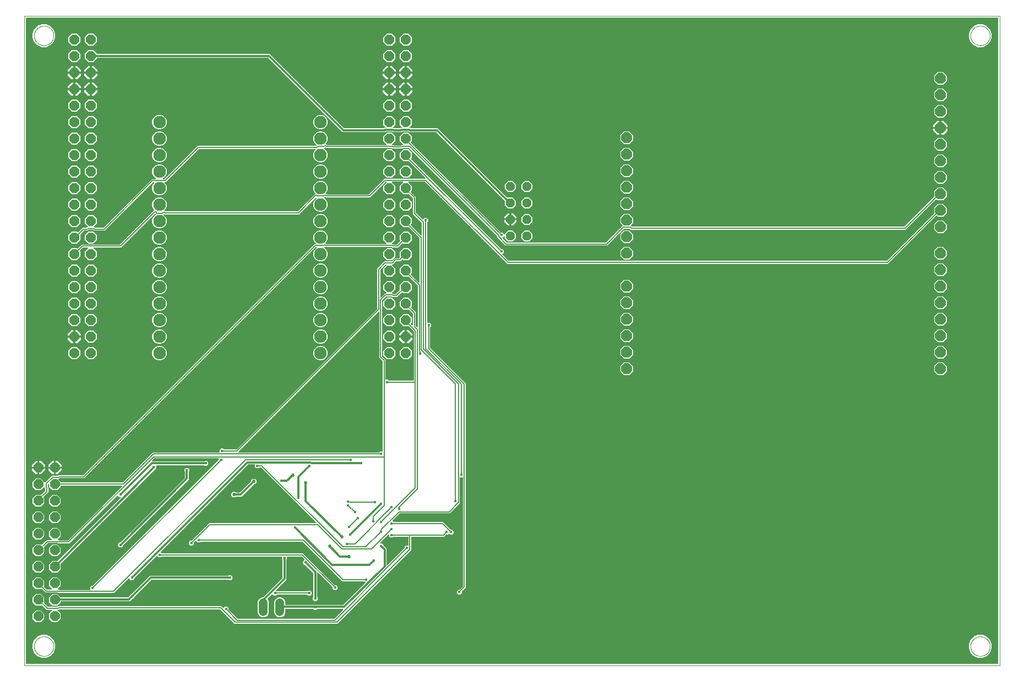
<source format=gbl>
G04 EAGLE Gerber RS-274X export*
G75*
%MOMM*%
%FSLAX34Y34*%
%LPD*%
%INBottom layer*%
%IPPOS*%
%AMOC8*
5,1,8,0,0,1.08239X$1,22.5*%
G01*
%ADD10C,0.000000*%
%ADD11P,1.649562X8X292.500000*%
%ADD12P,1.814519X8X292.500000*%
%ADD13P,1.649562X8X112.500000*%
%ADD14P,1.484606X8X292.500000*%
%ADD15C,1.930400*%
%ADD16C,1.371600*%
%ADD17C,0.304800*%
%ADD18C,0.450000*%
%ADD19C,0.152400*%
%ADD20C,0.525000*%

G36*
X1496718Y2544D02*
X1496718Y2544D01*
X1496737Y2542D01*
X1496839Y2564D01*
X1496941Y2580D01*
X1496958Y2590D01*
X1496978Y2594D01*
X1497067Y2647D01*
X1497158Y2696D01*
X1497172Y2710D01*
X1497189Y2720D01*
X1497256Y2799D01*
X1497328Y2874D01*
X1497336Y2892D01*
X1497349Y2907D01*
X1497388Y3003D01*
X1497431Y3097D01*
X1497433Y3117D01*
X1497441Y3135D01*
X1497459Y3302D01*
X1497459Y996698D01*
X1497456Y996718D01*
X1497458Y996737D01*
X1497436Y996839D01*
X1497420Y996941D01*
X1497410Y996958D01*
X1497406Y996978D01*
X1497353Y997067D01*
X1497304Y997158D01*
X1497290Y997172D01*
X1497280Y997189D01*
X1497201Y997256D01*
X1497126Y997328D01*
X1497108Y997336D01*
X1497093Y997349D01*
X1496997Y997388D01*
X1496903Y997431D01*
X1496883Y997433D01*
X1496865Y997441D01*
X1496698Y997459D01*
X3302Y997459D01*
X3282Y997456D01*
X3263Y997458D01*
X3161Y997436D01*
X3059Y997420D01*
X3042Y997410D01*
X3022Y997406D01*
X2933Y997353D01*
X2842Y997304D01*
X2828Y997290D01*
X2811Y997280D01*
X2744Y997201D01*
X2672Y997126D01*
X2664Y997108D01*
X2651Y997093D01*
X2612Y996997D01*
X2569Y996903D01*
X2567Y996883D01*
X2559Y996865D01*
X2541Y996698D01*
X2541Y3302D01*
X2544Y3282D01*
X2542Y3263D01*
X2564Y3161D01*
X2580Y3059D01*
X2590Y3042D01*
X2594Y3022D01*
X2647Y2933D01*
X2696Y2842D01*
X2710Y2828D01*
X2720Y2811D01*
X2799Y2744D01*
X2874Y2672D01*
X2892Y2664D01*
X2907Y2651D01*
X3003Y2612D01*
X3097Y2569D01*
X3117Y2567D01*
X3135Y2559D01*
X3302Y2541D01*
X1496698Y2541D01*
X1496718Y2544D01*
G37*
%LPC*%
G36*
X322903Y64769D02*
X322903Y64769D01*
X301028Y86644D01*
X300954Y86697D01*
X300884Y86757D01*
X300854Y86769D01*
X300828Y86788D01*
X300741Y86815D01*
X300656Y86849D01*
X300615Y86853D01*
X300593Y86860D01*
X300561Y86859D01*
X300489Y86867D01*
X53840Y86867D01*
X53750Y86853D01*
X53659Y86845D01*
X53630Y86833D01*
X53598Y86828D01*
X53517Y86785D01*
X53433Y86749D01*
X53401Y86723D01*
X53380Y86712D01*
X53358Y86689D01*
X53302Y86644D01*
X52763Y86105D01*
X51695Y86105D01*
X51624Y86094D01*
X51553Y86092D01*
X51504Y86074D01*
X51452Y86066D01*
X51389Y86032D01*
X51322Y86007D01*
X51281Y85975D01*
X51235Y85950D01*
X51186Y85898D01*
X51130Y85854D01*
X51101Y85810D01*
X51066Y85772D01*
X51035Y85707D01*
X50997Y85647D01*
X50984Y85596D01*
X50962Y85549D01*
X50954Y85478D01*
X50937Y85408D01*
X50941Y85356D01*
X50935Y85305D01*
X50950Y85234D01*
X50956Y85163D01*
X50976Y85115D01*
X50987Y85064D01*
X51024Y85003D01*
X51052Y84937D01*
X51097Y84881D01*
X51113Y84853D01*
X51131Y84838D01*
X51157Y84806D01*
X55905Y80058D01*
X55905Y72482D01*
X50548Y67125D01*
X42972Y67125D01*
X37615Y72482D01*
X37615Y80058D01*
X42363Y84806D01*
X42405Y84864D01*
X42454Y84916D01*
X42476Y84963D01*
X42507Y85005D01*
X42528Y85074D01*
X42558Y85139D01*
X42564Y85191D01*
X42579Y85241D01*
X42577Y85312D01*
X42585Y85383D01*
X42574Y85434D01*
X42573Y85486D01*
X42548Y85554D01*
X42533Y85624D01*
X42506Y85669D01*
X42488Y85717D01*
X42443Y85773D01*
X42407Y85835D01*
X42367Y85869D01*
X42335Y85909D01*
X42274Y85948D01*
X42220Y85995D01*
X42171Y86014D01*
X42128Y86042D01*
X42058Y86060D01*
X41992Y86087D01*
X41920Y86095D01*
X41889Y86103D01*
X41866Y86101D01*
X41825Y86105D01*
X34105Y86105D01*
X26955Y93255D01*
X26938Y93267D01*
X26926Y93283D01*
X26839Y93339D01*
X26755Y93399D01*
X26736Y93405D01*
X26719Y93416D01*
X26619Y93441D01*
X26520Y93471D01*
X26500Y93471D01*
X26481Y93476D01*
X26378Y93468D01*
X26274Y93465D01*
X26255Y93458D01*
X26235Y93457D01*
X26141Y93416D01*
X26043Y93381D01*
X26027Y93368D01*
X26009Y93360D01*
X25878Y93255D01*
X25148Y92525D01*
X17572Y92525D01*
X12215Y97882D01*
X12215Y105458D01*
X17572Y110815D01*
X25148Y110815D01*
X30505Y105458D01*
X30505Y97882D01*
X30189Y97566D01*
X30177Y97550D01*
X30161Y97537D01*
X30105Y97450D01*
X30045Y97366D01*
X30039Y97347D01*
X30028Y97330D01*
X30003Y97230D01*
X29973Y97131D01*
X29973Y97111D01*
X29968Y97092D01*
X29976Y96989D01*
X29979Y96885D01*
X29986Y96866D01*
X29987Y96847D01*
X30028Y96752D01*
X30063Y96654D01*
X30076Y96639D01*
X30084Y96620D01*
X30189Y96489D01*
X35776Y90902D01*
X35850Y90849D01*
X35920Y90789D01*
X35950Y90777D01*
X35976Y90758D01*
X36063Y90731D01*
X36148Y90697D01*
X36189Y90693D01*
X36211Y90686D01*
X36243Y90687D01*
X36315Y90679D01*
X50553Y90679D01*
X50644Y90693D01*
X50734Y90701D01*
X50764Y90713D01*
X50796Y90718D01*
X50877Y90761D01*
X50961Y90797D01*
X50993Y90823D01*
X51014Y90834D01*
X51036Y90857D01*
X51092Y90902D01*
X51631Y91441D01*
X302699Y91441D01*
X305115Y89025D01*
X305131Y89014D01*
X305143Y88998D01*
X305230Y88942D01*
X305314Y88882D01*
X305333Y88876D01*
X305350Y88865D01*
X305451Y88840D01*
X305549Y88809D01*
X305569Y88810D01*
X305589Y88805D01*
X305692Y88813D01*
X305795Y88816D01*
X305814Y88823D01*
X305834Y88824D01*
X305929Y88865D01*
X306026Y88900D01*
X306042Y88913D01*
X306060Y88921D01*
X306191Y89025D01*
X308570Y91405D01*
X311698Y91405D01*
X313909Y89194D01*
X313909Y87405D01*
X313923Y87314D01*
X313931Y87224D01*
X313943Y87194D01*
X313948Y87162D01*
X313991Y87081D01*
X314027Y86997D01*
X314053Y86965D01*
X314064Y86944D01*
X314087Y86922D01*
X314132Y86866D01*
X328384Y72614D01*
X328458Y72561D01*
X328528Y72501D01*
X328558Y72489D01*
X328584Y72470D01*
X328671Y72443D01*
X328756Y72409D01*
X328797Y72405D01*
X328819Y72398D01*
X328851Y72399D01*
X328923Y72391D01*
X475749Y72391D01*
X475840Y72405D01*
X475930Y72413D01*
X475960Y72425D01*
X475992Y72430D01*
X476073Y72473D01*
X476157Y72509D01*
X476189Y72535D01*
X476210Y72546D01*
X476232Y72569D01*
X476288Y72614D01*
X490004Y86330D01*
X490046Y86388D01*
X490095Y86440D01*
X490117Y86487D01*
X490147Y86529D01*
X490168Y86598D01*
X490199Y86663D01*
X490204Y86715D01*
X490220Y86765D01*
X490218Y86836D01*
X490226Y86907D01*
X490215Y86958D01*
X490213Y87010D01*
X490189Y87078D01*
X490174Y87148D01*
X490147Y87193D01*
X490129Y87241D01*
X490084Y87297D01*
X490047Y87359D01*
X490008Y87393D01*
X489975Y87433D01*
X489915Y87472D01*
X489860Y87519D01*
X489812Y87538D01*
X489768Y87566D01*
X489699Y87584D01*
X489632Y87611D01*
X489561Y87619D01*
X489530Y87627D01*
X489506Y87625D01*
X489466Y87629D01*
X450661Y87629D01*
X450571Y87615D01*
X450480Y87607D01*
X450450Y87595D01*
X450418Y87590D01*
X450337Y87547D01*
X450254Y87511D01*
X450221Y87485D01*
X450201Y87474D01*
X450179Y87451D01*
X450123Y87406D01*
X448858Y86141D01*
X445730Y86141D01*
X444465Y87406D01*
X444391Y87459D01*
X444322Y87519D01*
X444292Y87531D01*
X444266Y87550D01*
X444179Y87577D01*
X444094Y87611D01*
X444053Y87615D01*
X444031Y87622D01*
X443998Y87621D01*
X443927Y87629D01*
X401844Y87629D01*
X401824Y87626D01*
X401805Y87628D01*
X401703Y87606D01*
X401601Y87590D01*
X401584Y87580D01*
X401564Y87576D01*
X401475Y87523D01*
X401384Y87474D01*
X401370Y87460D01*
X401353Y87450D01*
X401286Y87371D01*
X401214Y87296D01*
X401206Y87278D01*
X401193Y87263D01*
X401154Y87167D01*
X401111Y87073D01*
X401109Y87053D01*
X401101Y87035D01*
X401083Y86868D01*
X401083Y81475D01*
X399807Y78394D01*
X397448Y76035D01*
X394367Y74759D01*
X391033Y74759D01*
X387952Y76035D01*
X385593Y78394D01*
X384317Y81475D01*
X384317Y98525D01*
X385593Y101606D01*
X387952Y103965D01*
X391033Y105241D01*
X394367Y105241D01*
X397448Y103965D01*
X399807Y101606D01*
X401083Y98525D01*
X401083Y94488D01*
X401086Y94468D01*
X401084Y94449D01*
X401106Y94347D01*
X401122Y94245D01*
X401132Y94228D01*
X401136Y94208D01*
X401189Y94119D01*
X401238Y94028D01*
X401252Y94014D01*
X401262Y93997D01*
X401341Y93930D01*
X401416Y93858D01*
X401434Y93850D01*
X401449Y93837D01*
X401545Y93798D01*
X401639Y93755D01*
X401659Y93753D01*
X401677Y93745D01*
X401844Y93727D01*
X489912Y93727D01*
X490002Y93741D01*
X490093Y93749D01*
X490123Y93761D01*
X490155Y93766D01*
X490235Y93809D01*
X490319Y93845D01*
X490351Y93871D01*
X490372Y93882D01*
X490394Y93905D01*
X490450Y93950D01*
X524227Y127726D01*
X524238Y127743D01*
X524254Y127755D01*
X524310Y127842D01*
X524370Y127926D01*
X524376Y127945D01*
X524387Y127962D01*
X524412Y128062D01*
X524443Y128161D01*
X524442Y128181D01*
X524447Y128200D01*
X524439Y128303D01*
X524436Y128407D01*
X524429Y128426D01*
X524428Y128446D01*
X524388Y128541D01*
X524352Y128638D01*
X524339Y128654D01*
X524332Y128672D01*
X524227Y128803D01*
X522951Y130078D01*
X522877Y130131D01*
X522808Y130191D01*
X522778Y130203D01*
X522752Y130222D01*
X522664Y130249D01*
X522580Y130283D01*
X522539Y130287D01*
X522517Y130294D01*
X522484Y130293D01*
X522413Y130301D01*
X489019Y130301D01*
X428282Y191038D01*
X428208Y191091D01*
X428138Y191151D01*
X428108Y191163D01*
X428082Y191182D01*
X427995Y191209D01*
X427910Y191243D01*
X427869Y191247D01*
X427847Y191254D01*
X427815Y191253D01*
X427743Y191261D01*
X271591Y191261D01*
X271501Y191247D01*
X271410Y191239D01*
X271380Y191227D01*
X271348Y191222D01*
X271267Y191179D01*
X271184Y191143D01*
X271151Y191117D01*
X271131Y191106D01*
X271109Y191083D01*
X271053Y191038D01*
X269788Y189773D01*
X266660Y189773D01*
X264281Y192153D01*
X264265Y192164D01*
X264252Y192180D01*
X264165Y192236D01*
X264081Y192296D01*
X264062Y192302D01*
X264046Y192313D01*
X263945Y192338D01*
X263846Y192369D01*
X263826Y192368D01*
X263807Y192373D01*
X263704Y192365D01*
X263600Y192362D01*
X263582Y192355D01*
X263562Y192354D01*
X263467Y192313D01*
X263369Y192278D01*
X263354Y192265D01*
X263335Y192257D01*
X263205Y192153D01*
X260792Y189740D01*
X260739Y189666D01*
X260679Y189596D01*
X260667Y189566D01*
X260648Y189540D01*
X260621Y189453D01*
X260587Y189368D01*
X260583Y189327D01*
X260576Y189305D01*
X260577Y189273D01*
X260569Y189202D01*
X260569Y187412D01*
X258358Y185201D01*
X255230Y185201D01*
X253019Y187412D01*
X253019Y190540D01*
X255230Y192751D01*
X257020Y192751D01*
X257110Y192765D01*
X257201Y192773D01*
X257230Y192785D01*
X257262Y192790D01*
X257343Y192833D01*
X257427Y192869D01*
X257459Y192895D01*
X257480Y192906D01*
X257502Y192929D01*
X257558Y192974D01*
X282478Y217894D01*
X284041Y219457D01*
X448318Y219457D01*
X448388Y219468D01*
X448460Y219470D01*
X448509Y219488D01*
X448560Y219496D01*
X448624Y219530D01*
X448691Y219555D01*
X448732Y219587D01*
X448778Y219612D01*
X448827Y219664D01*
X448883Y219708D01*
X448911Y219752D01*
X448947Y219790D01*
X448977Y219855D01*
X449016Y219915D01*
X449029Y219966D01*
X449051Y220013D01*
X449059Y220084D01*
X449076Y220154D01*
X449072Y220206D01*
X449078Y220257D01*
X449063Y220328D01*
X449057Y220399D01*
X449037Y220447D01*
X449026Y220498D01*
X448989Y220559D01*
X448961Y220625D01*
X448916Y220681D01*
X448899Y220709D01*
X448882Y220724D01*
X448856Y220756D01*
X364274Y305338D01*
X364200Y305391D01*
X364130Y305451D01*
X364100Y305463D01*
X364074Y305482D01*
X363987Y305509D01*
X363902Y305543D01*
X363861Y305547D01*
X363839Y305554D01*
X363807Y305553D01*
X363735Y305561D01*
X361507Y305561D01*
X361417Y305547D01*
X361326Y305539D01*
X361296Y305527D01*
X361264Y305522D01*
X361183Y305479D01*
X361100Y305443D01*
X361067Y305417D01*
X361047Y305406D01*
X361025Y305383D01*
X360969Y305338D01*
X359704Y304073D01*
X356576Y304073D01*
X354365Y306284D01*
X354365Y309372D01*
X354362Y309392D01*
X354364Y309411D01*
X354342Y309513D01*
X354326Y309615D01*
X354316Y309632D01*
X354312Y309652D01*
X354259Y309741D01*
X354210Y309832D01*
X354196Y309846D01*
X354186Y309863D01*
X354107Y309930D01*
X354032Y310002D01*
X354014Y310010D01*
X353999Y310023D01*
X353903Y310062D01*
X353809Y310105D01*
X353789Y310107D01*
X353771Y310115D01*
X353604Y310133D01*
X344478Y310133D01*
X344388Y310119D01*
X344297Y310111D01*
X344267Y310099D01*
X344235Y310094D01*
X344155Y310051D01*
X344071Y310015D01*
X344039Y309989D01*
X344018Y309978D01*
X343996Y309955D01*
X343940Y309910D01*
X209579Y175550D01*
X209568Y175533D01*
X209552Y175521D01*
X209496Y175434D01*
X209436Y175350D01*
X209430Y175331D01*
X209419Y175314D01*
X209394Y175214D01*
X209363Y175115D01*
X209364Y175095D01*
X209359Y175076D01*
X209367Y174973D01*
X209370Y174869D01*
X209377Y174850D01*
X209378Y174830D01*
X209418Y174736D01*
X209454Y174638D01*
X209467Y174622D01*
X209474Y174604D01*
X209579Y174473D01*
X210855Y173198D01*
X210929Y173145D01*
X210998Y173085D01*
X211028Y173073D01*
X211054Y173054D01*
X211142Y173027D01*
X211226Y172993D01*
X211267Y172989D01*
X211289Y172982D01*
X211322Y172983D01*
X211393Y172975D01*
X428429Y172975D01*
X477010Y124394D01*
X477084Y124341D01*
X477154Y124281D01*
X477184Y124269D01*
X477210Y124250D01*
X477297Y124223D01*
X477382Y124189D01*
X477423Y124185D01*
X477445Y124178D01*
X477477Y124179D01*
X477549Y124171D01*
X479338Y124171D01*
X481549Y121960D01*
X481549Y118832D01*
X479338Y116621D01*
X476210Y116621D01*
X473999Y118832D01*
X473999Y120621D01*
X473985Y120712D01*
X473977Y120802D01*
X473965Y120832D01*
X473960Y120864D01*
X473917Y120945D01*
X473881Y121029D01*
X473855Y121061D01*
X473844Y121082D01*
X473821Y121104D01*
X473776Y121160D01*
X451642Y143294D01*
X451584Y143336D01*
X451532Y143385D01*
X451485Y143407D01*
X451443Y143437D01*
X451374Y143458D01*
X451309Y143489D01*
X451257Y143494D01*
X451207Y143510D01*
X451136Y143508D01*
X451065Y143516D01*
X451014Y143505D01*
X450962Y143503D01*
X450894Y143479D01*
X450824Y143464D01*
X450779Y143437D01*
X450731Y143419D01*
X450675Y143374D01*
X450613Y143337D01*
X450579Y143298D01*
X450539Y143265D01*
X450500Y143205D01*
X450453Y143150D01*
X450434Y143102D01*
X450406Y143058D01*
X450388Y142989D01*
X450361Y142922D01*
X450353Y142851D01*
X450345Y142820D01*
X450347Y142796D01*
X450343Y142756D01*
X450343Y106237D01*
X450357Y106147D01*
X450365Y106056D01*
X450377Y106026D01*
X450382Y105994D01*
X450425Y105913D01*
X450461Y105830D01*
X450487Y105797D01*
X450498Y105777D01*
X450521Y105755D01*
X450566Y105699D01*
X451069Y105196D01*
X451069Y102068D01*
X448858Y99857D01*
X445730Y99857D01*
X443519Y102068D01*
X443519Y105196D01*
X444022Y105699D01*
X444075Y105773D01*
X444135Y105842D01*
X444147Y105872D01*
X444166Y105898D01*
X444193Y105985D01*
X444227Y106070D01*
X444231Y106111D01*
X444238Y106133D01*
X444237Y106166D01*
X444245Y106237D01*
X444245Y142440D01*
X444231Y142530D01*
X444223Y142621D01*
X444211Y142651D01*
X444206Y142683D01*
X444163Y142763D01*
X444127Y142847D01*
X444101Y142879D01*
X444090Y142900D01*
X444067Y142922D01*
X444022Y142978D01*
X431740Y155260D01*
X431666Y155313D01*
X431597Y155373D01*
X431567Y155385D01*
X431540Y155404D01*
X431453Y155431D01*
X431369Y155465D01*
X431328Y155469D01*
X431305Y155476D01*
X431273Y155475D01*
X431202Y155483D01*
X430490Y155483D01*
X428279Y157694D01*
X428279Y160822D01*
X430659Y163201D01*
X430670Y163217D01*
X430686Y163230D01*
X430742Y163317D01*
X430802Y163401D01*
X430808Y163420D01*
X430819Y163436D01*
X430844Y163537D01*
X430875Y163636D01*
X430874Y163656D01*
X430879Y163675D01*
X430871Y163778D01*
X430868Y163882D01*
X430861Y163900D01*
X430860Y163920D01*
X430819Y164015D01*
X430784Y164113D01*
X430771Y164128D01*
X430763Y164146D01*
X430659Y164277D01*
X426758Y168178D01*
X426684Y168231D01*
X426614Y168291D01*
X426584Y168303D01*
X426558Y168322D01*
X426471Y168349D01*
X426386Y168383D01*
X426345Y168387D01*
X426323Y168394D01*
X426291Y168393D01*
X426219Y168401D01*
X404586Y168401D01*
X404566Y168398D01*
X404547Y168400D01*
X404445Y168378D01*
X404343Y168362D01*
X404326Y168352D01*
X404306Y168348D01*
X404217Y168295D01*
X404126Y168246D01*
X404112Y168232D01*
X404095Y168222D01*
X404028Y168143D01*
X403956Y168068D01*
X403948Y168050D01*
X403935Y168035D01*
X403896Y167939D01*
X403853Y167845D01*
X403851Y167825D01*
X403843Y167807D01*
X403825Y167640D01*
X403825Y164552D01*
X403322Y164049D01*
X403269Y163975D01*
X403209Y163906D01*
X403197Y163876D01*
X403178Y163850D01*
X403151Y163763D01*
X403117Y163678D01*
X403113Y163637D01*
X403106Y163615D01*
X403107Y163582D01*
X403099Y163511D01*
X403099Y132849D01*
X401090Y130840D01*
X387125Y116876D01*
X387114Y116859D01*
X387098Y116847D01*
X387042Y116760D01*
X386982Y116676D01*
X386976Y116657D01*
X386965Y116640D01*
X386940Y116540D01*
X386909Y116441D01*
X386910Y116421D01*
X386905Y116402D01*
X386913Y116299D01*
X386916Y116195D01*
X386923Y116176D01*
X386924Y116156D01*
X386964Y116061D01*
X387000Y115964D01*
X387013Y115948D01*
X387020Y115930D01*
X387125Y115799D01*
X388401Y114524D01*
X388475Y114471D01*
X388544Y114411D01*
X388574Y114399D01*
X388600Y114380D01*
X388688Y114353D01*
X388772Y114319D01*
X388813Y114315D01*
X388835Y114308D01*
X388868Y114309D01*
X388939Y114301D01*
X434783Y114301D01*
X434873Y114315D01*
X434964Y114323D01*
X434994Y114335D01*
X435026Y114340D01*
X435107Y114383D01*
X435190Y114419D01*
X435223Y114445D01*
X435243Y114456D01*
X435265Y114479D01*
X435321Y114524D01*
X436586Y115789D01*
X439714Y115789D01*
X441925Y113578D01*
X441925Y110450D01*
X439714Y108239D01*
X436586Y108239D01*
X435321Y109504D01*
X435247Y109557D01*
X435178Y109617D01*
X435148Y109629D01*
X435122Y109648D01*
X435035Y109675D01*
X434950Y109709D01*
X434909Y109713D01*
X434887Y109720D01*
X434854Y109719D01*
X434783Y109727D01*
X388939Y109727D01*
X388849Y109713D01*
X388758Y109705D01*
X388728Y109693D01*
X388696Y109688D01*
X388615Y109645D01*
X388532Y109609D01*
X388499Y109583D01*
X388479Y109572D01*
X388457Y109549D01*
X388401Y109504D01*
X387136Y108239D01*
X384008Y108239D01*
X381787Y110461D01*
X381771Y110472D01*
X381758Y110488D01*
X381671Y110544D01*
X381587Y110604D01*
X381568Y110610D01*
X381551Y110621D01*
X381451Y110646D01*
X381352Y110677D01*
X381332Y110676D01*
X381313Y110681D01*
X381210Y110673D01*
X381106Y110670D01*
X381087Y110663D01*
X381068Y110662D01*
X380973Y110622D01*
X380875Y110586D01*
X380860Y110573D01*
X380841Y110566D01*
X380710Y110461D01*
X373670Y103420D01*
X373658Y103404D01*
X373642Y103391D01*
X373586Y103304D01*
X373526Y103220D01*
X373520Y103201D01*
X373509Y103184D01*
X373484Y103084D01*
X373454Y102985D01*
X373454Y102965D01*
X373449Y102946D01*
X373457Y102843D01*
X373460Y102739D01*
X373467Y102720D01*
X373468Y102701D01*
X373509Y102606D01*
X373544Y102508D01*
X373557Y102493D01*
X373565Y102474D01*
X373670Y102343D01*
X374407Y101606D01*
X375683Y98525D01*
X375683Y81475D01*
X374407Y78394D01*
X372048Y76035D01*
X368967Y74759D01*
X365633Y74759D01*
X362552Y76035D01*
X360193Y78394D01*
X358917Y81475D01*
X358917Y98525D01*
X360193Y101606D01*
X362552Y103965D01*
X365633Y105241D01*
X366552Y105241D01*
X366642Y105255D01*
X366733Y105263D01*
X366763Y105275D01*
X366795Y105280D01*
X366875Y105323D01*
X366959Y105359D01*
X366991Y105385D01*
X367012Y105396D01*
X367034Y105419D01*
X367090Y105464D01*
X396778Y135152D01*
X396831Y135226D01*
X396891Y135295D01*
X396903Y135325D01*
X396922Y135352D01*
X396949Y135439D01*
X396983Y135523D01*
X396987Y135564D01*
X396994Y135587D01*
X396993Y135619D01*
X397001Y135690D01*
X397001Y163511D01*
X396987Y163601D01*
X396979Y163692D01*
X396967Y163722D01*
X396962Y163754D01*
X396919Y163835D01*
X396883Y163918D01*
X396857Y163951D01*
X396846Y163971D01*
X396823Y163993D01*
X396778Y164049D01*
X396275Y164552D01*
X396275Y167640D01*
X396272Y167660D01*
X396274Y167679D01*
X396252Y167781D01*
X396236Y167883D01*
X396226Y167900D01*
X396222Y167920D01*
X396169Y168009D01*
X396120Y168100D01*
X396106Y168114D01*
X396096Y168131D01*
X396017Y168198D01*
X395942Y168270D01*
X395924Y168278D01*
X395909Y168291D01*
X395813Y168330D01*
X395719Y168373D01*
X395699Y168375D01*
X395681Y168383D01*
X395514Y168401D01*
X211393Y168401D01*
X211303Y168387D01*
X211212Y168379D01*
X211182Y168367D01*
X211150Y168362D01*
X211069Y168319D01*
X210986Y168283D01*
X210953Y168257D01*
X210933Y168246D01*
X210911Y168223D01*
X210855Y168178D01*
X209590Y166913D01*
X206462Y166913D01*
X204241Y169135D01*
X204225Y169146D01*
X204212Y169162D01*
X204125Y169218D01*
X204041Y169278D01*
X204022Y169284D01*
X204005Y169295D01*
X203905Y169320D01*
X203806Y169351D01*
X203786Y169350D01*
X203767Y169355D01*
X203664Y169347D01*
X203560Y169344D01*
X203541Y169337D01*
X203522Y169336D01*
X203427Y169296D01*
X203329Y169260D01*
X203314Y169247D01*
X203295Y169240D01*
X203164Y169135D01*
X169352Y135322D01*
X169299Y135248D01*
X169239Y135179D01*
X169227Y135149D01*
X169208Y135122D01*
X169181Y135035D01*
X169147Y134951D01*
X169143Y134910D01*
X169136Y134887D01*
X169137Y134855D01*
X169129Y134784D01*
X169129Y134072D01*
X166918Y131861D01*
X163790Y131861D01*
X161411Y134241D01*
X161395Y134252D01*
X161382Y134268D01*
X161295Y134324D01*
X161211Y134384D01*
X161192Y134390D01*
X161176Y134401D01*
X161075Y134426D01*
X160976Y134457D01*
X160956Y134456D01*
X160937Y134461D01*
X160834Y134453D01*
X160730Y134450D01*
X160712Y134443D01*
X160692Y134442D01*
X160597Y134401D01*
X160499Y134366D01*
X160484Y134353D01*
X160465Y134345D01*
X160335Y134241D01*
X138107Y112013D01*
X51631Y112013D01*
X51092Y112552D01*
X51018Y112605D01*
X50948Y112665D01*
X50918Y112677D01*
X50892Y112696D01*
X50805Y112723D01*
X50720Y112757D01*
X50679Y112761D01*
X50657Y112768D01*
X50625Y112767D01*
X50553Y112775D01*
X32581Y112775D01*
X31018Y114338D01*
X26828Y118528D01*
X26811Y118540D01*
X26799Y118556D01*
X26712Y118612D01*
X26628Y118672D01*
X26609Y118678D01*
X26592Y118689D01*
X26492Y118714D01*
X26393Y118744D01*
X26373Y118744D01*
X26354Y118749D01*
X26251Y118741D01*
X26147Y118738D01*
X26128Y118731D01*
X26108Y118730D01*
X26013Y118689D01*
X25916Y118654D01*
X25900Y118641D01*
X25882Y118633D01*
X25751Y118528D01*
X25148Y117925D01*
X17572Y117925D01*
X12215Y123282D01*
X12215Y130858D01*
X17572Y136215D01*
X25148Y136215D01*
X30505Y130858D01*
X30505Y123282D01*
X30062Y122839D01*
X30050Y122823D01*
X30034Y122810D01*
X29978Y122723D01*
X29918Y122639D01*
X29912Y122620D01*
X29901Y122603D01*
X29876Y122503D01*
X29846Y122404D01*
X29846Y122384D01*
X29841Y122365D01*
X29849Y122262D01*
X29852Y122158D01*
X29859Y122139D01*
X29860Y122120D01*
X29901Y122025D01*
X29936Y121927D01*
X29949Y121912D01*
X29957Y121893D01*
X30062Y121762D01*
X34252Y117572D01*
X34326Y117519D01*
X34396Y117459D01*
X34426Y117447D01*
X34452Y117428D01*
X34539Y117401D01*
X34624Y117367D01*
X34665Y117363D01*
X34687Y117356D01*
X34719Y117357D01*
X34791Y117349D01*
X41711Y117349D01*
X41782Y117360D01*
X41853Y117362D01*
X41902Y117380D01*
X41954Y117388D01*
X42017Y117422D01*
X42084Y117447D01*
X42125Y117479D01*
X42171Y117504D01*
X42220Y117556D01*
X42276Y117600D01*
X42305Y117644D01*
X42340Y117682D01*
X42371Y117747D01*
X42409Y117807D01*
X42422Y117858D01*
X42444Y117905D01*
X42452Y117976D01*
X42469Y118046D01*
X42465Y118098D01*
X42471Y118149D01*
X42456Y118220D01*
X42450Y118291D01*
X42430Y118339D01*
X42419Y118390D01*
X42382Y118451D01*
X42354Y118517D01*
X42309Y118573D01*
X42293Y118601D01*
X42275Y118616D01*
X42249Y118648D01*
X37615Y123282D01*
X37615Y130858D01*
X42972Y136215D01*
X50548Y136215D01*
X55905Y130858D01*
X55905Y123282D01*
X51271Y118648D01*
X51229Y118590D01*
X51180Y118538D01*
X51158Y118491D01*
X51127Y118449D01*
X51106Y118380D01*
X51076Y118315D01*
X51070Y118263D01*
X51055Y118213D01*
X51057Y118142D01*
X51049Y118071D01*
X51060Y118020D01*
X51061Y117968D01*
X51086Y117900D01*
X51101Y117830D01*
X51128Y117785D01*
X51146Y117737D01*
X51191Y117681D01*
X51227Y117619D01*
X51267Y117585D01*
X51299Y117545D01*
X51360Y117506D01*
X51414Y117459D01*
X51463Y117440D01*
X51506Y117412D01*
X51576Y117394D01*
X51642Y117367D01*
X51714Y117359D01*
X51745Y117351D01*
X51768Y117353D01*
X51809Y117349D01*
X52763Y117349D01*
X53302Y116810D01*
X53376Y116757D01*
X53446Y116697D01*
X53476Y116685D01*
X53502Y116666D01*
X53589Y116639D01*
X53674Y116605D01*
X53715Y116601D01*
X53737Y116594D01*
X53769Y116595D01*
X53841Y116587D01*
X101027Y116587D01*
X101098Y116598D01*
X101170Y116600D01*
X101219Y116618D01*
X101270Y116626D01*
X101333Y116660D01*
X101401Y116685D01*
X101441Y116717D01*
X101487Y116742D01*
X101537Y116793D01*
X101593Y116838D01*
X101621Y116882D01*
X101657Y116920D01*
X101687Y116985D01*
X101726Y117045D01*
X101738Y117096D01*
X101760Y117143D01*
X101768Y117214D01*
X101786Y117284D01*
X101782Y117336D01*
X101787Y117387D01*
X101772Y117458D01*
X101767Y117529D01*
X101746Y117577D01*
X101735Y117628D01*
X101698Y117689D01*
X101670Y117755D01*
X101625Y117811D01*
X101609Y117839D01*
X101591Y117854D01*
X101565Y117886D01*
X101381Y118070D01*
X101381Y121198D01*
X103592Y123409D01*
X105381Y123409D01*
X105472Y123423D01*
X105562Y123431D01*
X105592Y123443D01*
X105624Y123448D01*
X105705Y123491D01*
X105789Y123527D01*
X105821Y123553D01*
X105842Y123564D01*
X105864Y123587D01*
X105920Y123632D01*
X298516Y316228D01*
X298569Y316302D01*
X298629Y316372D01*
X298641Y316402D01*
X298660Y316428D01*
X298687Y316515D01*
X298721Y316600D01*
X298725Y316641D01*
X298732Y316663D01*
X298731Y316695D01*
X298739Y316767D01*
X298739Y318516D01*
X298736Y318536D01*
X298738Y318555D01*
X298716Y318657D01*
X298700Y318759D01*
X298690Y318776D01*
X298686Y318796D01*
X298633Y318885D01*
X298584Y318976D01*
X298570Y318990D01*
X298560Y319007D01*
X298481Y319074D01*
X298406Y319146D01*
X298388Y319154D01*
X298373Y319167D01*
X298277Y319206D01*
X298183Y319249D01*
X298163Y319251D01*
X298145Y319259D01*
X297978Y319277D01*
X200145Y319277D01*
X200054Y319263D01*
X199964Y319255D01*
X199934Y319243D01*
X199902Y319238D01*
X199821Y319195D01*
X199737Y319159D01*
X199705Y319133D01*
X199684Y319122D01*
X199662Y319099D01*
X199606Y319054D01*
X196558Y316006D01*
X196516Y315948D01*
X196467Y315896D01*
X196445Y315849D01*
X196415Y315807D01*
X196394Y315738D01*
X196363Y315673D01*
X196358Y315621D01*
X196342Y315571D01*
X196344Y315500D01*
X196336Y315429D01*
X196347Y315378D01*
X196349Y315326D01*
X196373Y315258D01*
X196388Y315188D01*
X196415Y315143D01*
X196433Y315095D01*
X196478Y315039D01*
X196515Y314977D01*
X196554Y314943D01*
X196587Y314903D01*
X196647Y314864D01*
X196702Y314817D01*
X196750Y314798D01*
X196794Y314770D01*
X196863Y314752D01*
X196930Y314725D01*
X197001Y314717D01*
X197032Y314709D01*
X197056Y314711D01*
X197096Y314707D01*
X276287Y314707D01*
X276377Y314721D01*
X276468Y314729D01*
X276498Y314741D01*
X276530Y314746D01*
X276611Y314789D01*
X276694Y314825D01*
X276727Y314851D01*
X276747Y314862D01*
X276769Y314885D01*
X276825Y314930D01*
X277328Y315433D01*
X280456Y315433D01*
X282667Y313222D01*
X282667Y310094D01*
X280456Y307883D01*
X277328Y307883D01*
X276825Y308386D01*
X276751Y308439D01*
X276682Y308499D01*
X276652Y308511D01*
X276626Y308530D01*
X276539Y308557D01*
X276454Y308591D01*
X276413Y308595D01*
X276391Y308602D01*
X276358Y308601D01*
X276287Y308609D01*
X203418Y308609D01*
X203398Y308606D01*
X203379Y308608D01*
X203277Y308586D01*
X203175Y308570D01*
X203158Y308560D01*
X203138Y308556D01*
X203049Y308503D01*
X202958Y308454D01*
X202944Y308440D01*
X202927Y308430D01*
X202860Y308351D01*
X202788Y308276D01*
X202780Y308258D01*
X202767Y308243D01*
X202728Y308147D01*
X202685Y308053D01*
X202683Y308033D01*
X202675Y308015D01*
X202657Y307848D01*
X202657Y304760D01*
X202154Y304257D01*
X202101Y304183D01*
X202041Y304114D01*
X202029Y304084D01*
X202010Y304058D01*
X201983Y303971D01*
X201949Y303886D01*
X201945Y303845D01*
X201938Y303823D01*
X201939Y303790D01*
X201931Y303719D01*
X201931Y303537D01*
X55816Y157423D01*
X55805Y157407D01*
X55789Y157394D01*
X55733Y157307D01*
X55673Y157223D01*
X55667Y157204D01*
X55656Y157187D01*
X55631Y157087D01*
X55600Y156988D01*
X55601Y156968D01*
X55596Y156949D01*
X55604Y156846D01*
X55607Y156742D01*
X55614Y156723D01*
X55615Y156704D01*
X55656Y156609D01*
X55691Y156511D01*
X55704Y156495D01*
X55712Y156477D01*
X55816Y156346D01*
X55905Y156258D01*
X55905Y148682D01*
X50548Y143325D01*
X42972Y143325D01*
X37615Y148682D01*
X37615Y156258D01*
X42972Y161615D01*
X50595Y161615D01*
X50628Y161591D01*
X50647Y161585D01*
X50664Y161574D01*
X50764Y161549D01*
X50863Y161518D01*
X50883Y161519D01*
X50902Y161514D01*
X51005Y161522D01*
X51109Y161525D01*
X51128Y161532D01*
X51148Y161533D01*
X51242Y161574D01*
X51340Y161609D01*
X51356Y161622D01*
X51374Y161630D01*
X51505Y161734D01*
X148348Y258578D01*
X148390Y258636D01*
X148439Y258688D01*
X148461Y258735D01*
X148492Y258777D01*
X148513Y258846D01*
X148543Y258911D01*
X148549Y258963D01*
X148564Y259013D01*
X148562Y259084D01*
X148570Y259155D01*
X148559Y259206D01*
X148558Y259258D01*
X148533Y259326D01*
X148518Y259396D01*
X148491Y259440D01*
X148473Y259489D01*
X148428Y259545D01*
X148392Y259607D01*
X148352Y259641D01*
X148320Y259681D01*
X148259Y259720D01*
X148205Y259767D01*
X148156Y259786D01*
X148113Y259814D01*
X148043Y259832D01*
X147977Y259859D01*
X147905Y259867D01*
X147874Y259875D01*
X147851Y259873D01*
X147810Y259877D01*
X146264Y259877D01*
X143885Y262257D01*
X143869Y262268D01*
X143856Y262284D01*
X143769Y262340D01*
X143685Y262400D01*
X143666Y262406D01*
X143650Y262417D01*
X143549Y262442D01*
X143450Y262473D01*
X143430Y262472D01*
X143411Y262477D01*
X143308Y262469D01*
X143204Y262466D01*
X143186Y262459D01*
X143166Y262458D01*
X143071Y262417D01*
X142973Y262382D01*
X142958Y262369D01*
X142940Y262361D01*
X142809Y262257D01*
X68765Y188213D01*
X51631Y188213D01*
X51092Y188752D01*
X51018Y188805D01*
X50948Y188865D01*
X50918Y188877D01*
X50892Y188896D01*
X50805Y188923D01*
X50720Y188957D01*
X50679Y188961D01*
X50657Y188968D01*
X50625Y188967D01*
X50553Y188975D01*
X36315Y188975D01*
X36224Y188961D01*
X36134Y188953D01*
X36104Y188941D01*
X36072Y188936D01*
X35991Y188893D01*
X35907Y188857D01*
X35875Y188831D01*
X35854Y188820D01*
X35832Y188797D01*
X35776Y188752D01*
X30132Y183108D01*
X30120Y183091D01*
X30104Y183079D01*
X30048Y182992D01*
X29988Y182908D01*
X29982Y182889D01*
X29971Y182872D01*
X29946Y182772D01*
X29916Y182673D01*
X29916Y182653D01*
X29911Y182634D01*
X29919Y182531D01*
X29922Y182427D01*
X29929Y182408D01*
X29930Y182388D01*
X29971Y182293D01*
X30006Y182196D01*
X30019Y182180D01*
X30027Y182162D01*
X30132Y182031D01*
X30505Y181658D01*
X30505Y174082D01*
X25148Y168725D01*
X17572Y168725D01*
X12215Y174082D01*
X12215Y181658D01*
X17572Y187015D01*
X25148Y187015D01*
X25821Y186342D01*
X25837Y186330D01*
X25850Y186314D01*
X25937Y186258D01*
X26021Y186198D01*
X26040Y186192D01*
X26057Y186181D01*
X26157Y186156D01*
X26256Y186126D01*
X26276Y186126D01*
X26295Y186121D01*
X26398Y186129D01*
X26502Y186132D01*
X26521Y186139D01*
X26540Y186140D01*
X26635Y186181D01*
X26733Y186216D01*
X26748Y186229D01*
X26767Y186237D01*
X26898Y186342D01*
X32542Y191986D01*
X34105Y193549D01*
X41711Y193549D01*
X41782Y193560D01*
X41853Y193562D01*
X41902Y193580D01*
X41954Y193588D01*
X42017Y193622D01*
X42084Y193647D01*
X42125Y193679D01*
X42171Y193704D01*
X42220Y193756D01*
X42276Y193800D01*
X42305Y193844D01*
X42340Y193882D01*
X42371Y193947D01*
X42409Y194007D01*
X42422Y194058D01*
X42444Y194105D01*
X42452Y194176D01*
X42469Y194246D01*
X42465Y194298D01*
X42471Y194349D01*
X42456Y194420D01*
X42450Y194491D01*
X42430Y194539D01*
X42419Y194590D01*
X42382Y194651D01*
X42354Y194717D01*
X42309Y194773D01*
X42293Y194801D01*
X42275Y194816D01*
X42249Y194848D01*
X37615Y199482D01*
X37615Y207058D01*
X42972Y212415D01*
X50548Y212415D01*
X55905Y207058D01*
X55905Y199482D01*
X51271Y194848D01*
X51229Y194790D01*
X51180Y194738D01*
X51158Y194691D01*
X51127Y194649D01*
X51106Y194580D01*
X51076Y194515D01*
X51070Y194463D01*
X51055Y194413D01*
X51057Y194342D01*
X51049Y194271D01*
X51060Y194220D01*
X51061Y194168D01*
X51086Y194100D01*
X51101Y194030D01*
X51128Y193985D01*
X51146Y193937D01*
X51191Y193881D01*
X51227Y193819D01*
X51267Y193785D01*
X51299Y193745D01*
X51360Y193706D01*
X51414Y193659D01*
X51463Y193640D01*
X51506Y193612D01*
X51576Y193594D01*
X51642Y193567D01*
X51714Y193559D01*
X51745Y193551D01*
X51768Y193553D01*
X51809Y193549D01*
X52763Y193549D01*
X53302Y193010D01*
X53376Y192957D01*
X53446Y192897D01*
X53476Y192885D01*
X53502Y192866D01*
X53589Y192839D01*
X53674Y192805D01*
X53715Y192801D01*
X53737Y192794D01*
X53769Y192795D01*
X53841Y192787D01*
X66555Y192787D01*
X66646Y192801D01*
X66736Y192809D01*
X66766Y192821D01*
X66798Y192826D01*
X66879Y192869D01*
X66963Y192905D01*
X66995Y192931D01*
X67016Y192942D01*
X67038Y192965D01*
X67094Y193010D01*
X150152Y276068D01*
X150194Y276126D01*
X150243Y276178D01*
X150265Y276225D01*
X150295Y276267D01*
X150316Y276336D01*
X150347Y276401D01*
X150352Y276453D01*
X150368Y276503D01*
X150366Y276574D01*
X150374Y276645D01*
X150363Y276696D01*
X150361Y276748D01*
X150337Y276816D01*
X150322Y276886D01*
X150295Y276930D01*
X150277Y276979D01*
X150232Y277035D01*
X150195Y277097D01*
X150156Y277131D01*
X150123Y277171D01*
X150063Y277210D01*
X150008Y277257D01*
X149960Y277276D01*
X149916Y277304D01*
X149847Y277322D01*
X149780Y277349D01*
X149709Y277357D01*
X149678Y277365D01*
X149654Y277363D01*
X149614Y277367D01*
X56666Y277367D01*
X56646Y277364D01*
X56627Y277366D01*
X56525Y277344D01*
X56423Y277328D01*
X56406Y277318D01*
X56386Y277314D01*
X56297Y277261D01*
X56206Y277212D01*
X56192Y277198D01*
X56175Y277188D01*
X56108Y277109D01*
X56036Y277034D01*
X56028Y277016D01*
X56015Y277001D01*
X55976Y276905D01*
X55933Y276811D01*
X55931Y276791D01*
X55923Y276773D01*
X55905Y276606D01*
X55905Y275682D01*
X50548Y270325D01*
X42972Y270325D01*
X37615Y275682D01*
X37615Y279432D01*
X37604Y279502D01*
X37602Y279574D01*
X37584Y279623D01*
X37576Y279674D01*
X37542Y279738D01*
X37517Y279805D01*
X37485Y279846D01*
X37460Y279892D01*
X37409Y279941D01*
X37364Y279997D01*
X37320Y280025D01*
X37282Y280061D01*
X37217Y280091D01*
X37157Y280130D01*
X37106Y280143D01*
X37059Y280165D01*
X36988Y280173D01*
X36918Y280190D01*
X36866Y280186D01*
X36815Y280192D01*
X36744Y280177D01*
X36673Y280171D01*
X36625Y280151D01*
X36574Y280140D01*
X36513Y280103D01*
X36447Y280075D01*
X36391Y280030D01*
X36363Y280013D01*
X36348Y279996D01*
X36316Y279970D01*
X36038Y279692D01*
X35985Y279618D01*
X35925Y279548D01*
X35913Y279518D01*
X35894Y279492D01*
X35867Y279405D01*
X35833Y279320D01*
X35829Y279279D01*
X35822Y279257D01*
X35823Y279225D01*
X35815Y279153D01*
X35815Y275583D01*
X35829Y275492D01*
X35837Y275402D01*
X35849Y275372D01*
X35854Y275340D01*
X35897Y275259D01*
X35933Y275175D01*
X35959Y275143D01*
X35970Y275122D01*
X35993Y275100D01*
X36038Y275044D01*
X36577Y274505D01*
X36577Y267277D01*
X29370Y260070D01*
X29358Y260053D01*
X29342Y260041D01*
X29286Y259954D01*
X29226Y259870D01*
X29220Y259851D01*
X29209Y259834D01*
X29184Y259734D01*
X29154Y259635D01*
X29154Y259615D01*
X29149Y259596D01*
X29157Y259493D01*
X29160Y259389D01*
X29167Y259370D01*
X29168Y259350D01*
X29209Y259255D01*
X29244Y259158D01*
X29257Y259142D01*
X29265Y259124D01*
X29370Y258993D01*
X30505Y257858D01*
X30505Y250282D01*
X25148Y244925D01*
X17572Y244925D01*
X12215Y250282D01*
X12215Y257858D01*
X17572Y263215D01*
X25183Y263215D01*
X25259Y263160D01*
X25278Y263154D01*
X25295Y263143D01*
X25395Y263118D01*
X25494Y263088D01*
X25514Y263088D01*
X25533Y263083D01*
X25636Y263091D01*
X25740Y263094D01*
X25758Y263101D01*
X25778Y263102D01*
X25873Y263143D01*
X25971Y263178D01*
X25986Y263191D01*
X26005Y263199D01*
X26136Y263304D01*
X31780Y268948D01*
X31833Y269022D01*
X31893Y269092D01*
X31905Y269122D01*
X31924Y269148D01*
X31951Y269235D01*
X31985Y269320D01*
X31989Y269361D01*
X31996Y269383D01*
X31995Y269415D01*
X32003Y269487D01*
X32003Y272296D01*
X31989Y272386D01*
X31981Y272477D01*
X31969Y272506D01*
X31964Y272538D01*
X31921Y272619D01*
X31885Y272703D01*
X31859Y272735D01*
X31848Y272756D01*
X31825Y272778D01*
X31780Y272834D01*
X31241Y273373D01*
X31241Y274581D01*
X31230Y274652D01*
X31228Y274723D01*
X31210Y274772D01*
X31202Y274824D01*
X31168Y274887D01*
X31143Y274954D01*
X31111Y274995D01*
X31086Y275041D01*
X31034Y275090D01*
X30990Y275146D01*
X30946Y275175D01*
X30908Y275210D01*
X30843Y275241D01*
X30783Y275279D01*
X30732Y275292D01*
X30685Y275314D01*
X30614Y275322D01*
X30544Y275339D01*
X30492Y275335D01*
X30441Y275341D01*
X30370Y275326D01*
X30299Y275320D01*
X30251Y275300D01*
X30200Y275289D01*
X30139Y275252D01*
X30073Y275224D01*
X30017Y275179D01*
X29989Y275163D01*
X29974Y275145D01*
X29942Y275119D01*
X25148Y270325D01*
X17572Y270325D01*
X12215Y275682D01*
X12215Y283258D01*
X17572Y288615D01*
X25148Y288615D01*
X30505Y283258D01*
X30505Y282464D01*
X30516Y282394D01*
X30518Y282322D01*
X30536Y282273D01*
X30544Y282222D01*
X30578Y282158D01*
X30603Y282091D01*
X30635Y282050D01*
X30660Y282004D01*
X30712Y281955D01*
X30756Y281899D01*
X30800Y281871D01*
X30838Y281835D01*
X30903Y281805D01*
X30963Y281766D01*
X31014Y281753D01*
X31061Y281731D01*
X31132Y281723D01*
X31202Y281706D01*
X31254Y281710D01*
X31305Y281704D01*
X31376Y281719D01*
X31447Y281725D01*
X31495Y281745D01*
X31546Y281756D01*
X31607Y281793D01*
X31673Y281821D01*
X31729Y281866D01*
X31757Y281883D01*
X31772Y281900D01*
X31804Y281926D01*
X42487Y292609D01*
X51315Y292609D01*
X51406Y292623D01*
X51496Y292631D01*
X51526Y292643D01*
X51558Y292648D01*
X51639Y292691D01*
X51723Y292727D01*
X51755Y292753D01*
X51776Y292764D01*
X51798Y292787D01*
X51854Y292832D01*
X52393Y293371D01*
X90177Y293371D01*
X90268Y293385D01*
X90358Y293393D01*
X90388Y293405D01*
X90420Y293410D01*
X90501Y293453D01*
X90585Y293489D01*
X90617Y293515D01*
X90638Y293526D01*
X90660Y293549D01*
X90716Y293594D01*
X446347Y649225D01*
X447631Y649225D01*
X447702Y649236D01*
X447774Y649238D01*
X447823Y649256D01*
X447874Y649264D01*
X447937Y649298D01*
X448005Y649323D01*
X448045Y649355D01*
X448091Y649380D01*
X448141Y649432D01*
X448197Y649476D01*
X448225Y649520D01*
X448261Y649558D01*
X448291Y649623D01*
X448330Y649683D01*
X448342Y649734D01*
X448364Y649781D01*
X448372Y649852D01*
X448390Y649922D01*
X448386Y649974D01*
X448391Y650025D01*
X448376Y650096D01*
X448371Y650167D01*
X448350Y650215D01*
X448339Y650266D01*
X448302Y650327D01*
X448274Y650393D01*
X448229Y650449D01*
X448213Y650477D01*
X448195Y650492D01*
X448169Y650524D01*
X445925Y652769D01*
X444223Y656877D01*
X444223Y661323D01*
X445925Y665431D01*
X449069Y668575D01*
X453177Y670277D01*
X457623Y670277D01*
X461731Y668575D01*
X464875Y665431D01*
X466577Y661323D01*
X466577Y656877D01*
X464875Y652769D01*
X463325Y651219D01*
X463314Y651203D01*
X463298Y651190D01*
X463242Y651103D01*
X463182Y651019D01*
X463176Y651000D01*
X463165Y650984D01*
X463140Y650883D01*
X463109Y650784D01*
X463110Y650764D01*
X463105Y650745D01*
X463113Y650642D01*
X463116Y650538D01*
X463123Y650520D01*
X463124Y650500D01*
X463165Y650405D01*
X463200Y650307D01*
X463213Y650292D01*
X463221Y650273D01*
X463325Y650142D01*
X464020Y649448D01*
X464094Y649394D01*
X464164Y649335D01*
X464194Y649323D01*
X464220Y649304D01*
X464307Y649277D01*
X464392Y649243D01*
X464433Y649239D01*
X464455Y649232D01*
X464487Y649233D01*
X464559Y649225D01*
X556155Y649225D01*
X556226Y649236D01*
X556297Y649238D01*
X556346Y649256D01*
X556398Y649264D01*
X556461Y649298D01*
X556528Y649323D01*
X556569Y649355D01*
X556615Y649380D01*
X556664Y649432D01*
X556720Y649476D01*
X556749Y649520D01*
X556784Y649558D01*
X556815Y649623D01*
X556853Y649683D01*
X556866Y649734D01*
X556888Y649781D01*
X556896Y649852D01*
X556913Y649922D01*
X556909Y649974D01*
X556915Y650025D01*
X556900Y650096D01*
X556894Y650167D01*
X556874Y650215D01*
X556863Y650266D01*
X556826Y650327D01*
X556798Y650393D01*
X556753Y650449D01*
X556737Y650477D01*
X556719Y650492D01*
X556693Y650524D01*
X551965Y655252D01*
X551965Y662828D01*
X557322Y668185D01*
X564898Y668185D01*
X570255Y662828D01*
X570255Y655252D01*
X565527Y650524D01*
X565485Y650466D01*
X565436Y650414D01*
X565414Y650367D01*
X565383Y650325D01*
X565362Y650256D01*
X565332Y650191D01*
X565326Y650139D01*
X565311Y650089D01*
X565313Y650018D01*
X565305Y649947D01*
X565316Y649896D01*
X565317Y649844D01*
X565342Y649776D01*
X565357Y649706D01*
X565384Y649661D01*
X565402Y649613D01*
X565447Y649557D01*
X565483Y649495D01*
X565523Y649461D01*
X565555Y649421D01*
X565616Y649382D01*
X565670Y649335D01*
X565719Y649316D01*
X565762Y649288D01*
X565832Y649270D01*
X565898Y649243D01*
X565970Y649235D01*
X566001Y649227D01*
X566024Y649229D01*
X566065Y649225D01*
X567113Y649225D01*
X567652Y648686D01*
X567726Y648633D01*
X567796Y648573D01*
X567826Y648561D01*
X567852Y648542D01*
X567939Y648515D01*
X568024Y648481D01*
X568065Y648477D01*
X568087Y648470D01*
X568119Y648471D01*
X568191Y648463D01*
X572523Y648463D01*
X572614Y648477D01*
X572704Y648485D01*
X572734Y648497D01*
X572766Y648502D01*
X572847Y648545D01*
X572931Y648581D01*
X572963Y648607D01*
X572984Y648618D01*
X573006Y648641D01*
X573062Y648686D01*
X577958Y653582D01*
X577970Y653599D01*
X577986Y653611D01*
X578042Y653698D01*
X578102Y653782D01*
X578108Y653801D01*
X578119Y653818D01*
X578144Y653918D01*
X578174Y654017D01*
X578174Y654037D01*
X578179Y654056D01*
X578171Y654159D01*
X578168Y654263D01*
X578161Y654282D01*
X578160Y654302D01*
X578119Y654397D01*
X578084Y654494D01*
X578071Y654510D01*
X578063Y654528D01*
X577958Y654659D01*
X577365Y655252D01*
X577365Y662828D01*
X582722Y668185D01*
X590298Y668185D01*
X595655Y662828D01*
X595655Y655252D01*
X590298Y649895D01*
X582722Y649895D01*
X582269Y650348D01*
X582253Y650360D01*
X582240Y650376D01*
X582153Y650432D01*
X582069Y650492D01*
X582050Y650498D01*
X582033Y650509D01*
X581933Y650534D01*
X581834Y650564D01*
X581814Y650564D01*
X581795Y650569D01*
X581692Y650561D01*
X581588Y650558D01*
X581569Y650551D01*
X581550Y650550D01*
X581455Y650509D01*
X581357Y650474D01*
X581342Y650461D01*
X581323Y650453D01*
X581192Y650348D01*
X576296Y645452D01*
X574733Y643889D01*
X565981Y643889D01*
X565442Y644428D01*
X565368Y644481D01*
X565298Y644541D01*
X565268Y644553D01*
X565242Y644572D01*
X565155Y644599D01*
X565070Y644633D01*
X565029Y644637D01*
X565007Y644644D01*
X564975Y644643D01*
X564903Y644651D01*
X462349Y644651D01*
X462310Y644690D01*
X462294Y644701D01*
X462282Y644717D01*
X462195Y644773D01*
X462111Y644833D01*
X462092Y644839D01*
X462075Y644850D01*
X461974Y644875D01*
X461876Y644906D01*
X461856Y644905D01*
X461836Y644910D01*
X461733Y644902D01*
X461630Y644899D01*
X461611Y644892D01*
X461591Y644891D01*
X461496Y644850D01*
X461399Y644815D01*
X461383Y644802D01*
X461365Y644795D01*
X461234Y644690D01*
X461114Y644570D01*
X461087Y644533D01*
X461053Y644502D01*
X461016Y644433D01*
X460970Y644370D01*
X460957Y644327D01*
X460935Y644286D01*
X460921Y644210D01*
X460898Y644135D01*
X460899Y644089D01*
X460891Y644044D01*
X460902Y643967D01*
X460904Y643889D01*
X460920Y643846D01*
X460927Y643801D01*
X460962Y643731D01*
X460989Y643658D01*
X461018Y643623D01*
X461038Y643582D01*
X461094Y643527D01*
X461143Y643466D01*
X461181Y643441D01*
X461214Y643409D01*
X461334Y643343D01*
X461350Y643333D01*
X461354Y643332D01*
X461361Y643328D01*
X461731Y643175D01*
X464875Y640031D01*
X466577Y635923D01*
X466577Y631477D01*
X464875Y627369D01*
X461731Y624225D01*
X457623Y622523D01*
X453177Y622523D01*
X449069Y624225D01*
X445925Y627369D01*
X444223Y631477D01*
X444223Y635923D01*
X445925Y640031D01*
X449069Y643175D01*
X449097Y643187D01*
X449179Y643238D01*
X449266Y643284D01*
X449284Y643302D01*
X449306Y643316D01*
X449368Y643391D01*
X449435Y643462D01*
X449446Y643486D01*
X449463Y643506D01*
X449498Y643597D01*
X449539Y643685D01*
X449541Y643711D01*
X449551Y643735D01*
X449555Y643833D01*
X449566Y643929D01*
X449560Y643955D01*
X449561Y643981D01*
X449534Y644075D01*
X449513Y644170D01*
X449500Y644192D01*
X449493Y644217D01*
X449437Y644297D01*
X449387Y644381D01*
X449367Y644398D01*
X449352Y644419D01*
X449274Y644478D01*
X449200Y644541D01*
X449176Y644551D01*
X449155Y644566D01*
X449063Y644596D01*
X448972Y644633D01*
X448940Y644636D01*
X448921Y644642D01*
X448888Y644642D01*
X448805Y644651D01*
X448557Y644651D01*
X448466Y644637D01*
X448376Y644629D01*
X448346Y644617D01*
X448314Y644612D01*
X448233Y644569D01*
X448149Y644533D01*
X448117Y644507D01*
X448096Y644496D01*
X448074Y644473D01*
X448018Y644428D01*
X92387Y288797D01*
X54603Y288797D01*
X54512Y288783D01*
X54422Y288775D01*
X54392Y288763D01*
X54360Y288758D01*
X54279Y288715D01*
X54195Y288679D01*
X54163Y288653D01*
X54142Y288642D01*
X54120Y288619D01*
X54117Y288617D01*
X54116Y288616D01*
X54115Y288615D01*
X54064Y288574D01*
X53525Y288035D01*
X52965Y288035D01*
X52894Y288024D01*
X52823Y288022D01*
X52774Y288004D01*
X52722Y287996D01*
X52659Y287962D01*
X52592Y287937D01*
X52551Y287905D01*
X52505Y287880D01*
X52456Y287828D01*
X52400Y287784D01*
X52371Y287740D01*
X52336Y287702D01*
X52305Y287637D01*
X52267Y287577D01*
X52254Y287526D01*
X52232Y287479D01*
X52224Y287408D01*
X52207Y287338D01*
X52211Y287286D01*
X52205Y287235D01*
X52220Y287164D01*
X52226Y287093D01*
X52246Y287045D01*
X52257Y286994D01*
X52294Y286933D01*
X52322Y286867D01*
X52367Y286811D01*
X52383Y286783D01*
X52401Y286768D01*
X52408Y286759D01*
X52409Y286757D01*
X52410Y286756D01*
X52427Y286736D01*
X55905Y283258D01*
X55905Y282702D01*
X55908Y282682D01*
X55906Y282663D01*
X55928Y282561D01*
X55944Y282459D01*
X55954Y282442D01*
X55958Y282422D01*
X56011Y282333D01*
X56060Y282242D01*
X56074Y282228D01*
X56084Y282211D01*
X56163Y282144D01*
X56238Y282072D01*
X56256Y282064D01*
X56271Y282051D01*
X56367Y282012D01*
X56461Y281969D01*
X56481Y281967D01*
X56499Y281959D01*
X56666Y281941D01*
X151137Y281941D01*
X151228Y281955D01*
X151318Y281963D01*
X151348Y281975D01*
X151380Y281980D01*
X151461Y282023D01*
X151545Y282059D01*
X151577Y282085D01*
X151598Y282096D01*
X151620Y282119D01*
X151676Y282164D01*
X197935Y328423D01*
X299502Y328423D01*
X299522Y328426D01*
X299541Y328424D01*
X299643Y328446D01*
X299745Y328462D01*
X299762Y328472D01*
X299782Y328476D01*
X299871Y328529D01*
X299962Y328578D01*
X299976Y328592D01*
X299993Y328602D01*
X300060Y328681D01*
X300132Y328756D01*
X300140Y328774D01*
X300153Y328789D01*
X300192Y328885D01*
X300235Y328979D01*
X300237Y328999D01*
X300245Y329017D01*
X300263Y329184D01*
X300263Y332272D01*
X302474Y334483D01*
X305602Y334483D01*
X306867Y333218D01*
X306941Y333165D01*
X307010Y333105D01*
X307040Y333093D01*
X307066Y333074D01*
X307153Y333047D01*
X307238Y333013D01*
X307279Y333009D01*
X307301Y333002D01*
X307334Y333003D01*
X307405Y332995D01*
X325635Y332995D01*
X325726Y333009D01*
X325816Y333017D01*
X325846Y333029D01*
X325878Y333034D01*
X325959Y333077D01*
X326043Y333113D01*
X326075Y333139D01*
X326096Y333150D01*
X326118Y333173D01*
X326174Y333218D01*
X542320Y549364D01*
X542366Y549427D01*
X542388Y549451D01*
X542393Y549461D01*
X542433Y549508D01*
X542445Y549538D01*
X542464Y549564D01*
X542491Y549651D01*
X542525Y549736D01*
X542529Y549777D01*
X542536Y549799D01*
X542535Y549831D01*
X542543Y549903D01*
X542543Y611309D01*
X553789Y622555D01*
X564903Y622555D01*
X564994Y622569D01*
X565084Y622577D01*
X565114Y622589D01*
X565146Y622594D01*
X565227Y622637D01*
X565311Y622673D01*
X565343Y622699D01*
X565364Y622710D01*
X565386Y622733D01*
X565442Y622778D01*
X569791Y627127D01*
X575571Y627127D01*
X575662Y627141D01*
X575752Y627149D01*
X575782Y627161D01*
X575814Y627166D01*
X575895Y627209D01*
X575979Y627245D01*
X576011Y627271D01*
X576032Y627282D01*
X576054Y627305D01*
X576110Y627350D01*
X577450Y628690D01*
X577462Y628707D01*
X577478Y628719D01*
X577534Y628806D01*
X577594Y628890D01*
X577600Y628909D01*
X577611Y628926D01*
X577636Y629026D01*
X577666Y629125D01*
X577666Y629145D01*
X577671Y629164D01*
X577663Y629267D01*
X577660Y629371D01*
X577653Y629390D01*
X577652Y629410D01*
X577611Y629505D01*
X577576Y629602D01*
X577563Y629618D01*
X577555Y629636D01*
X577450Y629767D01*
X577365Y629852D01*
X577365Y637428D01*
X582722Y642785D01*
X590298Y642785D01*
X595655Y637428D01*
X595655Y629852D01*
X590298Y624495D01*
X582722Y624495D01*
X581761Y625456D01*
X581745Y625468D01*
X581732Y625484D01*
X581645Y625540D01*
X581561Y625600D01*
X581542Y625606D01*
X581525Y625617D01*
X581425Y625642D01*
X581326Y625672D01*
X581306Y625672D01*
X581287Y625677D01*
X581184Y625669D01*
X581080Y625666D01*
X581061Y625659D01*
X581042Y625658D01*
X580947Y625617D01*
X580849Y625582D01*
X580834Y625569D01*
X580815Y625561D01*
X580684Y625456D01*
X577781Y622553D01*
X572001Y622553D01*
X571910Y622539D01*
X571820Y622531D01*
X571790Y622519D01*
X571758Y622514D01*
X571677Y622471D01*
X571593Y622435D01*
X571561Y622409D01*
X571540Y622398D01*
X571518Y622375D01*
X571462Y622330D01*
X567113Y617981D01*
X566139Y617981D01*
X566068Y617970D01*
X565997Y617968D01*
X565948Y617950D01*
X565896Y617942D01*
X565833Y617908D01*
X565766Y617883D01*
X565725Y617851D01*
X565679Y617826D01*
X565630Y617774D01*
X565574Y617730D01*
X565545Y617686D01*
X565510Y617648D01*
X565479Y617583D01*
X565441Y617523D01*
X565428Y617472D01*
X565406Y617425D01*
X565398Y617354D01*
X565381Y617284D01*
X565385Y617232D01*
X565379Y617181D01*
X565394Y617110D01*
X565400Y617039D01*
X565420Y616991D01*
X565431Y616940D01*
X565468Y616879D01*
X565496Y616813D01*
X565541Y616757D01*
X565557Y616729D01*
X565575Y616714D01*
X565601Y616682D01*
X570255Y612028D01*
X570255Y604452D01*
X564898Y599095D01*
X557322Y599095D01*
X551965Y604452D01*
X551965Y612028D01*
X556619Y616682D01*
X556661Y616740D01*
X556710Y616792D01*
X556732Y616839D01*
X556763Y616881D01*
X556784Y616950D01*
X556814Y617015D01*
X556820Y617067D01*
X556835Y617117D01*
X556833Y617188D01*
X556841Y617259D01*
X556830Y617310D01*
X556829Y617362D01*
X556804Y617430D01*
X556789Y617500D01*
X556762Y617545D01*
X556744Y617593D01*
X556699Y617649D01*
X556663Y617711D01*
X556623Y617745D01*
X556591Y617785D01*
X556530Y617824D01*
X556476Y617871D01*
X556427Y617890D01*
X556384Y617918D01*
X556314Y617936D01*
X556248Y617963D01*
X556176Y617971D01*
X556145Y617979D01*
X556122Y617977D01*
X556081Y617981D01*
X555999Y617981D01*
X555908Y617967D01*
X555818Y617959D01*
X555788Y617947D01*
X555756Y617942D01*
X555675Y617899D01*
X555591Y617863D01*
X555559Y617837D01*
X555538Y617826D01*
X555516Y617803D01*
X555460Y617758D01*
X547340Y609638D01*
X547287Y609564D01*
X547227Y609494D01*
X547215Y609464D01*
X547196Y609438D01*
X547169Y609351D01*
X547135Y609266D01*
X547131Y609225D01*
X547124Y609203D01*
X547125Y609171D01*
X547117Y609099D01*
X547117Y567428D01*
X547128Y567358D01*
X547130Y567286D01*
X547148Y567237D01*
X547156Y567186D01*
X547190Y567122D01*
X547215Y567055D01*
X547247Y567014D01*
X547272Y566968D01*
X547324Y566919D01*
X547368Y566863D01*
X547412Y566835D01*
X547450Y566799D01*
X547515Y566769D01*
X547575Y566730D01*
X547626Y566717D01*
X547673Y566695D01*
X547744Y566687D01*
X547814Y566670D01*
X547866Y566674D01*
X547917Y566668D01*
X547988Y566683D01*
X548059Y566689D01*
X548107Y566709D01*
X548158Y566720D01*
X548219Y566757D01*
X548285Y566785D01*
X548341Y566830D01*
X548369Y566847D01*
X548384Y566864D01*
X548416Y566890D01*
X552988Y571462D01*
X554551Y573025D01*
X556155Y573025D01*
X556226Y573036D01*
X556297Y573038D01*
X556346Y573056D01*
X556398Y573064D01*
X556461Y573098D01*
X556528Y573123D01*
X556569Y573155D01*
X556615Y573180D01*
X556664Y573232D01*
X556720Y573276D01*
X556749Y573320D01*
X556784Y573358D01*
X556815Y573423D01*
X556853Y573483D01*
X556866Y573534D01*
X556888Y573581D01*
X556896Y573652D01*
X556913Y573722D01*
X556909Y573774D01*
X556915Y573825D01*
X556900Y573896D01*
X556894Y573967D01*
X556874Y574015D01*
X556863Y574066D01*
X556826Y574127D01*
X556798Y574193D01*
X556753Y574249D01*
X556737Y574277D01*
X556719Y574292D01*
X556693Y574324D01*
X551965Y579052D01*
X551965Y586628D01*
X557322Y591985D01*
X564898Y591985D01*
X570255Y586628D01*
X570255Y579052D01*
X565527Y574324D01*
X565485Y574266D01*
X565436Y574214D01*
X565414Y574167D01*
X565383Y574125D01*
X565362Y574056D01*
X565332Y573991D01*
X565326Y573939D01*
X565311Y573889D01*
X565313Y573818D01*
X565305Y573747D01*
X565316Y573696D01*
X565317Y573644D01*
X565342Y573576D01*
X565357Y573506D01*
X565384Y573461D01*
X565402Y573413D01*
X565447Y573357D01*
X565483Y573295D01*
X565523Y573261D01*
X565555Y573221D01*
X565616Y573182D01*
X565670Y573135D01*
X565719Y573116D01*
X565762Y573088D01*
X565832Y573070D01*
X565898Y573043D01*
X565970Y573035D01*
X566001Y573027D01*
X566024Y573029D01*
X566065Y573025D01*
X567113Y573025D01*
X567652Y572486D01*
X567726Y572433D01*
X567796Y572373D01*
X567826Y572361D01*
X567852Y572342D01*
X567939Y572315D01*
X568024Y572281D01*
X568065Y572277D01*
X568087Y572270D01*
X568119Y572271D01*
X568191Y572263D01*
X570999Y572263D01*
X571090Y572277D01*
X571180Y572285D01*
X571210Y572297D01*
X571242Y572302D01*
X571323Y572345D01*
X571407Y572381D01*
X571439Y572407D01*
X571460Y572418D01*
X571482Y572441D01*
X571538Y572486D01*
X577196Y578144D01*
X577208Y578161D01*
X577224Y578173D01*
X577280Y578260D01*
X577340Y578344D01*
X577346Y578363D01*
X577357Y578380D01*
X577382Y578481D01*
X577412Y578579D01*
X577412Y578599D01*
X577417Y578619D01*
X577409Y578722D01*
X577406Y578825D01*
X577399Y578844D01*
X577398Y578864D01*
X577365Y578940D01*
X577365Y586628D01*
X582722Y591985D01*
X590298Y591985D01*
X595655Y586628D01*
X595655Y579052D01*
X590298Y573695D01*
X582722Y573695D01*
X581507Y574910D01*
X581491Y574922D01*
X581478Y574938D01*
X581391Y574994D01*
X581307Y575054D01*
X581288Y575060D01*
X581271Y575071D01*
X581171Y575096D01*
X581072Y575126D01*
X581052Y575126D01*
X581033Y575131D01*
X580930Y575123D01*
X580826Y575120D01*
X580807Y575113D01*
X580788Y575112D01*
X580693Y575071D01*
X580595Y575036D01*
X580580Y575023D01*
X580561Y575015D01*
X580430Y574910D01*
X573209Y567689D01*
X565981Y567689D01*
X565442Y568228D01*
X565368Y568281D01*
X565298Y568341D01*
X565268Y568353D01*
X565242Y568372D01*
X565155Y568399D01*
X565070Y568433D01*
X565029Y568437D01*
X565007Y568444D01*
X564975Y568443D01*
X564903Y568451D01*
X556761Y568451D01*
X556670Y568437D01*
X556580Y568429D01*
X556550Y568417D01*
X556518Y568412D01*
X556437Y568369D01*
X556353Y568333D01*
X556321Y568307D01*
X556300Y568296D01*
X556278Y568273D01*
X556222Y568228D01*
X550388Y562394D01*
X550335Y562320D01*
X550275Y562250D01*
X550263Y562220D01*
X550244Y562194D01*
X550217Y562107D01*
X550183Y562022D01*
X550179Y561981D01*
X550172Y561959D01*
X550173Y561927D01*
X550165Y561855D01*
X550165Y476751D01*
X550179Y476660D01*
X550187Y476570D01*
X550199Y476540D01*
X550204Y476508D01*
X550247Y476427D01*
X550283Y476343D01*
X550309Y476311D01*
X550320Y476290D01*
X550343Y476268D01*
X550388Y476212D01*
X555499Y471101D01*
X555499Y441162D01*
X555502Y441142D01*
X555500Y441123D01*
X555522Y441021D01*
X555538Y440919D01*
X555548Y440902D01*
X555552Y440882D01*
X555605Y440793D01*
X555654Y440702D01*
X555668Y440688D01*
X555678Y440671D01*
X555757Y440604D01*
X555832Y440532D01*
X555850Y440524D01*
X555865Y440511D01*
X555961Y440472D01*
X556055Y440429D01*
X556075Y440427D01*
X556093Y440419D01*
X556260Y440401D01*
X559348Y440401D01*
X560613Y439136D01*
X560687Y439083D01*
X560756Y439023D01*
X560786Y439011D01*
X560812Y438992D01*
X560899Y438965D01*
X560984Y438931D01*
X561025Y438927D01*
X561047Y438920D01*
X561080Y438921D01*
X561151Y438913D01*
X598170Y438913D01*
X598190Y438916D01*
X598209Y438914D01*
X598311Y438936D01*
X598413Y438952D01*
X598430Y438962D01*
X598450Y438966D01*
X598539Y439019D01*
X598630Y439068D01*
X598644Y439082D01*
X598661Y439092D01*
X598728Y439171D01*
X598800Y439246D01*
X598808Y439264D01*
X598821Y439279D01*
X598860Y439375D01*
X598903Y439469D01*
X598905Y439489D01*
X598913Y439507D01*
X598931Y439674D01*
X598931Y514612D01*
X598917Y514702D01*
X598909Y514793D01*
X598897Y514822D01*
X598892Y514854D01*
X598849Y514935D01*
X598813Y515019D01*
X598787Y515051D01*
X598776Y515072D01*
X598753Y515094D01*
X598708Y515150D01*
X591169Y522689D01*
X591152Y522701D01*
X591139Y522717D01*
X591052Y522773D01*
X590969Y522833D01*
X590950Y522839D01*
X590932Y522850D01*
X590832Y522875D01*
X590734Y522905D01*
X590714Y522905D01*
X590694Y522910D01*
X590591Y522902D01*
X590488Y522899D01*
X590478Y522895D01*
X582722Y522895D01*
X577365Y528252D01*
X577365Y535828D01*
X582722Y541185D01*
X590298Y541185D01*
X595655Y535828D01*
X595655Y528252D01*
X594403Y527000D01*
X594391Y526984D01*
X594375Y526971D01*
X594319Y526884D01*
X594259Y526800D01*
X594253Y526781D01*
X594242Y526764D01*
X594217Y526664D01*
X594187Y526565D01*
X594187Y526545D01*
X594182Y526526D01*
X594190Y526423D01*
X594193Y526319D01*
X594200Y526300D01*
X594201Y526281D01*
X594242Y526186D01*
X594277Y526088D01*
X594290Y526073D01*
X594298Y526054D01*
X594403Y525923D01*
X596108Y524218D01*
X596166Y524176D01*
X596218Y524127D01*
X596237Y524118D01*
X596249Y524107D01*
X596278Y524096D01*
X596307Y524075D01*
X596376Y524054D01*
X596441Y524023D01*
X596464Y524021D01*
X596478Y524015D01*
X596512Y524012D01*
X596543Y524002D01*
X596586Y524003D01*
X596644Y523997D01*
X596646Y523997D01*
X596659Y523999D01*
X596685Y523996D01*
X596736Y524007D01*
X596788Y524009D01*
X596846Y524030D01*
X596889Y524037D01*
X596901Y524043D01*
X596926Y524048D01*
X596970Y524075D01*
X597019Y524093D01*
X597067Y524131D01*
X597106Y524152D01*
X597116Y524162D01*
X597137Y524175D01*
X597171Y524214D01*
X597211Y524247D01*
X597243Y524296D01*
X597276Y524330D01*
X597282Y524344D01*
X597297Y524362D01*
X597316Y524410D01*
X597344Y524454D01*
X597358Y524508D01*
X597379Y524553D01*
X597381Y524571D01*
X597389Y524590D01*
X597397Y524661D01*
X597405Y524692D01*
X597403Y524716D01*
X597407Y524756D01*
X597407Y542043D01*
X597393Y542134D01*
X597385Y542224D01*
X597373Y542254D01*
X597368Y542286D01*
X597325Y542367D01*
X597289Y542451D01*
X597263Y542483D01*
X597252Y542504D01*
X597229Y542526D01*
X597184Y542582D01*
X591423Y548343D01*
X591406Y548355D01*
X591394Y548371D01*
X591307Y548427D01*
X591223Y548487D01*
X591204Y548493D01*
X591187Y548504D01*
X591087Y548529D01*
X590988Y548559D01*
X590968Y548559D01*
X590949Y548564D01*
X590846Y548556D01*
X590742Y548553D01*
X590723Y548546D01*
X590703Y548545D01*
X590608Y548504D01*
X590511Y548469D01*
X590495Y548456D01*
X590477Y548448D01*
X590346Y548343D01*
X590298Y548295D01*
X582722Y548295D01*
X577365Y553652D01*
X577365Y561228D01*
X582722Y566585D01*
X590298Y566585D01*
X595655Y561228D01*
X595655Y553652D01*
X594657Y552654D01*
X594645Y552638D01*
X594629Y552625D01*
X594573Y552538D01*
X594513Y552454D01*
X594507Y552435D01*
X594496Y552418D01*
X594471Y552318D01*
X594441Y552219D01*
X594441Y552199D01*
X594436Y552180D01*
X594444Y552077D01*
X594447Y551973D01*
X594454Y551954D01*
X594455Y551935D01*
X594496Y551840D01*
X594531Y551742D01*
X594544Y551727D01*
X594552Y551708D01*
X594657Y551577D01*
X601981Y544253D01*
X601981Y523233D01*
X601984Y523214D01*
X601982Y523196D01*
X601997Y523128D01*
X602003Y523052D01*
X602015Y523022D01*
X602020Y522990D01*
X602031Y522970D01*
X602034Y522956D01*
X602066Y522902D01*
X602099Y522825D01*
X602125Y522793D01*
X602136Y522772D01*
X602154Y522754D01*
X602160Y522745D01*
X602170Y522737D01*
X602204Y522694D01*
X603728Y521170D01*
X603786Y521128D01*
X603838Y521079D01*
X603858Y521070D01*
X603866Y521062D01*
X603892Y521052D01*
X603927Y521027D01*
X603996Y521006D01*
X604061Y520975D01*
X604091Y520972D01*
X604095Y520970D01*
X604119Y520968D01*
X604163Y520954D01*
X604226Y520956D01*
X604261Y520952D01*
X604266Y520952D01*
X604268Y520952D01*
X604305Y520948D01*
X604356Y520959D01*
X604408Y520961D01*
X604476Y520985D01*
X604496Y520990D01*
X604509Y520992D01*
X604511Y520993D01*
X604546Y521000D01*
X604591Y521027D01*
X604639Y521045D01*
X604695Y521090D01*
X604705Y521096D01*
X604726Y521107D01*
X604729Y521110D01*
X604757Y521127D01*
X604791Y521166D01*
X604831Y521199D01*
X604869Y521257D01*
X604896Y521285D01*
X604899Y521293D01*
X604917Y521314D01*
X604936Y521362D01*
X604964Y521406D01*
X604980Y521467D01*
X604999Y521508D01*
X605001Y521521D01*
X605009Y521542D01*
X605017Y521613D01*
X605025Y521644D01*
X605023Y521668D01*
X605027Y521708D01*
X605027Y584715D01*
X605013Y584806D01*
X605005Y584896D01*
X604993Y584926D01*
X604988Y584958D01*
X604945Y585039D01*
X604909Y585123D01*
X604883Y585155D01*
X604872Y585176D01*
X604849Y585198D01*
X604804Y585254D01*
X591169Y598889D01*
X591152Y598901D01*
X591139Y598917D01*
X591052Y598973D01*
X590969Y599033D01*
X590950Y599039D01*
X590932Y599050D01*
X590832Y599075D01*
X590734Y599105D01*
X590714Y599105D01*
X590694Y599110D01*
X590591Y599102D01*
X590488Y599099D01*
X590478Y599095D01*
X582722Y599095D01*
X577365Y604452D01*
X577365Y612028D01*
X582722Y617385D01*
X590298Y617385D01*
X595655Y612028D01*
X595655Y604452D01*
X594403Y603200D01*
X594391Y603184D01*
X594375Y603171D01*
X594319Y603084D01*
X594259Y603000D01*
X594253Y602981D01*
X594242Y602964D01*
X594217Y602864D01*
X594187Y602765D01*
X594187Y602745D01*
X594182Y602726D01*
X594190Y602623D01*
X594193Y602519D01*
X594200Y602500D01*
X594201Y602481D01*
X594242Y602386D01*
X594277Y602288D01*
X594290Y602273D01*
X594298Y602254D01*
X594403Y602123D01*
X606776Y589750D01*
X606834Y589708D01*
X606886Y589659D01*
X606933Y589637D01*
X606975Y589607D01*
X607044Y589586D01*
X607109Y589555D01*
X607161Y589550D01*
X607211Y589534D01*
X607282Y589536D01*
X607353Y589528D01*
X607404Y589539D01*
X607456Y589541D01*
X607524Y589565D01*
X607594Y589580D01*
X607638Y589607D01*
X607687Y589625D01*
X607743Y589670D01*
X607805Y589707D01*
X607839Y589746D01*
X607879Y589779D01*
X607918Y589839D01*
X607965Y589894D01*
X607984Y589942D01*
X608012Y589986D01*
X608030Y590055D01*
X608057Y590122D01*
X608065Y590193D01*
X608073Y590224D01*
X608071Y590248D01*
X608075Y590288D01*
X608075Y657867D01*
X608061Y657958D01*
X608053Y658048D01*
X608041Y658078D01*
X608036Y658110D01*
X607993Y658191D01*
X607957Y658275D01*
X607931Y658307D01*
X607920Y658328D01*
X607897Y658350D01*
X607852Y658406D01*
X591169Y675089D01*
X591152Y675101D01*
X591139Y675117D01*
X591052Y675173D01*
X590969Y675233D01*
X590950Y675239D01*
X590932Y675250D01*
X590832Y675275D01*
X590734Y675305D01*
X590714Y675305D01*
X590694Y675310D01*
X590591Y675302D01*
X590488Y675299D01*
X590478Y675295D01*
X582722Y675295D01*
X577365Y680652D01*
X577365Y688228D01*
X582722Y693585D01*
X590298Y693585D01*
X595655Y688228D01*
X595655Y680652D01*
X594403Y679400D01*
X594391Y679384D01*
X594375Y679371D01*
X594319Y679284D01*
X594259Y679200D01*
X594253Y679181D01*
X594242Y679164D01*
X594217Y679064D01*
X594187Y678965D01*
X594187Y678945D01*
X594182Y678926D01*
X594190Y678823D01*
X594193Y678719D01*
X594200Y678700D01*
X594201Y678681D01*
X594242Y678586D01*
X594277Y678488D01*
X594290Y678473D01*
X594298Y678454D01*
X594403Y678323D01*
X609824Y662902D01*
X609882Y662860D01*
X609934Y662811D01*
X609981Y662789D01*
X610023Y662759D01*
X610092Y662738D01*
X610157Y662707D01*
X610209Y662702D01*
X610259Y662686D01*
X610330Y662688D01*
X610401Y662680D01*
X610452Y662691D01*
X610504Y662693D01*
X610572Y662717D01*
X610642Y662732D01*
X610686Y662759D01*
X610735Y662777D01*
X610791Y662822D01*
X610853Y662859D01*
X610887Y662898D01*
X610927Y662931D01*
X610966Y662991D01*
X611013Y663046D01*
X611032Y663094D01*
X611060Y663138D01*
X611078Y663207D01*
X611105Y663274D01*
X611113Y663345D01*
X611121Y663376D01*
X611119Y663400D01*
X611123Y663440D01*
X611123Y681489D01*
X611109Y681580D01*
X611101Y681670D01*
X611089Y681700D01*
X611084Y681732D01*
X611041Y681813D01*
X611005Y681897D01*
X610979Y681929D01*
X610968Y681950D01*
X610945Y681972D01*
X610900Y682028D01*
X597407Y695521D01*
X597407Y719589D01*
X597393Y719680D01*
X597385Y719770D01*
X597373Y719800D01*
X597368Y719832D01*
X597325Y719913D01*
X597289Y719997D01*
X597263Y720029D01*
X597252Y720050D01*
X597229Y720072D01*
X597184Y720128D01*
X591296Y726016D01*
X591279Y726028D01*
X591267Y726044D01*
X591180Y726100D01*
X591096Y726160D01*
X591077Y726166D01*
X591060Y726177D01*
X590960Y726202D01*
X590861Y726232D01*
X590841Y726232D01*
X590821Y726237D01*
X590718Y726229D01*
X590615Y726226D01*
X590596Y726219D01*
X590576Y726218D01*
X590481Y726177D01*
X590384Y726142D01*
X590368Y726129D01*
X590350Y726121D01*
X590317Y726095D01*
X582722Y726095D01*
X577365Y731452D01*
X577365Y739028D01*
X582273Y743936D01*
X582315Y743994D01*
X582364Y744046D01*
X582386Y744093D01*
X582417Y744135D01*
X582438Y744204D01*
X582468Y744269D01*
X582474Y744321D01*
X582489Y744371D01*
X582487Y744442D01*
X582495Y744513D01*
X582484Y744564D01*
X582483Y744616D01*
X582458Y744684D01*
X582443Y744754D01*
X582416Y744799D01*
X582398Y744847D01*
X582353Y744903D01*
X582317Y744965D01*
X582277Y744999D01*
X582245Y745039D01*
X582184Y745078D01*
X582130Y745125D01*
X582081Y745144D01*
X582038Y745172D01*
X581968Y745190D01*
X581902Y745217D01*
X581830Y745225D01*
X581799Y745233D01*
X581776Y745231D01*
X581735Y745235D01*
X565885Y745235D01*
X565814Y745224D01*
X565743Y745222D01*
X565694Y745204D01*
X565642Y745196D01*
X565579Y745162D01*
X565512Y745137D01*
X565471Y745105D01*
X565425Y745080D01*
X565376Y745028D01*
X565320Y744984D01*
X565291Y744940D01*
X565256Y744902D01*
X565225Y744837D01*
X565187Y744777D01*
X565174Y744726D01*
X565152Y744679D01*
X565144Y744608D01*
X565127Y744538D01*
X565131Y744486D01*
X565125Y744435D01*
X565140Y744364D01*
X565146Y744293D01*
X565166Y744245D01*
X565177Y744194D01*
X565214Y744133D01*
X565242Y744067D01*
X565287Y744011D01*
X565303Y743983D01*
X565321Y743968D01*
X565347Y743936D01*
X570255Y739028D01*
X570255Y731452D01*
X564898Y726095D01*
X557322Y726095D01*
X551965Y731452D01*
X551965Y739028D01*
X556873Y743936D01*
X556915Y743994D01*
X556964Y744046D01*
X556986Y744093D01*
X557017Y744135D01*
X557038Y744204D01*
X557068Y744269D01*
X557074Y744321D01*
X557089Y744371D01*
X557087Y744442D01*
X557095Y744513D01*
X557084Y744564D01*
X557083Y744616D01*
X557058Y744684D01*
X557043Y744754D01*
X557016Y744799D01*
X556998Y744847D01*
X556953Y744903D01*
X556917Y744965D01*
X556877Y744999D01*
X556845Y745039D01*
X556784Y745078D01*
X556730Y745125D01*
X556681Y745144D01*
X556638Y745172D01*
X556568Y745190D01*
X556502Y745217D01*
X556430Y745225D01*
X556399Y745233D01*
X556376Y745231D01*
X556335Y745235D01*
X555999Y745235D01*
X555908Y745221D01*
X555818Y745213D01*
X555788Y745201D01*
X555756Y745196D01*
X555675Y745153D01*
X555591Y745117D01*
X555559Y745091D01*
X555538Y745080D01*
X555516Y745057D01*
X555460Y745012D01*
X531299Y720851D01*
X463873Y720851D01*
X463334Y721390D01*
X463260Y721443D01*
X463190Y721503D01*
X463160Y721515D01*
X463134Y721534D01*
X463047Y721561D01*
X462962Y721595D01*
X462921Y721599D01*
X462899Y721606D01*
X462867Y721605D01*
X462795Y721613D01*
X462273Y721613D01*
X462183Y721599D01*
X462092Y721591D01*
X462062Y721579D01*
X462030Y721574D01*
X461949Y721531D01*
X461865Y721495D01*
X461833Y721469D01*
X461812Y721458D01*
X461790Y721435D01*
X461734Y721390D01*
X461114Y720770D01*
X461087Y720733D01*
X461053Y720702D01*
X461016Y720634D01*
X460970Y720570D01*
X460957Y720526D01*
X460935Y720486D01*
X460921Y720410D01*
X460898Y720335D01*
X460899Y720289D01*
X460891Y720244D01*
X460902Y720167D01*
X460904Y720089D01*
X460920Y720046D01*
X460927Y720001D01*
X460962Y719931D01*
X460989Y719858D01*
X461018Y719823D01*
X461038Y719782D01*
X461094Y719727D01*
X461143Y719666D01*
X461181Y719641D01*
X461214Y719609D01*
X461334Y719544D01*
X461350Y719533D01*
X461354Y719532D01*
X461361Y719528D01*
X461731Y719375D01*
X464875Y716231D01*
X466577Y712123D01*
X466577Y707677D01*
X464875Y703569D01*
X461731Y700425D01*
X457623Y698723D01*
X453177Y698723D01*
X449069Y700425D01*
X445925Y703569D01*
X444223Y707677D01*
X444223Y712123D01*
X445925Y716231D01*
X449069Y719375D01*
X449291Y719467D01*
X449330Y719491D01*
X449373Y719507D01*
X449433Y719556D01*
X449500Y719597D01*
X449529Y719632D01*
X449565Y719661D01*
X449607Y719726D01*
X449656Y719786D01*
X449673Y719829D01*
X449698Y719868D01*
X449717Y719943D01*
X449745Y720016D01*
X449747Y720062D01*
X449758Y720106D01*
X449752Y720184D01*
X449755Y720261D01*
X449742Y720306D01*
X449739Y720351D01*
X449708Y720423D01*
X449687Y720498D01*
X449660Y720535D01*
X449642Y720578D01*
X449557Y720685D01*
X449546Y720700D01*
X449542Y720703D01*
X449537Y720709D01*
X449356Y720890D01*
X449340Y720901D01*
X449328Y720917D01*
X449241Y720973D01*
X449156Y721033D01*
X449138Y721039D01*
X449121Y721050D01*
X449020Y721075D01*
X448921Y721106D01*
X448902Y721105D01*
X448882Y721110D01*
X448779Y721102D01*
X448675Y721099D01*
X448657Y721092D01*
X448637Y721091D01*
X448542Y721050D01*
X448444Y721015D01*
X448429Y721002D01*
X448411Y720995D01*
X448280Y720890D01*
X422333Y694943D01*
X215461Y694943D01*
X215041Y695363D01*
X215025Y695374D01*
X215013Y695390D01*
X214926Y695446D01*
X214842Y695506D01*
X214823Y695512D01*
X214806Y695523D01*
X214705Y695548D01*
X214606Y695579D01*
X214587Y695578D01*
X214567Y695583D01*
X214464Y695575D01*
X214361Y695572D01*
X214342Y695565D01*
X214322Y695564D01*
X214227Y695524D01*
X214130Y695488D01*
X214114Y695475D01*
X214096Y695468D01*
X213965Y695363D01*
X213809Y695207D01*
X213782Y695169D01*
X213748Y695138D01*
X213710Y695070D01*
X213665Y695007D01*
X213652Y694963D01*
X213629Y694923D01*
X213616Y694846D01*
X213593Y694772D01*
X213594Y694726D01*
X213586Y694681D01*
X213597Y694604D01*
X213599Y694526D01*
X213615Y694483D01*
X213622Y694437D01*
X213657Y694368D01*
X213683Y694295D01*
X213712Y694259D01*
X213733Y694218D01*
X213789Y694164D01*
X213837Y694103D01*
X213876Y694078D01*
X213909Y694046D01*
X214024Y693983D01*
X217175Y690831D01*
X218877Y686723D01*
X218877Y682277D01*
X217175Y678169D01*
X214031Y675025D01*
X209923Y673323D01*
X205477Y673323D01*
X201369Y675025D01*
X198225Y678169D01*
X196523Y682277D01*
X196523Y686723D01*
X198225Y690831D01*
X201369Y693975D01*
X201805Y694156D01*
X201844Y694180D01*
X201888Y694196D01*
X201948Y694245D01*
X202015Y694286D01*
X202044Y694321D01*
X202080Y694350D01*
X202122Y694415D01*
X202171Y694475D01*
X202188Y694518D01*
X202213Y694557D01*
X202232Y694632D01*
X202260Y694705D01*
X202261Y694751D01*
X202273Y694795D01*
X202267Y694873D01*
X202270Y694950D01*
X202257Y694995D01*
X202254Y695040D01*
X202223Y695112D01*
X202201Y695187D01*
X202175Y695224D01*
X202157Y695267D01*
X202072Y695373D01*
X202061Y695389D01*
X202057Y695392D01*
X202052Y695398D01*
X201706Y695744D01*
X201690Y695755D01*
X201678Y695771D01*
X201590Y695827D01*
X201507Y695887D01*
X201488Y695893D01*
X201471Y695904D01*
X201370Y695929D01*
X201271Y695960D01*
X201252Y695959D01*
X201232Y695964D01*
X201129Y695956D01*
X201026Y695953D01*
X201007Y695946D01*
X200987Y695945D01*
X200892Y695905D01*
X200795Y695869D01*
X200779Y695856D01*
X200761Y695849D01*
X200630Y695744D01*
X148775Y643889D01*
X107021Y643889D01*
X106950Y643878D01*
X106879Y643876D01*
X106830Y643858D01*
X106778Y643850D01*
X106715Y643816D01*
X106648Y643791D01*
X106607Y643759D01*
X106561Y643734D01*
X106512Y643682D01*
X106456Y643638D01*
X106427Y643594D01*
X106392Y643556D01*
X106361Y643491D01*
X106323Y643431D01*
X106310Y643380D01*
X106288Y643333D01*
X106280Y643262D01*
X106263Y643192D01*
X106267Y643140D01*
X106261Y643089D01*
X106276Y643018D01*
X106282Y642947D01*
X106302Y642899D01*
X106313Y642848D01*
X106350Y642787D01*
X106378Y642721D01*
X106423Y642665D01*
X106439Y642637D01*
X106457Y642622D01*
X106483Y642590D01*
X111415Y637658D01*
X111415Y630082D01*
X106058Y624725D01*
X98482Y624725D01*
X93125Y630082D01*
X93125Y637658D01*
X98057Y642590D01*
X98099Y642648D01*
X98148Y642700D01*
X98170Y642747D01*
X98201Y642789D01*
X98222Y642858D01*
X98252Y642923D01*
X98258Y642975D01*
X98273Y643025D01*
X98271Y643096D01*
X98279Y643167D01*
X98268Y643218D01*
X98267Y643270D01*
X98242Y643338D01*
X98227Y643408D01*
X98200Y643453D01*
X98182Y643501D01*
X98137Y643557D01*
X98101Y643619D01*
X98061Y643653D01*
X98029Y643693D01*
X97968Y643732D01*
X97914Y643779D01*
X97865Y643798D01*
X97822Y643826D01*
X97752Y643844D01*
X97686Y643871D01*
X97614Y643879D01*
X97583Y643887D01*
X97560Y643885D01*
X97519Y643889D01*
X90417Y643889D01*
X90326Y643875D01*
X90236Y643867D01*
X90206Y643855D01*
X90174Y643850D01*
X90093Y643807D01*
X90009Y643771D01*
X89977Y643745D01*
X89956Y643734D01*
X89934Y643711D01*
X89878Y643666D01*
X85481Y639269D01*
X85469Y639252D01*
X85453Y639240D01*
X85397Y639153D01*
X85337Y639069D01*
X85331Y639050D01*
X85320Y639033D01*
X85295Y638933D01*
X85265Y638834D01*
X85265Y638814D01*
X85260Y638795D01*
X85268Y638692D01*
X85271Y638588D01*
X85278Y638569D01*
X85279Y638549D01*
X85320Y638454D01*
X85355Y638357D01*
X85368Y638341D01*
X85376Y638323D01*
X85481Y638192D01*
X86015Y637658D01*
X86015Y630082D01*
X80658Y624725D01*
X73082Y624725D01*
X67725Y630082D01*
X67725Y637658D01*
X73082Y643015D01*
X80658Y643015D01*
X81170Y642503D01*
X81186Y642491D01*
X81199Y642475D01*
X81286Y642419D01*
X81370Y642359D01*
X81389Y642353D01*
X81406Y642342D01*
X81506Y642317D01*
X81605Y642287D01*
X81625Y642287D01*
X81644Y642282D01*
X81747Y642290D01*
X81851Y642293D01*
X81870Y642300D01*
X81889Y642301D01*
X81984Y642342D01*
X82082Y642377D01*
X82097Y642390D01*
X82116Y642398D01*
X82247Y642503D01*
X86644Y646900D01*
X88207Y648463D01*
X146565Y648463D01*
X146656Y648477D01*
X146746Y648485D01*
X146776Y648497D01*
X146808Y648502D01*
X146889Y648545D01*
X146973Y648581D01*
X147005Y648607D01*
X147026Y648618D01*
X147048Y648641D01*
X147104Y648686D01*
X199568Y701150D01*
X199579Y701166D01*
X199595Y701178D01*
X199651Y701266D01*
X199711Y701349D01*
X199717Y701368D01*
X199728Y701385D01*
X199753Y701486D01*
X199784Y701584D01*
X199783Y701604D01*
X199788Y701624D01*
X199780Y701727D01*
X199777Y701830D01*
X199770Y701849D01*
X199769Y701869D01*
X199728Y701964D01*
X199693Y702061D01*
X199680Y702077D01*
X199672Y702095D01*
X199568Y702226D01*
X198225Y703569D01*
X196523Y707677D01*
X196523Y712123D01*
X198225Y716231D01*
X201369Y719375D01*
X205477Y721077D01*
X209923Y721077D01*
X214031Y719375D01*
X217175Y716231D01*
X218877Y712123D01*
X218877Y707677D01*
X217175Y703569D01*
X215185Y701578D01*
X215143Y701520D01*
X215093Y701468D01*
X215071Y701421D01*
X215041Y701379D01*
X215020Y701310D01*
X214990Y701245D01*
X214984Y701193D01*
X214969Y701143D01*
X214971Y701072D01*
X214963Y701001D01*
X214974Y700950D01*
X214975Y700898D01*
X215000Y700830D01*
X215015Y700760D01*
X215042Y700715D01*
X215059Y700667D01*
X215104Y700611D01*
X215141Y700549D01*
X215181Y700515D01*
X215213Y700475D01*
X215273Y700436D01*
X215328Y700389D01*
X215376Y700370D01*
X215420Y700342D01*
X215490Y700324D01*
X215556Y700297D01*
X215627Y700289D01*
X215659Y700281D01*
X215682Y700283D01*
X215723Y700279D01*
X216593Y700279D01*
X217132Y699740D01*
X217206Y699687D01*
X217276Y699627D01*
X217306Y699615D01*
X217332Y699596D01*
X217419Y699569D01*
X217504Y699535D01*
X217545Y699531D01*
X217567Y699524D01*
X217599Y699525D01*
X217671Y699517D01*
X420123Y699517D01*
X420214Y699531D01*
X420304Y699539D01*
X420334Y699551D01*
X420366Y699556D01*
X420447Y699599D01*
X420531Y699635D01*
X420563Y699661D01*
X420584Y699672D01*
X420606Y699695D01*
X420662Y699740D01*
X447186Y726264D01*
X447243Y726285D01*
X447283Y726317D01*
X447329Y726342D01*
X447379Y726394D01*
X447435Y726438D01*
X447463Y726482D01*
X447499Y726520D01*
X447529Y726585D01*
X447568Y726645D01*
X447580Y726696D01*
X447602Y726743D01*
X447610Y726814D01*
X447628Y726884D01*
X447624Y726936D01*
X447629Y726987D01*
X447614Y727058D01*
X447609Y727129D01*
X447588Y727177D01*
X447577Y727228D01*
X447540Y727289D01*
X447512Y727355D01*
X447467Y727411D01*
X447451Y727439D01*
X447433Y727454D01*
X447407Y727486D01*
X445925Y728969D01*
X444223Y733077D01*
X444223Y737523D01*
X445925Y741631D01*
X449069Y744775D01*
X453177Y746477D01*
X457623Y746477D01*
X461731Y744775D01*
X464875Y741631D01*
X466577Y737523D01*
X466577Y733077D01*
X464875Y728969D01*
X463393Y727486D01*
X463351Y727428D01*
X463301Y727376D01*
X463279Y727329D01*
X463249Y727287D01*
X463228Y727218D01*
X463198Y727153D01*
X463192Y727101D01*
X463177Y727051D01*
X463179Y726980D01*
X463171Y726909D01*
X463182Y726858D01*
X463183Y726806D01*
X463208Y726738D01*
X463223Y726668D01*
X463250Y726623D01*
X463267Y726575D01*
X463312Y726519D01*
X463349Y726457D01*
X463389Y726423D01*
X463421Y726383D01*
X463481Y726344D01*
X463536Y726297D01*
X463584Y726278D01*
X463628Y726250D01*
X463698Y726232D01*
X463764Y726205D01*
X463835Y726197D01*
X463867Y726189D01*
X463890Y726191D01*
X463931Y726187D01*
X465005Y726187D01*
X465544Y725648D01*
X465618Y725595D01*
X465688Y725535D01*
X465718Y725523D01*
X465744Y725504D01*
X465831Y725477D01*
X465916Y725443D01*
X465957Y725439D01*
X465979Y725432D01*
X466011Y725433D01*
X466083Y725425D01*
X529089Y725425D01*
X529180Y725439D01*
X529270Y725447D01*
X529300Y725459D01*
X529332Y725464D01*
X529413Y725507D01*
X529497Y725543D01*
X529529Y725569D01*
X529550Y725580D01*
X529572Y725603D01*
X529628Y725648D01*
X553789Y749809D01*
X616720Y749809D01*
X616790Y749820D01*
X616862Y749822D01*
X616911Y749840D01*
X616962Y749848D01*
X617026Y749882D01*
X617093Y749907D01*
X617134Y749939D01*
X617180Y749964D01*
X617229Y750015D01*
X617285Y750060D01*
X617313Y750104D01*
X617349Y750142D01*
X617379Y750207D01*
X617418Y750267D01*
X617431Y750318D01*
X617453Y750365D01*
X617461Y750436D01*
X617478Y750506D01*
X617474Y750558D01*
X617480Y750609D01*
X617465Y750680D01*
X617459Y750751D01*
X617439Y750799D01*
X617428Y750850D01*
X617391Y750911D01*
X617363Y750977D01*
X617318Y751033D01*
X617301Y751061D01*
X617284Y751076D01*
X617258Y751108D01*
X591423Y776943D01*
X591406Y776955D01*
X591394Y776971D01*
X591307Y777027D01*
X591223Y777087D01*
X591204Y777093D01*
X591187Y777104D01*
X591087Y777129D01*
X590988Y777159D01*
X590968Y777159D01*
X590949Y777164D01*
X590846Y777156D01*
X590742Y777153D01*
X590723Y777146D01*
X590703Y777145D01*
X590608Y777104D01*
X590511Y777069D01*
X590495Y777056D01*
X590477Y777048D01*
X590346Y776943D01*
X590298Y776895D01*
X582722Y776895D01*
X577365Y782252D01*
X577365Y789828D01*
X582722Y795185D01*
X590298Y795185D01*
X595655Y789828D01*
X595655Y782252D01*
X594657Y781254D01*
X594645Y781238D01*
X594629Y781225D01*
X594573Y781138D01*
X594513Y781054D01*
X594507Y781035D01*
X594496Y781018D01*
X594471Y780918D01*
X594441Y780819D01*
X594441Y780799D01*
X594436Y780780D01*
X594444Y780677D01*
X594447Y780573D01*
X594454Y780554D01*
X594455Y780535D01*
X594496Y780440D01*
X594531Y780342D01*
X594544Y780327D01*
X594552Y780308D01*
X594657Y780177D01*
X733042Y641792D01*
X733116Y641739D01*
X733186Y641679D01*
X733216Y641667D01*
X733242Y641648D01*
X733329Y641621D01*
X733414Y641587D01*
X733455Y641583D01*
X733477Y641576D01*
X733509Y641577D01*
X733581Y641569D01*
X735370Y641569D01*
X737581Y639358D01*
X737581Y636230D01*
X735201Y633851D01*
X735190Y633835D01*
X735174Y633822D01*
X735118Y633735D01*
X735058Y633651D01*
X735052Y633632D01*
X735041Y633616D01*
X735016Y633515D01*
X734985Y633416D01*
X734986Y633396D01*
X734981Y633377D01*
X734989Y633274D01*
X734992Y633170D01*
X734999Y633152D01*
X735000Y633132D01*
X735041Y633037D01*
X735076Y632939D01*
X735089Y632924D01*
X735097Y632905D01*
X735201Y632775D01*
X744436Y623540D01*
X744510Y623487D01*
X744580Y623427D01*
X744610Y623415D01*
X744636Y623396D01*
X744723Y623369D01*
X744808Y623335D01*
X744849Y623331D01*
X744871Y623324D01*
X744903Y623325D01*
X744975Y623317D01*
X1326141Y623317D01*
X1326232Y623331D01*
X1326322Y623339D01*
X1326352Y623351D01*
X1326384Y623356D01*
X1326465Y623399D01*
X1326549Y623435D01*
X1326581Y623461D01*
X1326602Y623472D01*
X1326624Y623495D01*
X1326680Y623540D01*
X1398947Y695807D01*
X1398958Y695823D01*
X1398974Y695835D01*
X1399030Y695923D01*
X1399090Y696006D01*
X1399096Y696025D01*
X1399107Y696042D01*
X1399132Y696143D01*
X1399163Y696241D01*
X1399162Y696261D01*
X1399167Y696281D01*
X1399159Y696384D01*
X1399156Y696487D01*
X1399149Y696506D01*
X1399148Y696526D01*
X1399107Y696621D01*
X1399072Y696718D01*
X1399059Y696734D01*
X1399051Y696752D01*
X1398947Y696883D01*
X1398893Y696936D01*
X1398893Y705144D01*
X1404696Y710947D01*
X1412904Y710947D01*
X1418707Y705144D01*
X1418707Y696936D01*
X1412904Y691133D01*
X1404696Y691133D01*
X1403257Y692573D01*
X1403241Y692584D01*
X1403228Y692600D01*
X1403141Y692656D01*
X1403057Y692716D01*
X1403038Y692722D01*
X1403022Y692733D01*
X1402921Y692758D01*
X1402822Y692789D01*
X1402802Y692788D01*
X1402783Y692793D01*
X1402680Y692785D01*
X1402576Y692782D01*
X1402558Y692775D01*
X1402538Y692774D01*
X1402443Y692733D01*
X1402345Y692698D01*
X1402330Y692685D01*
X1402312Y692677D01*
X1402181Y692573D01*
X1328351Y618743D01*
X742765Y618743D01*
X616496Y745012D01*
X616422Y745065D01*
X616352Y745125D01*
X616322Y745137D01*
X616296Y745156D01*
X616209Y745183D01*
X616124Y745217D01*
X616083Y745221D01*
X616061Y745228D01*
X616029Y745227D01*
X615957Y745235D01*
X591285Y745235D01*
X591214Y745224D01*
X591143Y745222D01*
X591094Y745204D01*
X591042Y745196D01*
X590979Y745162D01*
X590912Y745137D01*
X590871Y745105D01*
X590825Y745080D01*
X590776Y745028D01*
X590720Y744984D01*
X590691Y744940D01*
X590656Y744902D01*
X590625Y744837D01*
X590587Y744777D01*
X590574Y744726D01*
X590552Y744679D01*
X590544Y744608D01*
X590527Y744538D01*
X590531Y744486D01*
X590525Y744435D01*
X590540Y744364D01*
X590546Y744293D01*
X590566Y744245D01*
X590577Y744194D01*
X590614Y744133D01*
X590642Y744067D01*
X590687Y744011D01*
X590703Y743983D01*
X590721Y743968D01*
X590747Y743936D01*
X595655Y739028D01*
X595655Y731452D01*
X594530Y730327D01*
X594518Y730311D01*
X594502Y730298D01*
X594446Y730211D01*
X594386Y730127D01*
X594380Y730108D01*
X594369Y730091D01*
X594344Y729991D01*
X594314Y729892D01*
X594314Y729872D01*
X594309Y729853D01*
X594317Y729750D01*
X594320Y729646D01*
X594327Y729627D01*
X594328Y729608D01*
X594369Y729513D01*
X594404Y729415D01*
X594417Y729400D01*
X594425Y729381D01*
X594530Y729250D01*
X601981Y721799D01*
X601981Y697731D01*
X601995Y697640D01*
X602003Y697550D01*
X602015Y697520D01*
X602020Y697488D01*
X602063Y697407D01*
X602099Y697323D01*
X602125Y697291D01*
X602136Y697270D01*
X602159Y697248D01*
X602204Y697192D01*
X612201Y687195D01*
X612217Y687184D01*
X612229Y687168D01*
X612317Y687112D01*
X612400Y687052D01*
X612419Y687046D01*
X612436Y687035D01*
X612537Y687010D01*
X612635Y686979D01*
X612655Y686980D01*
X612675Y686975D01*
X612778Y686983D01*
X612881Y686986D01*
X612900Y686993D01*
X612920Y686994D01*
X613015Y687035D01*
X613112Y687070D01*
X613128Y687083D01*
X613146Y687091D01*
X613277Y687195D01*
X615656Y689575D01*
X618784Y689575D01*
X620995Y687364D01*
X620995Y684236D01*
X619730Y682971D01*
X619677Y682897D01*
X619617Y682828D01*
X619605Y682798D01*
X619586Y682772D01*
X619559Y682685D01*
X619525Y682600D01*
X619521Y682559D01*
X619514Y682537D01*
X619515Y682504D01*
X619507Y682433D01*
X619507Y528792D01*
X619510Y528772D01*
X619508Y528753D01*
X619530Y528651D01*
X619546Y528549D01*
X619556Y528532D01*
X619560Y528512D01*
X619613Y528423D01*
X619662Y528332D01*
X619676Y528318D01*
X619686Y528301D01*
X619765Y528234D01*
X619840Y528162D01*
X619858Y528154D01*
X619873Y528141D01*
X619969Y528102D01*
X620063Y528059D01*
X620083Y528057D01*
X620101Y528049D01*
X620268Y528031D01*
X623356Y528031D01*
X625567Y525820D01*
X625567Y522692D01*
X624302Y521427D01*
X624249Y521353D01*
X624189Y521284D01*
X624177Y521254D01*
X624158Y521228D01*
X624131Y521141D01*
X624097Y521056D01*
X624093Y521015D01*
X624086Y520993D01*
X624087Y520960D01*
X624079Y520889D01*
X624079Y489705D01*
X624093Y489614D01*
X624101Y489524D01*
X624113Y489494D01*
X624118Y489462D01*
X624161Y489381D01*
X624197Y489297D01*
X624223Y489265D01*
X624234Y489244D01*
X624257Y489222D01*
X624302Y489166D01*
X678943Y434525D01*
X678943Y120211D01*
X673034Y114302D01*
X672981Y114228D01*
X672921Y114158D01*
X672909Y114128D01*
X672890Y114102D01*
X672863Y114015D01*
X672829Y113930D01*
X672825Y113889D01*
X672818Y113867D01*
X672819Y113835D01*
X672811Y113764D01*
X672811Y111974D01*
X670600Y109763D01*
X667472Y109763D01*
X665261Y111974D01*
X665261Y115102D01*
X667472Y117313D01*
X669262Y117313D01*
X669352Y117327D01*
X669443Y117335D01*
X669472Y117347D01*
X669504Y117352D01*
X669585Y117395D01*
X669669Y117431D01*
X669701Y117457D01*
X669722Y117468D01*
X669744Y117491D01*
X669800Y117536D01*
X674146Y121882D01*
X674199Y121956D01*
X674259Y122026D01*
X674271Y122056D01*
X674290Y122082D01*
X674317Y122169D01*
X674351Y122254D01*
X674355Y122295D01*
X674362Y122317D01*
X674361Y122349D01*
X674369Y122421D01*
X674369Y289596D01*
X674366Y289616D01*
X674368Y289635D01*
X674346Y289737D01*
X674330Y289839D01*
X674320Y289856D01*
X674316Y289876D01*
X674263Y289965D01*
X674214Y290056D01*
X674200Y290070D01*
X674190Y290087D01*
X674111Y290154D01*
X674036Y290226D01*
X674018Y290234D01*
X674003Y290247D01*
X673907Y290286D01*
X673813Y290329D01*
X673793Y290331D01*
X673775Y290339D01*
X673608Y290357D01*
X670560Y290357D01*
X670540Y290354D01*
X670521Y290356D01*
X670419Y290334D01*
X670317Y290318D01*
X670300Y290308D01*
X670280Y290304D01*
X670191Y290251D01*
X670100Y290202D01*
X670086Y290188D01*
X670069Y290178D01*
X670002Y290099D01*
X669930Y290024D01*
X669922Y290006D01*
X669909Y289991D01*
X669870Y289895D01*
X669827Y289801D01*
X669825Y289781D01*
X669817Y289763D01*
X669799Y289596D01*
X669799Y250513D01*
X653981Y234695D01*
X577335Y234695D01*
X577244Y234681D01*
X577154Y234673D01*
X577124Y234661D01*
X577092Y234656D01*
X577011Y234613D01*
X576927Y234577D01*
X576895Y234551D01*
X576874Y234540D01*
X576852Y234517D01*
X576796Y234472D01*
X566037Y223713D01*
X566026Y223697D01*
X566010Y223685D01*
X565954Y223598D01*
X565894Y223514D01*
X565888Y223495D01*
X565877Y223478D01*
X565852Y223377D01*
X565821Y223279D01*
X565822Y223259D01*
X565817Y223239D01*
X565825Y223136D01*
X565828Y223033D01*
X565835Y223014D01*
X565836Y222994D01*
X565877Y222899D01*
X565912Y222802D01*
X565925Y222786D01*
X565933Y222768D01*
X566037Y222637D01*
X567471Y221204D01*
X567545Y221151D01*
X567614Y221091D01*
X567644Y221079D01*
X567670Y221060D01*
X567757Y221033D01*
X567842Y220999D01*
X567883Y220995D01*
X567905Y220988D01*
X567938Y220989D01*
X568009Y220981D01*
X644075Y220981D01*
X655318Y209738D01*
X655392Y209685D01*
X655462Y209625D01*
X655492Y209613D01*
X655518Y209594D01*
X655605Y209567D01*
X655690Y209533D01*
X655731Y209529D01*
X655753Y209522D01*
X655785Y209523D01*
X655857Y209515D01*
X657646Y209515D01*
X659857Y207304D01*
X659857Y204176D01*
X657646Y201965D01*
X654518Y201965D01*
X653191Y203292D01*
X653175Y203304D01*
X653163Y203320D01*
X653099Y203360D01*
X653053Y203400D01*
X653027Y203411D01*
X652992Y203436D01*
X652973Y203442D01*
X652956Y203453D01*
X652868Y203475D01*
X652824Y203492D01*
X652800Y203495D01*
X652756Y203508D01*
X652737Y203508D01*
X652717Y203513D01*
X652672Y203509D01*
X652658Y203511D01*
X652648Y203511D01*
X652611Y203505D01*
X652511Y203502D01*
X652492Y203495D01*
X652472Y203494D01*
X652427Y203475D01*
X652406Y203471D01*
X652360Y203447D01*
X652280Y203418D01*
X652264Y203405D01*
X652246Y203397D01*
X652205Y203365D01*
X652188Y203356D01*
X652170Y203336D01*
X652115Y203292D01*
X650788Y201965D01*
X648999Y201965D01*
X648908Y201951D01*
X648818Y201943D01*
X648788Y201931D01*
X648756Y201926D01*
X648675Y201883D01*
X648591Y201847D01*
X648559Y201821D01*
X648538Y201810D01*
X648516Y201787D01*
X648460Y201742D01*
X645599Y198881D01*
X595884Y198881D01*
X595864Y198878D01*
X595845Y198880D01*
X595743Y198858D01*
X595641Y198842D01*
X595624Y198832D01*
X595604Y198828D01*
X595515Y198775D01*
X595424Y198726D01*
X595410Y198712D01*
X595393Y198702D01*
X595326Y198623D01*
X595254Y198548D01*
X595246Y198530D01*
X595233Y198515D01*
X595194Y198419D01*
X595151Y198325D01*
X595149Y198305D01*
X595141Y198287D01*
X595123Y198120D01*
X595123Y178123D01*
X481769Y64769D01*
X322903Y64769D01*
G37*
%LPD*%
G36*
X545363Y328437D02*
X545363Y328437D01*
X545454Y328445D01*
X545484Y328457D01*
X545516Y328462D01*
X545597Y328505D01*
X545680Y328541D01*
X545713Y328567D01*
X545733Y328578D01*
X545755Y328601D01*
X545811Y328646D01*
X547076Y329911D01*
X550164Y329911D01*
X550184Y329914D01*
X550203Y329912D01*
X550305Y329934D01*
X550407Y329950D01*
X550424Y329960D01*
X550444Y329964D01*
X550533Y330017D01*
X550624Y330066D01*
X550638Y330080D01*
X550655Y330090D01*
X550722Y330169D01*
X550794Y330244D01*
X550802Y330262D01*
X550815Y330277D01*
X550854Y330373D01*
X550897Y330467D01*
X550899Y330487D01*
X550907Y330505D01*
X550925Y330672D01*
X550925Y468891D01*
X550911Y468982D01*
X550903Y469072D01*
X550891Y469102D01*
X550886Y469134D01*
X550843Y469215D01*
X550807Y469299D01*
X550781Y469331D01*
X550770Y469352D01*
X550747Y469374D01*
X550702Y469430D01*
X545591Y474541D01*
X545591Y544330D01*
X545580Y544400D01*
X545578Y544472D01*
X545560Y544521D01*
X545552Y544572D01*
X545518Y544636D01*
X545493Y544703D01*
X545461Y544744D01*
X545436Y544790D01*
X545385Y544839D01*
X545340Y544895D01*
X545296Y544923D01*
X545258Y544959D01*
X545193Y544989D01*
X545133Y545028D01*
X545082Y545041D01*
X545035Y545063D01*
X544964Y545071D01*
X544894Y545088D01*
X544842Y545084D01*
X544791Y545090D01*
X544720Y545075D01*
X544649Y545069D01*
X544601Y545049D01*
X544550Y545038D01*
X544489Y545001D01*
X544423Y544973D01*
X544367Y544928D01*
X544339Y544911D01*
X544324Y544894D01*
X544292Y544868D01*
X329146Y329722D01*
X329104Y329664D01*
X329055Y329612D01*
X329033Y329565D01*
X329003Y329523D01*
X328982Y329454D01*
X328951Y329389D01*
X328946Y329337D01*
X328930Y329287D01*
X328932Y329216D01*
X328924Y329145D01*
X328935Y329094D01*
X328937Y329042D01*
X328961Y328974D01*
X328976Y328904D01*
X329003Y328860D01*
X329021Y328811D01*
X329066Y328755D01*
X329103Y328693D01*
X329142Y328659D01*
X329175Y328619D01*
X329235Y328580D01*
X329290Y328533D01*
X329338Y328514D01*
X329382Y328486D01*
X329451Y328468D01*
X329518Y328441D01*
X329589Y328433D01*
X329620Y328425D01*
X329644Y328427D01*
X329684Y328423D01*
X545273Y328423D01*
X545363Y328437D01*
G37*
%LPC*%
G36*
X739717Y646937D02*
X739717Y646937D01*
X726947Y659707D01*
X726947Y660915D01*
X726933Y661006D01*
X726925Y661096D01*
X726913Y661126D01*
X726908Y661158D01*
X726865Y661239D01*
X726829Y661323D01*
X726803Y661355D01*
X726792Y661376D01*
X726769Y661398D01*
X726724Y661454D01*
X591350Y796828D01*
X591276Y796881D01*
X591206Y796941D01*
X591176Y796953D01*
X591150Y796972D01*
X591063Y796999D01*
X590978Y797033D01*
X590937Y797037D01*
X590915Y797044D01*
X590883Y797043D01*
X590811Y797051D01*
X582669Y797051D01*
X582578Y797037D01*
X582488Y797029D01*
X582458Y797017D01*
X582426Y797012D01*
X582345Y796969D01*
X582261Y796933D01*
X582229Y796907D01*
X582208Y796896D01*
X582186Y796873D01*
X582130Y796828D01*
X581591Y796289D01*
X565981Y796289D01*
X565442Y796828D01*
X565368Y796881D01*
X565298Y796941D01*
X565268Y796953D01*
X565242Y796972D01*
X565155Y796999D01*
X565070Y797033D01*
X565029Y797037D01*
X565007Y797044D01*
X564975Y797043D01*
X564903Y797051D01*
X463873Y797051D01*
X463334Y797590D01*
X463260Y797643D01*
X463190Y797703D01*
X463160Y797715D01*
X463134Y797734D01*
X463047Y797761D01*
X462962Y797795D01*
X462921Y797799D01*
X462899Y797806D01*
X462867Y797805D01*
X462796Y797813D01*
X462273Y797813D01*
X462182Y797799D01*
X462092Y797791D01*
X462062Y797779D01*
X462030Y797774D01*
X461949Y797731D01*
X461865Y797695D01*
X461833Y797669D01*
X461812Y797658D01*
X461790Y797635D01*
X461734Y797590D01*
X461114Y796970D01*
X461087Y796933D01*
X461053Y796902D01*
X461016Y796833D01*
X460970Y796770D01*
X460957Y796727D01*
X460935Y796686D01*
X460921Y796610D01*
X460898Y796535D01*
X460899Y796489D01*
X460891Y796444D01*
X460902Y796367D01*
X460904Y796289D01*
X460920Y796246D01*
X460927Y796201D01*
X460962Y796131D01*
X460989Y796058D01*
X461018Y796023D01*
X461038Y795982D01*
X461094Y795927D01*
X461143Y795866D01*
X461181Y795841D01*
X461214Y795809D01*
X461334Y795743D01*
X461350Y795733D01*
X461354Y795732D01*
X461361Y795728D01*
X461731Y795575D01*
X464875Y792431D01*
X466577Y788323D01*
X466577Y783877D01*
X464875Y779769D01*
X461731Y776625D01*
X457623Y774923D01*
X453177Y774923D01*
X449069Y776625D01*
X445925Y779769D01*
X444223Y783877D01*
X444223Y788323D01*
X445925Y792431D01*
X447721Y794228D01*
X447763Y794286D01*
X447813Y794338D01*
X447835Y794385D01*
X447865Y794427D01*
X447886Y794496D01*
X447916Y794561D01*
X447922Y794613D01*
X447937Y794663D01*
X447935Y794734D01*
X447943Y794805D01*
X447932Y794856D01*
X447931Y794908D01*
X447906Y794976D01*
X447891Y795046D01*
X447864Y795091D01*
X447847Y795139D01*
X447802Y795195D01*
X447765Y795257D01*
X447725Y795291D01*
X447693Y795331D01*
X447633Y795370D01*
X447578Y795417D01*
X447530Y795436D01*
X447486Y795464D01*
X447416Y795482D01*
X447350Y795509D01*
X447279Y795517D01*
X447247Y795525D01*
X447224Y795523D01*
X447183Y795527D01*
X268725Y795527D01*
X268634Y795513D01*
X268544Y795505D01*
X268514Y795493D01*
X268482Y795488D01*
X268401Y795445D01*
X268317Y795409D01*
X268285Y795383D01*
X268264Y795372D01*
X268242Y795349D01*
X268186Y795304D01*
X217355Y744473D01*
X216171Y744473D01*
X216100Y744462D01*
X216028Y744460D01*
X215979Y744442D01*
X215928Y744434D01*
X215865Y744400D01*
X215797Y744375D01*
X215757Y744343D01*
X215711Y744318D01*
X215661Y744266D01*
X215605Y744222D01*
X215577Y744178D01*
X215541Y744140D01*
X215511Y744075D01*
X215472Y744015D01*
X215460Y743964D01*
X215438Y743917D01*
X215430Y743846D01*
X215412Y743776D01*
X215416Y743724D01*
X215411Y743673D01*
X215426Y743602D01*
X215431Y743531D01*
X215452Y743483D01*
X215463Y743432D01*
X215500Y743371D01*
X215528Y743305D01*
X215573Y743249D01*
X215589Y743221D01*
X215607Y743206D01*
X215633Y743174D01*
X217175Y741631D01*
X218877Y737523D01*
X218877Y733077D01*
X217175Y728969D01*
X214031Y725825D01*
X209923Y724123D01*
X205477Y724123D01*
X201369Y725825D01*
X198225Y728969D01*
X196523Y733077D01*
X196523Y737523D01*
X198225Y741631D01*
X199767Y743174D01*
X199809Y743232D01*
X199859Y743284D01*
X199881Y743331D01*
X199911Y743373D01*
X199932Y743442D01*
X199962Y743507D01*
X199968Y743559D01*
X199983Y743609D01*
X199981Y743680D01*
X199989Y743751D01*
X199978Y743802D01*
X199977Y743854D01*
X199952Y743922D01*
X199937Y743992D01*
X199910Y744037D01*
X199893Y744085D01*
X199848Y744141D01*
X199811Y744203D01*
X199771Y744237D01*
X199739Y744277D01*
X199679Y744316D01*
X199624Y744363D01*
X199576Y744382D01*
X199532Y744410D01*
X199462Y744428D01*
X199396Y744455D01*
X199325Y744463D01*
X199293Y744471D01*
X199270Y744469D01*
X199229Y744473D01*
X198621Y744473D01*
X198530Y744459D01*
X198440Y744451D01*
X198410Y744439D01*
X198378Y744434D01*
X198297Y744391D01*
X198213Y744355D01*
X198181Y744329D01*
X198160Y744318D01*
X198138Y744295D01*
X198082Y744250D01*
X123629Y669797D01*
X107257Y669797D01*
X106718Y670336D01*
X106644Y670389D01*
X106574Y670449D01*
X106544Y670461D01*
X106518Y670480D01*
X106431Y670507D01*
X106346Y670541D01*
X106305Y670545D01*
X106283Y670552D01*
X106251Y670551D01*
X106179Y670559D01*
X98037Y670559D01*
X97946Y670545D01*
X97856Y670537D01*
X97826Y670525D01*
X97794Y670520D01*
X97713Y670477D01*
X97629Y670441D01*
X97597Y670415D01*
X97576Y670404D01*
X97554Y670381D01*
X97498Y670336D01*
X96959Y669797D01*
X91941Y669797D01*
X91850Y669783D01*
X91760Y669775D01*
X91730Y669763D01*
X91698Y669758D01*
X91617Y669715D01*
X91533Y669679D01*
X91501Y669653D01*
X91480Y669642D01*
X91458Y669619D01*
X91402Y669574D01*
X85989Y664161D01*
X85977Y664144D01*
X85961Y664132D01*
X85905Y664045D01*
X85845Y663961D01*
X85839Y663942D01*
X85828Y663925D01*
X85803Y663825D01*
X85773Y663726D01*
X85773Y663706D01*
X85768Y663687D01*
X85776Y663584D01*
X85779Y663480D01*
X85786Y663461D01*
X85787Y663441D01*
X85828Y663346D01*
X85863Y663249D01*
X85876Y663233D01*
X85884Y663215D01*
X85989Y663084D01*
X86015Y663058D01*
X86015Y655482D01*
X80658Y650125D01*
X73082Y650125D01*
X67725Y655482D01*
X67725Y663058D01*
X73082Y668415D01*
X80658Y668415D01*
X81678Y667395D01*
X81694Y667383D01*
X81707Y667367D01*
X81794Y667311D01*
X81878Y667251D01*
X81897Y667245D01*
X81914Y667234D01*
X82014Y667209D01*
X82113Y667179D01*
X82133Y667179D01*
X82152Y667174D01*
X82255Y667182D01*
X82359Y667185D01*
X82378Y667192D01*
X82397Y667193D01*
X82492Y667234D01*
X82590Y667269D01*
X82605Y667282D01*
X82624Y667290D01*
X82755Y667395D01*
X88168Y672808D01*
X89731Y674371D01*
X94749Y674371D01*
X94840Y674385D01*
X94930Y674393D01*
X94960Y674405D01*
X94992Y674410D01*
X95073Y674453D01*
X95157Y674489D01*
X95189Y674515D01*
X95210Y674526D01*
X95232Y674549D01*
X95288Y674594D01*
X95827Y675133D01*
X97037Y675133D01*
X97108Y675144D01*
X97179Y675146D01*
X97228Y675164D01*
X97280Y675172D01*
X97343Y675206D01*
X97410Y675231D01*
X97451Y675263D01*
X97497Y675288D01*
X97546Y675340D01*
X97602Y675384D01*
X97631Y675428D01*
X97666Y675466D01*
X97697Y675531D01*
X97735Y675591D01*
X97748Y675642D01*
X97770Y675689D01*
X97778Y675760D01*
X97795Y675830D01*
X97791Y675882D01*
X97797Y675933D01*
X97782Y676004D01*
X97776Y676075D01*
X97756Y676123D01*
X97745Y676174D01*
X97708Y676235D01*
X97680Y676301D01*
X97635Y676357D01*
X97619Y676385D01*
X97601Y676400D01*
X97575Y676432D01*
X93125Y680882D01*
X93125Y688458D01*
X98482Y693815D01*
X106058Y693815D01*
X111415Y688458D01*
X111415Y680882D01*
X106965Y676432D01*
X106923Y676374D01*
X106874Y676322D01*
X106852Y676275D01*
X106821Y676233D01*
X106800Y676164D01*
X106770Y676099D01*
X106764Y676047D01*
X106749Y675997D01*
X106751Y675926D01*
X106743Y675855D01*
X106754Y675804D01*
X106755Y675752D01*
X106780Y675684D01*
X106795Y675614D01*
X106822Y675569D01*
X106840Y675521D01*
X106885Y675465D01*
X106921Y675403D01*
X106961Y675369D01*
X106993Y675329D01*
X107054Y675290D01*
X107108Y675243D01*
X107157Y675224D01*
X107200Y675196D01*
X107270Y675178D01*
X107336Y675151D01*
X107408Y675143D01*
X107439Y675135D01*
X107462Y675137D01*
X107503Y675133D01*
X108389Y675133D01*
X108928Y674594D01*
X109002Y674541D01*
X109072Y674481D01*
X109102Y674469D01*
X109128Y674450D01*
X109215Y674423D01*
X109300Y674389D01*
X109341Y674385D01*
X109363Y674378D01*
X109395Y674379D01*
X109467Y674371D01*
X121419Y674371D01*
X121510Y674385D01*
X121600Y674393D01*
X121630Y674405D01*
X121662Y674410D01*
X121743Y674453D01*
X121827Y674489D01*
X121859Y674515D01*
X121880Y674526D01*
X121902Y674549D01*
X121958Y674594D01*
X196411Y749047D01*
X200667Y749047D01*
X200757Y749061D01*
X200848Y749069D01*
X200878Y749081D01*
X200910Y749086D01*
X200991Y749129D01*
X201075Y749165D01*
X201107Y749191D01*
X201128Y749202D01*
X201150Y749225D01*
X201206Y749270D01*
X201830Y749894D01*
X201857Y749932D01*
X201891Y749963D01*
X201929Y750031D01*
X201974Y750094D01*
X201988Y750138D01*
X202010Y750178D01*
X202023Y750255D01*
X202046Y750329D01*
X202045Y750375D01*
X202053Y750420D01*
X202042Y750497D01*
X202040Y750575D01*
X202024Y750618D01*
X202018Y750664D01*
X201982Y750733D01*
X201956Y750806D01*
X201927Y750842D01*
X201906Y750883D01*
X201850Y750937D01*
X201802Y750998D01*
X201763Y751023D01*
X201730Y751055D01*
X201611Y751121D01*
X201595Y751131D01*
X201590Y751132D01*
X201583Y751136D01*
X201369Y751225D01*
X198225Y754369D01*
X196523Y758477D01*
X196523Y762923D01*
X198225Y767031D01*
X201369Y770175D01*
X205477Y771877D01*
X209923Y771877D01*
X214031Y770175D01*
X217175Y767031D01*
X218877Y762923D01*
X218877Y758477D01*
X217175Y754369D01*
X214031Y751225D01*
X213739Y751104D01*
X213700Y751080D01*
X213657Y751064D01*
X213596Y751015D01*
X213530Y750974D01*
X213500Y750939D01*
X213465Y750910D01*
X213423Y750845D01*
X213373Y750785D01*
X213356Y750742D01*
X213332Y750703D01*
X213313Y750628D01*
X213285Y750555D01*
X213283Y750509D01*
X213272Y750465D01*
X213278Y750387D01*
X213274Y750309D01*
X213287Y750265D01*
X213291Y750219D01*
X213321Y750148D01*
X213343Y750073D01*
X213369Y750035D01*
X213387Y749993D01*
X213473Y749886D01*
X213483Y749871D01*
X213487Y749868D01*
X213492Y749862D01*
X214084Y749270D01*
X214158Y749216D01*
X214228Y749157D01*
X214258Y749145D01*
X214284Y749126D01*
X214371Y749099D01*
X214456Y749065D01*
X214497Y749061D01*
X214519Y749054D01*
X214551Y749055D01*
X214623Y749047D01*
X215145Y749047D01*
X215236Y749061D01*
X215326Y749069D01*
X215356Y749081D01*
X215388Y749086D01*
X215469Y749129D01*
X215553Y749165D01*
X215585Y749191D01*
X215606Y749202D01*
X215628Y749225D01*
X215684Y749270D01*
X266515Y800101D01*
X448317Y800101D01*
X448407Y800115D01*
X448498Y800123D01*
X448528Y800135D01*
X448560Y800140D01*
X448641Y800183D01*
X448725Y800219D01*
X448757Y800245D01*
X448778Y800256D01*
X448800Y800279D01*
X448856Y800324D01*
X449315Y800783D01*
X449342Y800821D01*
X449376Y800852D01*
X449414Y800920D01*
X449459Y800983D01*
X449473Y801027D01*
X449495Y801067D01*
X449508Y801144D01*
X449531Y801218D01*
X449530Y801264D01*
X449538Y801309D01*
X449527Y801386D01*
X449525Y801464D01*
X449509Y801507D01*
X449503Y801553D01*
X449467Y801622D01*
X449441Y801695D01*
X449412Y801731D01*
X449391Y801772D01*
X449335Y801826D01*
X449287Y801887D01*
X449248Y801912D01*
X449215Y801944D01*
X449096Y802010D01*
X449080Y802020D01*
X449075Y802021D01*
X449069Y802025D01*
X445925Y805169D01*
X444223Y809277D01*
X444223Y813723D01*
X445925Y817831D01*
X449069Y820975D01*
X453177Y822677D01*
X457623Y822677D01*
X461731Y820975D01*
X464875Y817831D01*
X466577Y813723D01*
X466577Y809277D01*
X464875Y805169D01*
X463393Y803686D01*
X463351Y803628D01*
X463301Y803576D01*
X463279Y803529D01*
X463249Y803487D01*
X463228Y803418D01*
X463198Y803353D01*
X463192Y803301D01*
X463177Y803251D01*
X463179Y803180D01*
X463171Y803109D01*
X463182Y803058D01*
X463183Y803006D01*
X463208Y802938D01*
X463223Y802868D01*
X463250Y802823D01*
X463267Y802775D01*
X463312Y802719D01*
X463349Y802657D01*
X463389Y802623D01*
X463421Y802583D01*
X463481Y802544D01*
X463536Y802497D01*
X463584Y802478D01*
X463628Y802450D01*
X463698Y802432D01*
X463764Y802405D01*
X463835Y802397D01*
X463867Y802389D01*
X463890Y802391D01*
X463931Y802387D01*
X465005Y802387D01*
X465544Y801848D01*
X465618Y801795D01*
X465688Y801735D01*
X465718Y801723D01*
X465744Y801704D01*
X465831Y801677D01*
X465916Y801643D01*
X465957Y801639D01*
X465979Y801632D01*
X466011Y801633D01*
X466083Y801625D01*
X556155Y801625D01*
X556226Y801636D01*
X556297Y801638D01*
X556346Y801656D01*
X556398Y801664D01*
X556461Y801698D01*
X556528Y801723D01*
X556569Y801755D01*
X556615Y801780D01*
X556664Y801832D01*
X556720Y801876D01*
X556749Y801920D01*
X556784Y801958D01*
X556815Y802023D01*
X556853Y802083D01*
X556866Y802134D01*
X556888Y802181D01*
X556896Y802252D01*
X556913Y802322D01*
X556909Y802374D01*
X556915Y802425D01*
X556900Y802496D01*
X556894Y802567D01*
X556874Y802615D01*
X556863Y802666D01*
X556826Y802727D01*
X556798Y802793D01*
X556753Y802849D01*
X556737Y802877D01*
X556719Y802892D01*
X556693Y802924D01*
X551965Y807652D01*
X551965Y815228D01*
X557322Y820585D01*
X564898Y820585D01*
X570255Y815228D01*
X570255Y807652D01*
X565527Y802924D01*
X565485Y802866D01*
X565436Y802814D01*
X565414Y802767D01*
X565383Y802725D01*
X565362Y802656D01*
X565332Y802591D01*
X565326Y802539D01*
X565311Y802489D01*
X565313Y802418D01*
X565305Y802347D01*
X565316Y802296D01*
X565317Y802244D01*
X565342Y802176D01*
X565357Y802106D01*
X565384Y802061D01*
X565402Y802013D01*
X565447Y801957D01*
X565483Y801895D01*
X565523Y801861D01*
X565555Y801821D01*
X565616Y801782D01*
X565670Y801735D01*
X565719Y801716D01*
X565762Y801688D01*
X565832Y801670D01*
X565898Y801643D01*
X565970Y801635D01*
X566001Y801627D01*
X566024Y801629D01*
X566065Y801625D01*
X567113Y801625D01*
X567652Y801086D01*
X567726Y801033D01*
X567796Y800973D01*
X567826Y800961D01*
X567852Y800942D01*
X567939Y800915D01*
X568024Y800881D01*
X568065Y800877D01*
X568087Y800870D01*
X568119Y800871D01*
X568191Y800863D01*
X579381Y800863D01*
X579472Y800877D01*
X579562Y800885D01*
X579592Y800897D01*
X579624Y800902D01*
X579705Y800945D01*
X579789Y800981D01*
X579821Y801007D01*
X579842Y801018D01*
X579864Y801041D01*
X579920Y801086D01*
X580459Y801625D01*
X581555Y801625D01*
X581626Y801636D01*
X581697Y801638D01*
X581746Y801656D01*
X581798Y801664D01*
X581861Y801698D01*
X581928Y801723D01*
X581969Y801755D01*
X582015Y801780D01*
X582064Y801832D01*
X582120Y801876D01*
X582149Y801920D01*
X582184Y801958D01*
X582215Y802023D01*
X582253Y802083D01*
X582266Y802134D01*
X582288Y802181D01*
X582296Y802252D01*
X582313Y802322D01*
X582309Y802374D01*
X582315Y802425D01*
X582300Y802496D01*
X582294Y802567D01*
X582274Y802615D01*
X582263Y802666D01*
X582226Y802727D01*
X582198Y802793D01*
X582153Y802849D01*
X582137Y802877D01*
X582119Y802892D01*
X582093Y802924D01*
X577365Y807652D01*
X577365Y815228D01*
X582722Y820585D01*
X590298Y820585D01*
X595655Y815228D01*
X595655Y807652D01*
X594530Y806527D01*
X594518Y806511D01*
X594502Y806498D01*
X594446Y806411D01*
X594386Y806327D01*
X594380Y806308D01*
X594369Y806291D01*
X594344Y806191D01*
X594314Y806092D01*
X594314Y806072D01*
X594309Y806053D01*
X594317Y805950D01*
X594320Y805846D01*
X594327Y805827D01*
X594328Y805808D01*
X594369Y805713D01*
X594404Y805615D01*
X594417Y805600D01*
X594425Y805581D01*
X594530Y805450D01*
X733042Y666938D01*
X733116Y666885D01*
X733186Y666825D01*
X733216Y666813D01*
X733242Y666794D01*
X733329Y666767D01*
X733414Y666733D01*
X733455Y666729D01*
X733477Y666722D01*
X733509Y666723D01*
X733581Y666715D01*
X735370Y666715D01*
X737618Y664467D01*
X737676Y664425D01*
X737728Y664375D01*
X737775Y664353D01*
X737817Y664323D01*
X737886Y664302D01*
X737951Y664272D01*
X738003Y664266D01*
X738053Y664251D01*
X738124Y664253D01*
X738195Y664245D01*
X738246Y664256D01*
X738298Y664257D01*
X738366Y664282D01*
X738436Y664297D01*
X738481Y664324D01*
X738529Y664341D01*
X738585Y664386D01*
X738647Y664423D01*
X738681Y664463D01*
X738721Y664495D01*
X738760Y664555D01*
X738807Y664610D01*
X738826Y664658D01*
X738854Y664702D01*
X738872Y664772D01*
X738899Y664838D01*
X738907Y664909D01*
X738915Y664941D01*
X738913Y664964D01*
X738917Y665005D01*
X738917Y665372D01*
X743828Y670283D01*
X750772Y670283D01*
X755683Y665372D01*
X755683Y658428D01*
X750772Y653517D01*
X743828Y653517D01*
X738917Y658428D01*
X738917Y660875D01*
X738906Y660946D01*
X738904Y661018D01*
X738886Y661067D01*
X738878Y661118D01*
X738844Y661181D01*
X738819Y661249D01*
X738787Y661289D01*
X738762Y661335D01*
X738710Y661385D01*
X738666Y661441D01*
X738622Y661469D01*
X738584Y661505D01*
X738519Y661535D01*
X738459Y661574D01*
X738408Y661586D01*
X738361Y661608D01*
X738290Y661616D01*
X738220Y661634D01*
X738168Y661630D01*
X738117Y661635D01*
X738046Y661620D01*
X737975Y661615D01*
X737927Y661594D01*
X737876Y661583D01*
X737815Y661546D01*
X737749Y661518D01*
X737693Y661473D01*
X737665Y661457D01*
X737650Y661439D01*
X737618Y661413D01*
X735201Y658997D01*
X735190Y658981D01*
X735174Y658968D01*
X735118Y658881D01*
X735058Y658797D01*
X735052Y658778D01*
X735041Y658762D01*
X735016Y658661D01*
X734985Y658562D01*
X734986Y658542D01*
X734981Y658523D01*
X734989Y658420D01*
X734992Y658316D01*
X734999Y658298D01*
X735000Y658278D01*
X735041Y658183D01*
X735076Y658085D01*
X735089Y658070D01*
X735097Y658051D01*
X735201Y657921D01*
X741388Y651734D01*
X741462Y651681D01*
X741532Y651621D01*
X741562Y651609D01*
X741588Y651590D01*
X741675Y651563D01*
X741760Y651529D01*
X741801Y651525D01*
X741823Y651518D01*
X741855Y651519D01*
X741927Y651511D01*
X894087Y651511D01*
X894178Y651525D01*
X894268Y651533D01*
X894298Y651545D01*
X894330Y651550D01*
X894411Y651593D01*
X894495Y651629D01*
X894527Y651655D01*
X894548Y651666D01*
X894570Y651689D01*
X894626Y651734D01*
X918748Y675856D01*
X919903Y677011D01*
X919914Y677027D01*
X919930Y677039D01*
X919986Y677126D01*
X920046Y677210D01*
X920052Y677229D01*
X920063Y677246D01*
X920088Y677347D01*
X920119Y677445D01*
X920118Y677465D01*
X920123Y677485D01*
X920115Y677588D01*
X920112Y677691D01*
X920105Y677710D01*
X920104Y677730D01*
X920063Y677825D01*
X920028Y677922D01*
X920015Y677938D01*
X920007Y677956D01*
X919903Y678087D01*
X916293Y681696D01*
X916293Y689904D01*
X922096Y695707D01*
X930304Y695707D01*
X936107Y689904D01*
X936107Y681696D01*
X932889Y678479D01*
X932878Y678463D01*
X932862Y678451D01*
X932806Y678363D01*
X932746Y678279D01*
X932740Y678260D01*
X932729Y678244D01*
X932704Y678143D01*
X932673Y678044D01*
X932674Y678024D01*
X932669Y678005D01*
X932677Y677902D01*
X932680Y677798D01*
X932687Y677780D01*
X932688Y677760D01*
X932729Y677665D01*
X932764Y677567D01*
X932777Y677552D01*
X932785Y677534D01*
X932889Y677403D01*
X934174Y676118D01*
X934248Y676065D01*
X934318Y676005D01*
X934348Y675993D01*
X934374Y675974D01*
X934461Y675947D01*
X934546Y675913D01*
X934587Y675909D01*
X934609Y675902D01*
X934641Y675903D01*
X934713Y675895D01*
X1352811Y675895D01*
X1352902Y675909D01*
X1352992Y675917D01*
X1353022Y675929D01*
X1353054Y675934D01*
X1353135Y675977D01*
X1353219Y676013D01*
X1353251Y676039D01*
X1353272Y676050D01*
X1353294Y676073D01*
X1353350Y676118D01*
X1398693Y721461D01*
X1398704Y721477D01*
X1398720Y721489D01*
X1398776Y721577D01*
X1398836Y721660D01*
X1398842Y721679D01*
X1398853Y721696D01*
X1398878Y721797D01*
X1398909Y721895D01*
X1398908Y721915D01*
X1398913Y721935D01*
X1398905Y722038D01*
X1398902Y722141D01*
X1398895Y722160D01*
X1398894Y722180D01*
X1398893Y722181D01*
X1398893Y730544D01*
X1404696Y736347D01*
X1412904Y736347D01*
X1418707Y730544D01*
X1418707Y722336D01*
X1412904Y716533D01*
X1404696Y716533D01*
X1403003Y718227D01*
X1402987Y718238D01*
X1402974Y718254D01*
X1402887Y718310D01*
X1402803Y718370D01*
X1402784Y718376D01*
X1402768Y718387D01*
X1402667Y718412D01*
X1402568Y718443D01*
X1402548Y718442D01*
X1402529Y718447D01*
X1402426Y718439D01*
X1402322Y718436D01*
X1402304Y718429D01*
X1402284Y718428D01*
X1402189Y718387D01*
X1402091Y718352D01*
X1402076Y718339D01*
X1402058Y718331D01*
X1401927Y718227D01*
X1355021Y671321D01*
X932503Y671321D01*
X931202Y672622D01*
X931128Y672675D01*
X931058Y672735D01*
X931028Y672747D01*
X931002Y672766D01*
X930915Y672793D01*
X930830Y672827D01*
X930789Y672831D01*
X930767Y672838D01*
X930735Y672837D01*
X930663Y672845D01*
X922521Y672845D01*
X922430Y672831D01*
X922340Y672823D01*
X922310Y672811D01*
X922278Y672806D01*
X922197Y672763D01*
X922113Y672727D01*
X922081Y672701D01*
X922060Y672690D01*
X922038Y672667D01*
X921982Y672622D01*
X896297Y646937D01*
X739717Y646937D01*
G37*
%LPD*%
%LPC*%
G36*
X743828Y704317D02*
X743828Y704317D01*
X738917Y709228D01*
X738917Y715686D01*
X738903Y715776D01*
X738895Y715867D01*
X738883Y715897D01*
X738878Y715929D01*
X738835Y716009D01*
X738799Y716093D01*
X738773Y716125D01*
X738762Y716146D01*
X738739Y716168D01*
X738694Y716224D01*
X633706Y821212D01*
X633632Y821265D01*
X633563Y821325D01*
X633533Y821337D01*
X633506Y821356D01*
X633419Y821383D01*
X633335Y821417D01*
X633294Y821421D01*
X633271Y821428D01*
X633239Y821427D01*
X633168Y821435D01*
X592335Y821435D01*
X591796Y821974D01*
X591722Y822027D01*
X591653Y822087D01*
X591623Y822099D01*
X591596Y822118D01*
X591509Y822145D01*
X591425Y822179D01*
X591384Y822183D01*
X591361Y822190D01*
X591329Y822189D01*
X591258Y822197D01*
X581460Y822197D01*
X581370Y822183D01*
X581279Y822175D01*
X581249Y822163D01*
X581217Y822158D01*
X581137Y822115D01*
X581053Y822079D01*
X581021Y822053D01*
X581000Y822042D01*
X580978Y822019D01*
X580922Y821974D01*
X580383Y821435D01*
X566427Y821435D01*
X565888Y821974D01*
X565814Y822027D01*
X565745Y822087D01*
X565715Y822099D01*
X565688Y822118D01*
X565601Y822145D01*
X565517Y822179D01*
X565476Y822183D01*
X565453Y822190D01*
X565421Y822189D01*
X565350Y822197D01*
X556314Y822197D01*
X556224Y822183D01*
X556133Y822175D01*
X556103Y822163D01*
X556071Y822158D01*
X555991Y822115D01*
X555907Y822079D01*
X555875Y822053D01*
X555854Y822042D01*
X555832Y822019D01*
X555776Y821974D01*
X555237Y821435D01*
X489465Y821435D01*
X375388Y935512D01*
X375314Y935565D01*
X375245Y935625D01*
X375215Y935637D01*
X375188Y935656D01*
X375101Y935683D01*
X375017Y935717D01*
X374976Y935721D01*
X374953Y935728D01*
X374921Y935727D01*
X374850Y935735D01*
X112176Y935735D01*
X112156Y935732D01*
X112137Y935734D01*
X112035Y935712D01*
X111933Y935696D01*
X111916Y935686D01*
X111896Y935682D01*
X111807Y935629D01*
X111716Y935580D01*
X111702Y935566D01*
X111685Y935556D01*
X111618Y935477D01*
X111546Y935402D01*
X111538Y935384D01*
X111525Y935369D01*
X111486Y935273D01*
X111443Y935179D01*
X111441Y935159D01*
X111433Y935141D01*
X111415Y934974D01*
X111415Y934882D01*
X106058Y929525D01*
X98482Y929525D01*
X93125Y934882D01*
X93125Y942458D01*
X98482Y947815D01*
X106058Y947815D01*
X111441Y942431D01*
X111454Y942351D01*
X111464Y942334D01*
X111468Y942314D01*
X111521Y942225D01*
X111570Y942134D01*
X111584Y942120D01*
X111594Y942103D01*
X111673Y942036D01*
X111748Y941964D01*
X111766Y941956D01*
X111781Y941943D01*
X111877Y941904D01*
X111971Y941861D01*
X111991Y941859D01*
X112009Y941851D01*
X112176Y941833D01*
X377691Y941833D01*
X491768Y827756D01*
X491842Y827703D01*
X491911Y827643D01*
X491941Y827631D01*
X491968Y827612D01*
X492055Y827585D01*
X492139Y827551D01*
X492180Y827547D01*
X492203Y827540D01*
X492235Y827541D01*
X492306Y827533D01*
X552396Y827533D01*
X552486Y827547D01*
X552577Y827555D01*
X552607Y827567D01*
X552639Y827572D01*
X552719Y827615D01*
X552803Y827651D01*
X552835Y827677D01*
X552856Y827688D01*
X552878Y827711D01*
X552934Y827756D01*
X553473Y828295D01*
X554885Y828295D01*
X554956Y828306D01*
X555027Y828308D01*
X555076Y828326D01*
X555128Y828334D01*
X555191Y828368D01*
X555258Y828393D01*
X555299Y828425D01*
X555345Y828450D01*
X555394Y828502D01*
X555450Y828546D01*
X555479Y828590D01*
X555514Y828628D01*
X555545Y828693D01*
X555583Y828753D01*
X555596Y828804D01*
X555618Y828851D01*
X555626Y828922D01*
X555643Y828992D01*
X555639Y829044D01*
X555645Y829095D01*
X555630Y829166D01*
X555624Y829237D01*
X555604Y829285D01*
X555593Y829336D01*
X555556Y829397D01*
X555528Y829463D01*
X555483Y829519D01*
X555467Y829547D01*
X555449Y829562D01*
X555423Y829594D01*
X551965Y833052D01*
X551965Y840628D01*
X557322Y845985D01*
X564898Y845985D01*
X570255Y840628D01*
X570255Y833052D01*
X566797Y829594D01*
X566755Y829536D01*
X566706Y829484D01*
X566684Y829437D01*
X566653Y829395D01*
X566632Y829326D01*
X566602Y829261D01*
X566596Y829209D01*
X566581Y829159D01*
X566583Y829088D01*
X566575Y829017D01*
X566586Y828966D01*
X566587Y828914D01*
X566612Y828846D01*
X566627Y828776D01*
X566654Y828731D01*
X566672Y828683D01*
X566717Y828627D01*
X566753Y828565D01*
X566793Y828531D01*
X566825Y828491D01*
X566886Y828452D01*
X566940Y828405D01*
X566989Y828386D01*
X567032Y828358D01*
X567102Y828340D01*
X567168Y828313D01*
X567240Y828305D01*
X567271Y828297D01*
X567294Y828299D01*
X567335Y828295D01*
X568191Y828295D01*
X568730Y827756D01*
X568804Y827703D01*
X568873Y827643D01*
X568903Y827631D01*
X568930Y827612D01*
X569017Y827585D01*
X569101Y827551D01*
X569142Y827547D01*
X569165Y827540D01*
X569197Y827541D01*
X569268Y827533D01*
X577542Y827533D01*
X577632Y827547D01*
X577723Y827555D01*
X577753Y827567D01*
X577785Y827572D01*
X577865Y827615D01*
X577949Y827651D01*
X577981Y827677D01*
X578002Y827688D01*
X578024Y827711D01*
X578080Y827756D01*
X578619Y828295D01*
X580285Y828295D01*
X580356Y828306D01*
X580427Y828308D01*
X580476Y828326D01*
X580528Y828334D01*
X580591Y828368D01*
X580658Y828393D01*
X580699Y828425D01*
X580745Y828450D01*
X580794Y828502D01*
X580850Y828546D01*
X580879Y828590D01*
X580914Y828628D01*
X580945Y828693D01*
X580983Y828753D01*
X580996Y828804D01*
X581018Y828851D01*
X581026Y828922D01*
X581043Y828992D01*
X581039Y829044D01*
X581045Y829095D01*
X581030Y829166D01*
X581024Y829237D01*
X581004Y829285D01*
X580993Y829336D01*
X580956Y829397D01*
X580928Y829463D01*
X580883Y829519D01*
X580867Y829547D01*
X580849Y829562D01*
X580823Y829594D01*
X577365Y833052D01*
X577365Y840628D01*
X582722Y845985D01*
X590298Y845985D01*
X595655Y840628D01*
X595655Y833052D01*
X592197Y829594D01*
X592155Y829536D01*
X592106Y829484D01*
X592084Y829437D01*
X592053Y829395D01*
X592032Y829326D01*
X592002Y829261D01*
X591996Y829209D01*
X591981Y829159D01*
X591983Y829088D01*
X591975Y829017D01*
X591986Y828966D01*
X591987Y828914D01*
X592012Y828846D01*
X592027Y828776D01*
X592054Y828731D01*
X592072Y828683D01*
X592117Y828627D01*
X592153Y828565D01*
X592193Y828531D01*
X592225Y828491D01*
X592286Y828452D01*
X592340Y828405D01*
X592389Y828386D01*
X592432Y828358D01*
X592502Y828340D01*
X592568Y828313D01*
X592640Y828305D01*
X592671Y828297D01*
X592694Y828299D01*
X592735Y828295D01*
X594099Y828295D01*
X594638Y827756D01*
X594712Y827703D01*
X594781Y827643D01*
X594811Y827631D01*
X594838Y827612D01*
X594925Y827585D01*
X595009Y827551D01*
X595050Y827547D01*
X595073Y827540D01*
X595105Y827541D01*
X595176Y827533D01*
X636009Y827533D01*
X742466Y721076D01*
X742540Y721023D01*
X742609Y720963D01*
X742639Y720951D01*
X742666Y720932D01*
X742753Y720905D01*
X742837Y720871D01*
X742878Y720867D01*
X742901Y720860D01*
X742933Y720861D01*
X743004Y720853D01*
X743282Y720853D01*
X743373Y720867D01*
X743464Y720875D01*
X743493Y720887D01*
X743525Y720892D01*
X743606Y720935D01*
X743690Y720971D01*
X743722Y720997D01*
X743743Y721008D01*
X743765Y721031D01*
X743821Y721076D01*
X743828Y721083D01*
X750772Y721083D01*
X755683Y716172D01*
X755683Y709228D01*
X750772Y704317D01*
X743828Y704317D01*
G37*
%LPD*%
%LPC*%
G36*
X42972Y92525D02*
X42972Y92525D01*
X37615Y97882D01*
X37615Y105458D01*
X42972Y110815D01*
X50548Y110815D01*
X55983Y105380D01*
X56057Y105327D01*
X56126Y105267D01*
X56156Y105255D01*
X56183Y105236D01*
X56270Y105209D01*
X56354Y105175D01*
X56395Y105171D01*
X56418Y105164D01*
X56450Y105165D01*
X56521Y105157D01*
X159204Y105157D01*
X159294Y105171D01*
X159385Y105179D01*
X159415Y105191D01*
X159447Y105196D01*
X159527Y105239D01*
X159611Y105275D01*
X159643Y105301D01*
X159664Y105312D01*
X159686Y105335D01*
X159742Y105380D01*
X161356Y106994D01*
X161409Y107068D01*
X161469Y107137D01*
X161481Y107167D01*
X161500Y107194D01*
X161527Y107281D01*
X161561Y107365D01*
X161565Y107406D01*
X161572Y107429D01*
X161571Y107461D01*
X161579Y107532D01*
X161579Y108244D01*
X163790Y110455D01*
X164502Y110455D01*
X164592Y110469D01*
X164683Y110477D01*
X164713Y110489D01*
X164745Y110494D01*
X164825Y110537D01*
X164909Y110573D01*
X164941Y110599D01*
X164962Y110610D01*
X164984Y110633D01*
X165040Y110678D01*
X193047Y138685D01*
X313625Y138685D01*
X313715Y138699D01*
X313806Y138707D01*
X313836Y138719D01*
X313868Y138724D01*
X313949Y138767D01*
X314032Y138803D01*
X314065Y138829D01*
X314085Y138840D01*
X314107Y138863D01*
X314163Y138908D01*
X314666Y139411D01*
X317794Y139411D01*
X320005Y137200D01*
X320005Y134072D01*
X317794Y131861D01*
X314666Y131861D01*
X314163Y132364D01*
X314089Y132417D01*
X314020Y132477D01*
X313990Y132489D01*
X313964Y132508D01*
X313877Y132535D01*
X313792Y132569D01*
X313751Y132573D01*
X313729Y132580D01*
X313696Y132579D01*
X313625Y132587D01*
X195888Y132587D01*
X195798Y132573D01*
X195707Y132565D01*
X195677Y132553D01*
X195645Y132548D01*
X195565Y132505D01*
X195481Y132469D01*
X195449Y132443D01*
X195428Y132432D01*
X195406Y132409D01*
X195350Y132364D01*
X169352Y106366D01*
X169299Y106292D01*
X169239Y106223D01*
X169227Y106193D01*
X169208Y106166D01*
X169181Y106079D01*
X169147Y105995D01*
X169143Y105954D01*
X169136Y105931D01*
X169137Y105899D01*
X169129Y105828D01*
X169129Y105116D01*
X166918Y102905D01*
X166206Y102905D01*
X166116Y102891D01*
X166025Y102883D01*
X165995Y102871D01*
X165963Y102866D01*
X165883Y102823D01*
X165799Y102787D01*
X165767Y102761D01*
X165746Y102750D01*
X165724Y102727D01*
X165668Y102682D01*
X162045Y99059D01*
X56666Y99059D01*
X56646Y99056D01*
X56627Y99058D01*
X56525Y99036D01*
X56423Y99020D01*
X56406Y99010D01*
X56386Y99006D01*
X56297Y98953D01*
X56206Y98904D01*
X56192Y98890D01*
X56175Y98880D01*
X56108Y98801D01*
X56036Y98726D01*
X56028Y98708D01*
X56015Y98693D01*
X55976Y98597D01*
X55933Y98503D01*
X55931Y98483D01*
X55923Y98465D01*
X55905Y98298D01*
X55905Y97882D01*
X50548Y92525D01*
X42972Y92525D01*
G37*
%LPD*%
G36*
X557894Y154441D02*
X557894Y154441D01*
X557965Y154447D01*
X558013Y154467D01*
X558064Y154478D01*
X558125Y154515D01*
X558191Y154543D01*
X558247Y154588D01*
X558275Y154605D01*
X558290Y154622D01*
X558322Y154648D01*
X584266Y180592D01*
X584319Y180666D01*
X584379Y180736D01*
X584391Y180766D01*
X584410Y180792D01*
X584437Y180879D01*
X584471Y180964D01*
X584475Y181005D01*
X584482Y181027D01*
X584481Y181059D01*
X584489Y181131D01*
X584489Y182920D01*
X586700Y185131D01*
X589788Y185131D01*
X589808Y185134D01*
X589827Y185132D01*
X589929Y185154D01*
X590031Y185170D01*
X590048Y185180D01*
X590068Y185184D01*
X590157Y185237D01*
X590248Y185286D01*
X590262Y185300D01*
X590279Y185310D01*
X590346Y185389D01*
X590418Y185464D01*
X590426Y185482D01*
X590439Y185497D01*
X590478Y185593D01*
X590521Y185687D01*
X590523Y185707D01*
X590531Y185725D01*
X590549Y185892D01*
X590549Y198120D01*
X590546Y198140D01*
X590548Y198159D01*
X590526Y198261D01*
X590510Y198363D01*
X590500Y198380D01*
X590496Y198400D01*
X590443Y198489D01*
X590394Y198580D01*
X590380Y198594D01*
X590370Y198611D01*
X590291Y198678D01*
X590216Y198750D01*
X590198Y198758D01*
X590183Y198771D01*
X590087Y198810D01*
X589993Y198853D01*
X589973Y198855D01*
X589955Y198863D01*
X589788Y198881D01*
X568009Y198881D01*
X567919Y198867D01*
X567828Y198859D01*
X567798Y198847D01*
X567766Y198842D01*
X567685Y198799D01*
X567602Y198763D01*
X567569Y198737D01*
X567549Y198726D01*
X567527Y198703D01*
X567471Y198658D01*
X566206Y197393D01*
X563078Y197393D01*
X560867Y199604D01*
X560867Y201466D01*
X560856Y201536D01*
X560854Y201608D01*
X560836Y201657D01*
X560828Y201708D01*
X560794Y201772D01*
X560769Y201839D01*
X560737Y201880D01*
X560712Y201926D01*
X560661Y201975D01*
X560616Y202031D01*
X560572Y202059D01*
X560534Y202095D01*
X560469Y202125D01*
X560409Y202164D01*
X560358Y202177D01*
X560311Y202199D01*
X560240Y202207D01*
X560170Y202224D01*
X560118Y202220D01*
X560067Y202226D01*
X559996Y202211D01*
X559925Y202205D01*
X559877Y202185D01*
X559826Y202174D01*
X559765Y202137D01*
X559699Y202109D01*
X559643Y202064D01*
X559615Y202047D01*
X559600Y202030D01*
X559568Y202004D01*
X547042Y189478D01*
X547000Y189420D01*
X546951Y189368D01*
X546929Y189321D01*
X546899Y189279D01*
X546878Y189210D01*
X546847Y189145D01*
X546842Y189093D01*
X546826Y189043D01*
X546828Y188972D01*
X546820Y188901D01*
X546831Y188850D01*
X546833Y188798D01*
X546857Y188730D01*
X546872Y188660D01*
X546899Y188616D01*
X546917Y188567D01*
X546962Y188511D01*
X546999Y188449D01*
X547038Y188415D01*
X547071Y188375D01*
X547131Y188336D01*
X547186Y188289D01*
X547234Y188270D01*
X547278Y188242D01*
X547347Y188224D01*
X547414Y188197D01*
X547485Y188189D01*
X547516Y188181D01*
X547540Y188183D01*
X547580Y188179D01*
X550204Y188179D01*
X552415Y185968D01*
X552415Y185256D01*
X552429Y185166D01*
X552437Y185075D01*
X552449Y185045D01*
X552454Y185013D01*
X552497Y184933D01*
X552533Y184849D01*
X552559Y184817D01*
X552570Y184796D01*
X552593Y184774D01*
X552602Y184762D01*
X552610Y184750D01*
X552618Y184743D01*
X552638Y184718D01*
X557023Y180333D01*
X557023Y155186D01*
X557034Y155116D01*
X557036Y155044D01*
X557054Y154995D01*
X557062Y154944D01*
X557096Y154880D01*
X557121Y154813D01*
X557153Y154772D01*
X557178Y154726D01*
X557230Y154677D01*
X557274Y154621D01*
X557318Y154593D01*
X557356Y154557D01*
X557421Y154527D01*
X557481Y154488D01*
X557532Y154475D01*
X557579Y154453D01*
X557650Y154445D01*
X557720Y154428D01*
X557772Y154432D01*
X557823Y154426D01*
X557894Y154441D01*
G37*
%LPC*%
G36*
X146264Y182153D02*
X146264Y182153D01*
X144053Y184364D01*
X144053Y187492D01*
X146264Y189703D01*
X146976Y189703D01*
X147066Y189717D01*
X147157Y189725D01*
X147187Y189737D01*
X147219Y189742D01*
X147299Y189785D01*
X147383Y189821D01*
X147415Y189847D01*
X147436Y189858D01*
X147458Y189881D01*
X147514Y189926D01*
X246664Y289076D01*
X246717Y289150D01*
X246777Y289219D01*
X246789Y289249D01*
X246808Y289276D01*
X246835Y289363D01*
X246869Y289447D01*
X246873Y289488D01*
X246880Y289511D01*
X246879Y289543D01*
X246887Y289614D01*
X246887Y298385D01*
X246873Y298475D01*
X246865Y298566D01*
X246853Y298596D01*
X246848Y298628D01*
X246805Y298709D01*
X246769Y298792D01*
X246743Y298825D01*
X246732Y298845D01*
X246709Y298867D01*
X246664Y298923D01*
X246161Y299426D01*
X246161Y302554D01*
X248372Y304765D01*
X251500Y304765D01*
X253711Y302554D01*
X253711Y299426D01*
X253208Y298923D01*
X253155Y298849D01*
X253095Y298780D01*
X253083Y298750D01*
X253064Y298724D01*
X253037Y298637D01*
X253003Y298552D01*
X252999Y298511D01*
X252992Y298489D01*
X252993Y298456D01*
X252985Y298385D01*
X252985Y286773D01*
X151826Y185614D01*
X151773Y185540D01*
X151713Y185471D01*
X151701Y185441D01*
X151682Y185414D01*
X151655Y185327D01*
X151621Y185243D01*
X151617Y185202D01*
X151610Y185179D01*
X151611Y185147D01*
X151603Y185076D01*
X151603Y184364D01*
X149392Y182153D01*
X146264Y182153D01*
G37*
%LPD*%
%LPC*%
G36*
X1466511Y952459D02*
X1466511Y952459D01*
X1460064Y955130D01*
X1455130Y960064D01*
X1452459Y966511D01*
X1452459Y973489D01*
X1455130Y979936D01*
X1460064Y984870D01*
X1466511Y987541D01*
X1473489Y987541D01*
X1479936Y984870D01*
X1484870Y979936D01*
X1487541Y973489D01*
X1487541Y966511D01*
X1484870Y960064D01*
X1479936Y955130D01*
X1473489Y952459D01*
X1466511Y952459D01*
G37*
%LPD*%
%LPC*%
G36*
X26511Y952459D02*
X26511Y952459D01*
X20064Y955130D01*
X15130Y960064D01*
X12459Y966511D01*
X12459Y973489D01*
X15130Y979936D01*
X20064Y984870D01*
X26511Y987541D01*
X33489Y987541D01*
X39936Y984870D01*
X44870Y979936D01*
X47541Y973489D01*
X47541Y966511D01*
X44870Y960064D01*
X39936Y955130D01*
X33489Y952459D01*
X26511Y952459D01*
G37*
%LPD*%
%LPC*%
G36*
X1466511Y12459D02*
X1466511Y12459D01*
X1460064Y15130D01*
X1455130Y20064D01*
X1452459Y26511D01*
X1452459Y33489D01*
X1455130Y39936D01*
X1460064Y44870D01*
X1466511Y47541D01*
X1473489Y47541D01*
X1479936Y44870D01*
X1484870Y39936D01*
X1487541Y33489D01*
X1487541Y26511D01*
X1484870Y20064D01*
X1479936Y15130D01*
X1473489Y12459D01*
X1466511Y12459D01*
G37*
%LPD*%
%LPC*%
G36*
X26511Y12459D02*
X26511Y12459D01*
X20064Y15130D01*
X15130Y20064D01*
X12459Y26511D01*
X12459Y33489D01*
X15130Y39936D01*
X20064Y44870D01*
X26511Y47541D01*
X33489Y47541D01*
X39936Y44870D01*
X44870Y39936D01*
X47541Y33489D01*
X47541Y26511D01*
X44870Y20064D01*
X39936Y15130D01*
X33489Y12459D01*
X26511Y12459D01*
G37*
%LPD*%
%LPC*%
G36*
X205477Y825723D02*
X205477Y825723D01*
X201369Y827425D01*
X198225Y830569D01*
X196523Y834677D01*
X196523Y839123D01*
X198225Y843231D01*
X201369Y846375D01*
X205477Y848077D01*
X209923Y848077D01*
X214031Y846375D01*
X217175Y843231D01*
X218877Y839123D01*
X218877Y834677D01*
X217175Y830569D01*
X214031Y827425D01*
X209923Y825723D01*
X205477Y825723D01*
G37*
%LPD*%
%LPC*%
G36*
X453177Y546323D02*
X453177Y546323D01*
X449069Y548025D01*
X445925Y551169D01*
X444223Y555277D01*
X444223Y559723D01*
X445925Y563831D01*
X449069Y566975D01*
X453177Y568677D01*
X457623Y568677D01*
X461731Y566975D01*
X464875Y563831D01*
X466577Y559723D01*
X466577Y555277D01*
X464875Y551169D01*
X461731Y548025D01*
X457623Y546323D01*
X453177Y546323D01*
G37*
%LPD*%
%LPC*%
G36*
X453177Y673323D02*
X453177Y673323D01*
X449069Y675025D01*
X445925Y678169D01*
X444223Y682277D01*
X444223Y686723D01*
X445925Y690831D01*
X449069Y693975D01*
X453177Y695677D01*
X457623Y695677D01*
X461731Y693975D01*
X464875Y690831D01*
X466577Y686723D01*
X466577Y682277D01*
X464875Y678169D01*
X461731Y675025D01*
X457623Y673323D01*
X453177Y673323D01*
G37*
%LPD*%
%LPC*%
G36*
X205477Y647923D02*
X205477Y647923D01*
X201369Y649625D01*
X198225Y652769D01*
X196523Y656877D01*
X196523Y661323D01*
X198225Y665431D01*
X201369Y668575D01*
X205477Y670277D01*
X209923Y670277D01*
X214031Y668575D01*
X217175Y665431D01*
X218877Y661323D01*
X218877Y656877D01*
X217175Y652769D01*
X214031Y649625D01*
X209923Y647923D01*
X205477Y647923D01*
G37*
%LPD*%
%LPC*%
G36*
X205477Y571723D02*
X205477Y571723D01*
X201369Y573425D01*
X198225Y576569D01*
X196523Y580677D01*
X196523Y585123D01*
X198225Y589231D01*
X201369Y592375D01*
X205477Y594077D01*
X209923Y594077D01*
X214031Y592375D01*
X217175Y589231D01*
X218877Y585123D01*
X218877Y580677D01*
X217175Y576569D01*
X214031Y573425D01*
X209923Y571723D01*
X205477Y571723D01*
G37*
%LPD*%
%LPC*%
G36*
X205477Y800323D02*
X205477Y800323D01*
X201369Y802025D01*
X198225Y805169D01*
X196523Y809277D01*
X196523Y813723D01*
X198225Y817831D01*
X201369Y820975D01*
X205477Y822677D01*
X209923Y822677D01*
X214031Y820975D01*
X217175Y817831D01*
X218877Y813723D01*
X218877Y809277D01*
X217175Y805169D01*
X214031Y802025D01*
X209923Y800323D01*
X205477Y800323D01*
G37*
%LPD*%
%LPC*%
G36*
X205477Y470123D02*
X205477Y470123D01*
X201369Y471825D01*
X198225Y474969D01*
X196523Y479077D01*
X196523Y483523D01*
X198225Y487631D01*
X201369Y490775D01*
X205477Y492477D01*
X209923Y492477D01*
X214031Y490775D01*
X217175Y487631D01*
X218877Y483523D01*
X218877Y479077D01*
X217175Y474969D01*
X214031Y471825D01*
X209923Y470123D01*
X205477Y470123D01*
G37*
%LPD*%
%LPC*%
G36*
X453177Y470123D02*
X453177Y470123D01*
X449069Y471825D01*
X445925Y474969D01*
X444223Y479077D01*
X444223Y483523D01*
X445925Y487631D01*
X449069Y490775D01*
X453177Y492477D01*
X457623Y492477D01*
X461731Y490775D01*
X464875Y487631D01*
X466577Y483523D01*
X466577Y479077D01*
X464875Y474969D01*
X461731Y471825D01*
X457623Y470123D01*
X453177Y470123D01*
G37*
%LPD*%
%LPC*%
G36*
X205477Y597123D02*
X205477Y597123D01*
X201369Y598825D01*
X198225Y601969D01*
X196523Y606077D01*
X196523Y610523D01*
X198225Y614631D01*
X201369Y617775D01*
X205477Y619477D01*
X209923Y619477D01*
X214031Y617775D01*
X217175Y614631D01*
X218877Y610523D01*
X218877Y606077D01*
X217175Y601969D01*
X214031Y598825D01*
X209923Y597123D01*
X205477Y597123D01*
G37*
%LPD*%
%LPC*%
G36*
X453177Y571723D02*
X453177Y571723D01*
X449069Y573425D01*
X445925Y576569D01*
X444223Y580677D01*
X444223Y585123D01*
X445925Y589231D01*
X449069Y592375D01*
X453177Y594077D01*
X457623Y594077D01*
X461731Y592375D01*
X464875Y589231D01*
X466577Y585123D01*
X466577Y580677D01*
X464875Y576569D01*
X461731Y573425D01*
X457623Y571723D01*
X453177Y571723D01*
G37*
%LPD*%
%LPC*%
G36*
X205477Y774923D02*
X205477Y774923D01*
X201369Y776625D01*
X198225Y779769D01*
X196523Y783877D01*
X196523Y788323D01*
X198225Y792431D01*
X201369Y795575D01*
X205477Y797277D01*
X209923Y797277D01*
X214031Y795575D01*
X217175Y792431D01*
X218877Y788323D01*
X218877Y783877D01*
X217175Y779769D01*
X214031Y776625D01*
X209923Y774923D01*
X205477Y774923D01*
G37*
%LPD*%
%LPC*%
G36*
X205477Y495523D02*
X205477Y495523D01*
X201369Y497225D01*
X198225Y500369D01*
X196523Y504477D01*
X196523Y508923D01*
X198225Y513031D01*
X201369Y516175D01*
X205477Y517877D01*
X209923Y517877D01*
X214031Y516175D01*
X217175Y513031D01*
X218877Y508923D01*
X218877Y504477D01*
X217175Y500369D01*
X214031Y497225D01*
X209923Y495523D01*
X205477Y495523D01*
G37*
%LPD*%
%LPC*%
G36*
X205477Y520923D02*
X205477Y520923D01*
X201369Y522625D01*
X198225Y525769D01*
X196523Y529877D01*
X196523Y534323D01*
X198225Y538431D01*
X201369Y541575D01*
X205477Y543277D01*
X209923Y543277D01*
X214031Y541575D01*
X217175Y538431D01*
X218877Y534323D01*
X218877Y529877D01*
X217175Y525769D01*
X214031Y522625D01*
X209923Y520923D01*
X205477Y520923D01*
G37*
%LPD*%
%LPC*%
G36*
X453177Y495523D02*
X453177Y495523D01*
X449069Y497225D01*
X445925Y500369D01*
X444223Y504477D01*
X444223Y508923D01*
X445925Y513031D01*
X449069Y516175D01*
X453177Y517877D01*
X457623Y517877D01*
X461731Y516175D01*
X464875Y513031D01*
X466577Y508923D01*
X466577Y504477D01*
X464875Y500369D01*
X461731Y497225D01*
X457623Y495523D01*
X453177Y495523D01*
G37*
%LPD*%
%LPC*%
G36*
X453177Y597123D02*
X453177Y597123D01*
X449069Y598825D01*
X445925Y601969D01*
X444223Y606077D01*
X444223Y610523D01*
X445925Y614631D01*
X449069Y617775D01*
X453177Y619477D01*
X457623Y619477D01*
X461731Y617775D01*
X464875Y614631D01*
X466577Y610523D01*
X466577Y606077D01*
X464875Y601969D01*
X461731Y598825D01*
X457623Y597123D01*
X453177Y597123D01*
G37*
%LPD*%
%LPC*%
G36*
X205477Y622523D02*
X205477Y622523D01*
X201369Y624225D01*
X198225Y627369D01*
X196523Y631477D01*
X196523Y635923D01*
X198225Y640031D01*
X201369Y643175D01*
X205477Y644877D01*
X209923Y644877D01*
X214031Y643175D01*
X217175Y640031D01*
X218877Y635923D01*
X218877Y631477D01*
X217175Y627369D01*
X214031Y624225D01*
X209923Y622523D01*
X205477Y622523D01*
G37*
%LPD*%
%LPC*%
G36*
X453177Y749523D02*
X453177Y749523D01*
X449069Y751225D01*
X445925Y754369D01*
X444223Y758477D01*
X444223Y762923D01*
X445925Y767031D01*
X449069Y770175D01*
X453177Y771877D01*
X457623Y771877D01*
X461731Y770175D01*
X464875Y767031D01*
X466577Y762923D01*
X466577Y758477D01*
X464875Y754369D01*
X461731Y751225D01*
X457623Y749523D01*
X453177Y749523D01*
G37*
%LPD*%
%LPC*%
G36*
X453177Y520923D02*
X453177Y520923D01*
X449069Y522625D01*
X445925Y525769D01*
X444223Y529877D01*
X444223Y534323D01*
X445925Y538431D01*
X449069Y541575D01*
X453177Y543277D01*
X457623Y543277D01*
X461731Y541575D01*
X464875Y538431D01*
X466577Y534323D01*
X466577Y529877D01*
X464875Y525769D01*
X461731Y522625D01*
X457623Y520923D01*
X453177Y520923D01*
G37*
%LPD*%
%LPC*%
G36*
X205477Y546323D02*
X205477Y546323D01*
X201369Y548025D01*
X198225Y551169D01*
X196523Y555277D01*
X196523Y559723D01*
X198225Y563831D01*
X201369Y566975D01*
X205477Y568677D01*
X209923Y568677D01*
X214031Y566975D01*
X217175Y563831D01*
X218877Y559723D01*
X218877Y555277D01*
X217175Y551169D01*
X214031Y548025D01*
X209923Y546323D01*
X205477Y546323D01*
G37*
%LPD*%
%LPC*%
G36*
X453177Y825723D02*
X453177Y825723D01*
X449069Y827425D01*
X445925Y830569D01*
X444223Y834677D01*
X444223Y839123D01*
X445925Y843231D01*
X449069Y846375D01*
X453177Y848077D01*
X457623Y848077D01*
X461731Y846375D01*
X464875Y843231D01*
X466577Y839123D01*
X466577Y834677D01*
X464875Y830569D01*
X461731Y827425D01*
X457623Y825723D01*
X453177Y825723D01*
G37*
%LPD*%
%LPC*%
G36*
X922096Y447293D02*
X922096Y447293D01*
X916293Y453096D01*
X916293Y461304D01*
X922096Y467107D01*
X930304Y467107D01*
X936107Y461304D01*
X936107Y453096D01*
X930304Y447293D01*
X922096Y447293D01*
G37*
%LPD*%
%LPC*%
G36*
X922096Y802893D02*
X922096Y802893D01*
X916293Y808696D01*
X916293Y816904D01*
X922096Y822707D01*
X930304Y822707D01*
X936107Y816904D01*
X936107Y808696D01*
X930304Y802893D01*
X922096Y802893D01*
G37*
%LPD*%
%LPC*%
G36*
X922096Y777493D02*
X922096Y777493D01*
X916293Y783296D01*
X916293Y791504D01*
X922096Y797307D01*
X930304Y797307D01*
X936107Y791504D01*
X936107Y783296D01*
X930304Y777493D01*
X922096Y777493D01*
G37*
%LPD*%
%LPC*%
G36*
X1404696Y767333D02*
X1404696Y767333D01*
X1398893Y773136D01*
X1398893Y781344D01*
X1404696Y787147D01*
X1412904Y787147D01*
X1418707Y781344D01*
X1418707Y773136D01*
X1412904Y767333D01*
X1404696Y767333D01*
G37*
%LPD*%
%LPC*%
G36*
X922096Y752093D02*
X922096Y752093D01*
X916293Y757896D01*
X916293Y766104D01*
X922096Y771907D01*
X930304Y771907D01*
X936107Y766104D01*
X936107Y757896D01*
X930304Y752093D01*
X922096Y752093D01*
G37*
%LPD*%
%LPC*%
G36*
X1404696Y741933D02*
X1404696Y741933D01*
X1398893Y747736D01*
X1398893Y755944D01*
X1404696Y761747D01*
X1412904Y761747D01*
X1418707Y755944D01*
X1418707Y747736D01*
X1412904Y741933D01*
X1404696Y741933D01*
G37*
%LPD*%
%LPC*%
G36*
X922096Y726693D02*
X922096Y726693D01*
X916293Y732496D01*
X916293Y740704D01*
X922096Y746507D01*
X930304Y746507D01*
X936107Y740704D01*
X936107Y732496D01*
X930304Y726693D01*
X922096Y726693D01*
G37*
%LPD*%
%LPC*%
G36*
X1404696Y868933D02*
X1404696Y868933D01*
X1398893Y874736D01*
X1398893Y882944D01*
X1404696Y888747D01*
X1412904Y888747D01*
X1418707Y882944D01*
X1418707Y874736D01*
X1412904Y868933D01*
X1404696Y868933D01*
G37*
%LPD*%
%LPC*%
G36*
X922096Y701293D02*
X922096Y701293D01*
X916293Y707096D01*
X916293Y715304D01*
X922096Y721107D01*
X930304Y721107D01*
X936107Y715304D01*
X936107Y707096D01*
X930304Y701293D01*
X922096Y701293D01*
G37*
%LPD*%
%LPC*%
G36*
X1404696Y792733D02*
X1404696Y792733D01*
X1398893Y798536D01*
X1398893Y806744D01*
X1404696Y812547D01*
X1412904Y812547D01*
X1418707Y806744D01*
X1418707Y798536D01*
X1412904Y792733D01*
X1404696Y792733D01*
G37*
%LPD*%
%LPC*%
G36*
X1404696Y665733D02*
X1404696Y665733D01*
X1398893Y671536D01*
X1398893Y679744D01*
X1404696Y685547D01*
X1412904Y685547D01*
X1418707Y679744D01*
X1418707Y671536D01*
X1412904Y665733D01*
X1404696Y665733D01*
G37*
%LPD*%
%LPC*%
G36*
X922096Y650493D02*
X922096Y650493D01*
X916293Y656296D01*
X916293Y664504D01*
X922096Y670307D01*
X930304Y670307D01*
X936107Y664504D01*
X936107Y656296D01*
X930304Y650493D01*
X922096Y650493D01*
G37*
%LPD*%
%LPC*%
G36*
X1404696Y625093D02*
X1404696Y625093D01*
X1398893Y630896D01*
X1398893Y639104D01*
X1404696Y644907D01*
X1412904Y644907D01*
X1418707Y639104D01*
X1418707Y630896D01*
X1412904Y625093D01*
X1404696Y625093D01*
G37*
%LPD*%
%LPC*%
G36*
X922096Y625093D02*
X922096Y625093D01*
X916293Y630896D01*
X916293Y639104D01*
X922096Y644907D01*
X930304Y644907D01*
X936107Y639104D01*
X936107Y630896D01*
X930304Y625093D01*
X922096Y625093D01*
G37*
%LPD*%
%LPC*%
G36*
X1404696Y599693D02*
X1404696Y599693D01*
X1398893Y605496D01*
X1398893Y613704D01*
X1404696Y619507D01*
X1412904Y619507D01*
X1418707Y613704D01*
X1418707Y605496D01*
X1412904Y599693D01*
X1404696Y599693D01*
G37*
%LPD*%
%LPC*%
G36*
X1404696Y894333D02*
X1404696Y894333D01*
X1398893Y900136D01*
X1398893Y908344D01*
X1404696Y914147D01*
X1412904Y914147D01*
X1418707Y908344D01*
X1418707Y900136D01*
X1412904Y894333D01*
X1404696Y894333D01*
G37*
%LPD*%
%LPC*%
G36*
X1404696Y574293D02*
X1404696Y574293D01*
X1398893Y580096D01*
X1398893Y588304D01*
X1404696Y594107D01*
X1412904Y594107D01*
X1418707Y588304D01*
X1418707Y580096D01*
X1412904Y574293D01*
X1404696Y574293D01*
G37*
%LPD*%
%LPC*%
G36*
X922096Y574293D02*
X922096Y574293D01*
X916293Y580096D01*
X916293Y588304D01*
X922096Y594107D01*
X930304Y594107D01*
X936107Y588304D01*
X936107Y580096D01*
X930304Y574293D01*
X922096Y574293D01*
G37*
%LPD*%
%LPC*%
G36*
X1404696Y548893D02*
X1404696Y548893D01*
X1398893Y554696D01*
X1398893Y562904D01*
X1404696Y568707D01*
X1412904Y568707D01*
X1418707Y562904D01*
X1418707Y554696D01*
X1412904Y548893D01*
X1404696Y548893D01*
G37*
%LPD*%
%LPC*%
G36*
X922096Y548893D02*
X922096Y548893D01*
X916293Y554696D01*
X916293Y562904D01*
X922096Y568707D01*
X930304Y568707D01*
X936107Y562904D01*
X936107Y554696D01*
X930304Y548893D01*
X922096Y548893D01*
G37*
%LPD*%
%LPC*%
G36*
X1404696Y523493D02*
X1404696Y523493D01*
X1398893Y529296D01*
X1398893Y537504D01*
X1404696Y543307D01*
X1412904Y543307D01*
X1418707Y537504D01*
X1418707Y529296D01*
X1412904Y523493D01*
X1404696Y523493D01*
G37*
%LPD*%
%LPC*%
G36*
X922096Y523493D02*
X922096Y523493D01*
X916293Y529296D01*
X916293Y537504D01*
X922096Y543307D01*
X930304Y543307D01*
X936107Y537504D01*
X936107Y529296D01*
X930304Y523493D01*
X922096Y523493D01*
G37*
%LPD*%
%LPC*%
G36*
X1404696Y498093D02*
X1404696Y498093D01*
X1398893Y503896D01*
X1398893Y512104D01*
X1404696Y517907D01*
X1412904Y517907D01*
X1418707Y512104D01*
X1418707Y503896D01*
X1412904Y498093D01*
X1404696Y498093D01*
G37*
%LPD*%
%LPC*%
G36*
X922096Y498093D02*
X922096Y498093D01*
X916293Y503896D01*
X916293Y512104D01*
X922096Y517907D01*
X930304Y517907D01*
X936107Y512104D01*
X936107Y503896D01*
X930304Y498093D01*
X922096Y498093D01*
G37*
%LPD*%
%LPC*%
G36*
X1404696Y472693D02*
X1404696Y472693D01*
X1398893Y478496D01*
X1398893Y486704D01*
X1404696Y492507D01*
X1412904Y492507D01*
X1418707Y486704D01*
X1418707Y478496D01*
X1412904Y472693D01*
X1404696Y472693D01*
G37*
%LPD*%
%LPC*%
G36*
X1404696Y843533D02*
X1404696Y843533D01*
X1398893Y849336D01*
X1398893Y857544D01*
X1404696Y863347D01*
X1412904Y863347D01*
X1418707Y857544D01*
X1418707Y849336D01*
X1412904Y843533D01*
X1404696Y843533D01*
G37*
%LPD*%
%LPC*%
G36*
X922096Y472693D02*
X922096Y472693D01*
X916293Y478496D01*
X916293Y486704D01*
X922096Y492507D01*
X930304Y492507D01*
X936107Y486704D01*
X936107Y478496D01*
X930304Y472693D01*
X922096Y472693D01*
G37*
%LPD*%
%LPC*%
G36*
X1404696Y447293D02*
X1404696Y447293D01*
X1398893Y453096D01*
X1398893Y461304D01*
X1404696Y467107D01*
X1412904Y467107D01*
X1418707Y461304D01*
X1418707Y453096D01*
X1412904Y447293D01*
X1404696Y447293D01*
G37*
%LPD*%
%LPC*%
G36*
X320891Y259460D02*
X320891Y259460D01*
X318460Y261891D01*
X318460Y265329D01*
X320891Y267760D01*
X324329Y267760D01*
X325207Y266882D01*
X325281Y266829D01*
X325350Y266769D01*
X325380Y266757D01*
X325407Y266738D01*
X325494Y266711D01*
X325578Y266677D01*
X325619Y266673D01*
X325642Y266666D01*
X325674Y266667D01*
X325745Y266659D01*
X331032Y266659D01*
X331122Y266673D01*
X331213Y266681D01*
X331243Y266693D01*
X331275Y266698D01*
X331355Y266741D01*
X331439Y266777D01*
X331471Y266803D01*
X331492Y266814D01*
X331514Y266837D01*
X331570Y266882D01*
X348237Y283549D01*
X348290Y283623D01*
X348350Y283692D01*
X348362Y283722D01*
X348381Y283749D01*
X348408Y283836D01*
X348442Y283920D01*
X348446Y283961D01*
X348453Y283984D01*
X348452Y284016D01*
X348460Y284087D01*
X348460Y285329D01*
X350891Y287760D01*
X354329Y287760D01*
X356760Y285329D01*
X356760Y281891D01*
X354329Y279460D01*
X353087Y279460D01*
X352997Y279446D01*
X352906Y279438D01*
X352876Y279426D01*
X352844Y279421D01*
X352764Y279378D01*
X352680Y279342D01*
X352648Y279316D01*
X352627Y279305D01*
X352605Y279282D01*
X352549Y279237D01*
X333873Y260561D01*
X325745Y260561D01*
X325655Y260547D01*
X325564Y260539D01*
X325534Y260527D01*
X325502Y260522D01*
X325422Y260479D01*
X325338Y260443D01*
X325306Y260417D01*
X325285Y260406D01*
X325263Y260383D01*
X325207Y260338D01*
X324329Y259460D01*
X320891Y259460D01*
G37*
%LPD*%
%LPC*%
G36*
X98482Y954925D02*
X98482Y954925D01*
X93125Y960282D01*
X93125Y967858D01*
X98482Y973215D01*
X106058Y973215D01*
X111415Y967858D01*
X111415Y960282D01*
X106058Y954925D01*
X98482Y954925D01*
G37*
%LPD*%
%LPC*%
G36*
X73082Y954925D02*
X73082Y954925D01*
X67725Y960282D01*
X67725Y967858D01*
X73082Y973215D01*
X80658Y973215D01*
X86015Y967858D01*
X86015Y960282D01*
X80658Y954925D01*
X73082Y954925D01*
G37*
%LPD*%
%LPC*%
G36*
X582722Y954695D02*
X582722Y954695D01*
X577365Y960052D01*
X577365Y967628D01*
X582722Y972985D01*
X590298Y972985D01*
X595655Y967628D01*
X595655Y960052D01*
X590298Y954695D01*
X582722Y954695D01*
G37*
%LPD*%
%LPC*%
G36*
X557322Y954695D02*
X557322Y954695D01*
X551965Y960052D01*
X551965Y967628D01*
X557322Y972985D01*
X564898Y972985D01*
X570255Y967628D01*
X570255Y960052D01*
X564898Y954695D01*
X557322Y954695D01*
G37*
%LPD*%
%LPC*%
G36*
X73082Y929525D02*
X73082Y929525D01*
X67725Y934882D01*
X67725Y942458D01*
X73082Y947815D01*
X80658Y947815D01*
X86015Y942458D01*
X86015Y934882D01*
X80658Y929525D01*
X73082Y929525D01*
G37*
%LPD*%
%LPC*%
G36*
X557322Y929295D02*
X557322Y929295D01*
X551965Y934652D01*
X551965Y942228D01*
X557322Y947585D01*
X564898Y947585D01*
X570255Y942228D01*
X570255Y934652D01*
X564898Y929295D01*
X557322Y929295D01*
G37*
%LPD*%
%LPC*%
G36*
X582722Y929295D02*
X582722Y929295D01*
X577365Y934652D01*
X577365Y942228D01*
X582722Y947585D01*
X590298Y947585D01*
X595655Y942228D01*
X595655Y934652D01*
X590298Y929295D01*
X582722Y929295D01*
G37*
%LPD*%
%LPC*%
G36*
X73082Y700925D02*
X73082Y700925D01*
X67725Y706282D01*
X67725Y713858D01*
X73082Y719215D01*
X80658Y719215D01*
X86015Y713858D01*
X86015Y706282D01*
X80658Y700925D01*
X73082Y700925D01*
G37*
%LPD*%
%LPC*%
G36*
X98482Y573925D02*
X98482Y573925D01*
X93125Y579282D01*
X93125Y586858D01*
X98482Y592215D01*
X106058Y592215D01*
X111415Y586858D01*
X111415Y579282D01*
X106058Y573925D01*
X98482Y573925D01*
G37*
%LPD*%
%LPC*%
G36*
X17572Y67125D02*
X17572Y67125D01*
X12215Y72482D01*
X12215Y80058D01*
X17572Y85415D01*
X25148Y85415D01*
X30505Y80058D01*
X30505Y72482D01*
X25148Y67125D01*
X17572Y67125D01*
G37*
%LPD*%
%LPC*%
G36*
X17572Y143325D02*
X17572Y143325D01*
X12215Y148682D01*
X12215Y156258D01*
X17572Y161615D01*
X25148Y161615D01*
X30505Y156258D01*
X30505Y148682D01*
X25148Y143325D01*
X17572Y143325D01*
G37*
%LPD*%
%LPC*%
G36*
X42972Y168725D02*
X42972Y168725D01*
X37615Y174082D01*
X37615Y181658D01*
X42972Y187015D01*
X50548Y187015D01*
X55905Y181658D01*
X55905Y174082D01*
X50548Y168725D01*
X42972Y168725D01*
G37*
%LPD*%
%LPC*%
G36*
X98482Y599325D02*
X98482Y599325D01*
X93125Y604682D01*
X93125Y612258D01*
X98482Y617615D01*
X106058Y617615D01*
X111415Y612258D01*
X111415Y604682D01*
X106058Y599325D01*
X98482Y599325D01*
G37*
%LPD*%
%LPC*%
G36*
X17572Y194125D02*
X17572Y194125D01*
X12215Y199482D01*
X12215Y207058D01*
X17572Y212415D01*
X25148Y212415D01*
X30505Y207058D01*
X30505Y199482D01*
X25148Y194125D01*
X17572Y194125D01*
G37*
%LPD*%
%LPC*%
G36*
X42972Y219525D02*
X42972Y219525D01*
X37615Y224882D01*
X37615Y232458D01*
X42972Y237815D01*
X50548Y237815D01*
X55905Y232458D01*
X55905Y224882D01*
X50548Y219525D01*
X42972Y219525D01*
G37*
%LPD*%
%LPC*%
G36*
X17572Y219525D02*
X17572Y219525D01*
X12215Y224882D01*
X12215Y232458D01*
X17572Y237815D01*
X25148Y237815D01*
X30505Y232458D01*
X30505Y224882D01*
X25148Y219525D01*
X17572Y219525D01*
G37*
%LPD*%
%LPC*%
G36*
X73082Y599325D02*
X73082Y599325D01*
X67725Y604682D01*
X67725Y612258D01*
X73082Y617615D01*
X80658Y617615D01*
X86015Y612258D01*
X86015Y604682D01*
X80658Y599325D01*
X73082Y599325D01*
G37*
%LPD*%
%LPC*%
G36*
X42972Y244925D02*
X42972Y244925D01*
X37615Y250282D01*
X37615Y257858D01*
X42972Y263215D01*
X50548Y263215D01*
X55905Y257858D01*
X55905Y250282D01*
X50548Y244925D01*
X42972Y244925D01*
G37*
%LPD*%
%LPC*%
G36*
X98482Y650125D02*
X98482Y650125D01*
X93125Y655482D01*
X93125Y663058D01*
X98482Y668415D01*
X106058Y668415D01*
X111415Y663058D01*
X111415Y655482D01*
X106058Y650125D01*
X98482Y650125D01*
G37*
%LPD*%
%LPC*%
G36*
X557322Y472095D02*
X557322Y472095D01*
X551965Y477452D01*
X551965Y485028D01*
X557322Y490385D01*
X564898Y490385D01*
X570255Y485028D01*
X570255Y477452D01*
X564898Y472095D01*
X557322Y472095D01*
G37*
%LPD*%
%LPC*%
G36*
X582722Y472095D02*
X582722Y472095D01*
X577365Y477452D01*
X577365Y485028D01*
X582722Y490385D01*
X590298Y490385D01*
X595655Y485028D01*
X595655Y477452D01*
X590298Y472095D01*
X582722Y472095D01*
G37*
%LPD*%
%LPC*%
G36*
X73082Y472325D02*
X73082Y472325D01*
X67725Y477682D01*
X67725Y485258D01*
X73082Y490615D01*
X80658Y490615D01*
X86015Y485258D01*
X86015Y477682D01*
X80658Y472325D01*
X73082Y472325D01*
G37*
%LPD*%
%LPC*%
G36*
X98482Y472325D02*
X98482Y472325D01*
X93125Y477682D01*
X93125Y485258D01*
X98482Y490615D01*
X106058Y490615D01*
X111415Y485258D01*
X111415Y477682D01*
X106058Y472325D01*
X98482Y472325D01*
G37*
%LPD*%
%LPC*%
G36*
X98482Y802525D02*
X98482Y802525D01*
X93125Y807882D01*
X93125Y815458D01*
X98482Y820815D01*
X106058Y820815D01*
X111415Y815458D01*
X111415Y807882D01*
X106058Y802525D01*
X98482Y802525D01*
G37*
%LPD*%
%LPC*%
G36*
X73082Y802525D02*
X73082Y802525D01*
X67725Y807882D01*
X67725Y815458D01*
X73082Y820815D01*
X80658Y820815D01*
X86015Y815458D01*
X86015Y807882D01*
X80658Y802525D01*
X73082Y802525D01*
G37*
%LPD*%
%LPC*%
G36*
X98482Y700925D02*
X98482Y700925D01*
X93125Y706282D01*
X93125Y713858D01*
X98482Y719215D01*
X106058Y719215D01*
X111415Y713858D01*
X111415Y706282D01*
X106058Y700925D01*
X98482Y700925D01*
G37*
%LPD*%
%LPC*%
G36*
X73082Y675525D02*
X73082Y675525D01*
X67725Y680882D01*
X67725Y688458D01*
X73082Y693815D01*
X80658Y693815D01*
X86015Y688458D01*
X86015Y680882D01*
X80658Y675525D01*
X73082Y675525D01*
G37*
%LPD*%
%LPC*%
G36*
X557322Y497495D02*
X557322Y497495D01*
X551965Y502852D01*
X551965Y510428D01*
X557322Y515785D01*
X564898Y515785D01*
X570255Y510428D01*
X570255Y502852D01*
X564898Y497495D01*
X557322Y497495D01*
G37*
%LPD*%
%LPC*%
G36*
X98482Y497725D02*
X98482Y497725D01*
X93125Y503082D01*
X93125Y510658D01*
X98482Y516015D01*
X106058Y516015D01*
X111415Y510658D01*
X111415Y503082D01*
X106058Y497725D01*
X98482Y497725D01*
G37*
%LPD*%
%LPC*%
G36*
X98482Y777125D02*
X98482Y777125D01*
X93125Y782482D01*
X93125Y790058D01*
X98482Y795415D01*
X106058Y795415D01*
X111415Y790058D01*
X111415Y782482D01*
X106058Y777125D01*
X98482Y777125D01*
G37*
%LPD*%
%LPC*%
G36*
X73082Y777125D02*
X73082Y777125D01*
X67725Y782482D01*
X67725Y790058D01*
X73082Y795415D01*
X80658Y795415D01*
X86015Y790058D01*
X86015Y782482D01*
X80658Y777125D01*
X73082Y777125D01*
G37*
%LPD*%
%LPC*%
G36*
X557322Y700695D02*
X557322Y700695D01*
X551965Y706052D01*
X551965Y713628D01*
X557322Y718985D01*
X564898Y718985D01*
X570255Y713628D01*
X570255Y706052D01*
X564898Y700695D01*
X557322Y700695D01*
G37*
%LPD*%
%LPC*%
G36*
X582722Y700695D02*
X582722Y700695D01*
X577365Y706052D01*
X577365Y713628D01*
X582722Y718985D01*
X590298Y718985D01*
X595655Y713628D01*
X595655Y706052D01*
X590298Y700695D01*
X582722Y700695D01*
G37*
%LPD*%
%LPC*%
G36*
X557322Y522895D02*
X557322Y522895D01*
X551965Y528252D01*
X551965Y535828D01*
X557322Y541185D01*
X564898Y541185D01*
X570255Y535828D01*
X570255Y528252D01*
X564898Y522895D01*
X557322Y522895D01*
G37*
%LPD*%
%LPC*%
G36*
X73082Y523125D02*
X73082Y523125D01*
X67725Y528482D01*
X67725Y536058D01*
X73082Y541415D01*
X80658Y541415D01*
X86015Y536058D01*
X86015Y528482D01*
X80658Y523125D01*
X73082Y523125D01*
G37*
%LPD*%
%LPC*%
G36*
X98482Y523125D02*
X98482Y523125D01*
X93125Y528482D01*
X93125Y536058D01*
X98482Y541415D01*
X106058Y541415D01*
X111415Y536058D01*
X111415Y528482D01*
X106058Y523125D01*
X98482Y523125D01*
G37*
%LPD*%
%LPC*%
G36*
X557322Y776895D02*
X557322Y776895D01*
X551965Y782252D01*
X551965Y789828D01*
X557322Y795185D01*
X564898Y795185D01*
X570255Y789828D01*
X570255Y782252D01*
X564898Y776895D01*
X557322Y776895D01*
G37*
%LPD*%
%LPC*%
G36*
X73082Y751725D02*
X73082Y751725D01*
X67725Y757082D01*
X67725Y764658D01*
X73082Y770015D01*
X80658Y770015D01*
X86015Y764658D01*
X86015Y757082D01*
X80658Y751725D01*
X73082Y751725D01*
G37*
%LPD*%
%LPC*%
G36*
X98482Y751725D02*
X98482Y751725D01*
X93125Y757082D01*
X93125Y764658D01*
X98482Y770015D01*
X106058Y770015D01*
X111415Y764658D01*
X111415Y757082D01*
X106058Y751725D01*
X98482Y751725D01*
G37*
%LPD*%
%LPC*%
G36*
X557322Y548295D02*
X557322Y548295D01*
X551965Y553652D01*
X551965Y561228D01*
X557322Y566585D01*
X564898Y566585D01*
X570255Y561228D01*
X570255Y553652D01*
X564898Y548295D01*
X557322Y548295D01*
G37*
%LPD*%
%LPC*%
G36*
X73082Y548525D02*
X73082Y548525D01*
X67725Y553882D01*
X67725Y561458D01*
X73082Y566815D01*
X80658Y566815D01*
X86015Y561458D01*
X86015Y553882D01*
X80658Y548525D01*
X73082Y548525D01*
G37*
%LPD*%
%LPC*%
G36*
X98482Y548525D02*
X98482Y548525D01*
X93125Y553882D01*
X93125Y561458D01*
X98482Y566815D01*
X106058Y566815D01*
X111415Y561458D01*
X111415Y553882D01*
X106058Y548525D01*
X98482Y548525D01*
G37*
%LPD*%
%LPC*%
G36*
X557322Y751495D02*
X557322Y751495D01*
X551965Y756852D01*
X551965Y764428D01*
X557322Y769785D01*
X564898Y769785D01*
X570255Y764428D01*
X570255Y756852D01*
X564898Y751495D01*
X557322Y751495D01*
G37*
%LPD*%
%LPC*%
G36*
X582722Y751495D02*
X582722Y751495D01*
X577365Y756852D01*
X577365Y764428D01*
X582722Y769785D01*
X590298Y769785D01*
X595655Y764428D01*
X595655Y756852D01*
X590298Y751495D01*
X582722Y751495D01*
G37*
%LPD*%
%LPC*%
G36*
X557322Y675295D02*
X557322Y675295D01*
X551965Y680652D01*
X551965Y688228D01*
X557322Y693585D01*
X564898Y693585D01*
X570255Y688228D01*
X570255Y680652D01*
X564898Y675295D01*
X557322Y675295D01*
G37*
%LPD*%
%LPC*%
G36*
X98482Y853325D02*
X98482Y853325D01*
X93125Y858682D01*
X93125Y866258D01*
X98482Y871615D01*
X106058Y871615D01*
X111415Y866258D01*
X111415Y858682D01*
X106058Y853325D01*
X98482Y853325D01*
G37*
%LPD*%
%LPC*%
G36*
X73082Y853325D02*
X73082Y853325D01*
X67725Y858682D01*
X67725Y866258D01*
X73082Y871615D01*
X80658Y871615D01*
X86015Y866258D01*
X86015Y858682D01*
X80658Y853325D01*
X73082Y853325D01*
G37*
%LPD*%
%LPC*%
G36*
X582722Y853095D02*
X582722Y853095D01*
X577365Y858452D01*
X577365Y866028D01*
X582722Y871385D01*
X590298Y871385D01*
X595655Y866028D01*
X595655Y858452D01*
X590298Y853095D01*
X582722Y853095D01*
G37*
%LPD*%
%LPC*%
G36*
X557322Y853095D02*
X557322Y853095D01*
X551965Y858452D01*
X551965Y866028D01*
X557322Y871385D01*
X564898Y871385D01*
X570255Y866028D01*
X570255Y858452D01*
X564898Y853095D01*
X557322Y853095D01*
G37*
%LPD*%
%LPC*%
G36*
X98482Y827925D02*
X98482Y827925D01*
X93125Y833282D01*
X93125Y840858D01*
X98482Y846215D01*
X106058Y846215D01*
X111415Y840858D01*
X111415Y833282D01*
X106058Y827925D01*
X98482Y827925D01*
G37*
%LPD*%
%LPC*%
G36*
X73082Y827925D02*
X73082Y827925D01*
X67725Y833282D01*
X67725Y840858D01*
X73082Y846215D01*
X80658Y846215D01*
X86015Y840858D01*
X86015Y833282D01*
X80658Y827925D01*
X73082Y827925D01*
G37*
%LPD*%
%LPC*%
G36*
X73082Y573925D02*
X73082Y573925D01*
X67725Y579282D01*
X67725Y586858D01*
X73082Y592215D01*
X80658Y592215D01*
X86015Y586858D01*
X86015Y579282D01*
X80658Y573925D01*
X73082Y573925D01*
G37*
%LPD*%
%LPC*%
G36*
X98482Y726325D02*
X98482Y726325D01*
X93125Y731682D01*
X93125Y739258D01*
X98482Y744615D01*
X106058Y744615D01*
X111415Y739258D01*
X111415Y731682D01*
X106058Y726325D01*
X98482Y726325D01*
G37*
%LPD*%
%LPC*%
G36*
X557322Y624495D02*
X557322Y624495D01*
X551965Y629852D01*
X551965Y637428D01*
X557322Y642785D01*
X564898Y642785D01*
X570255Y637428D01*
X570255Y629852D01*
X564898Y624495D01*
X557322Y624495D01*
G37*
%LPD*%
%LPC*%
G36*
X73082Y726325D02*
X73082Y726325D01*
X67725Y731682D01*
X67725Y739258D01*
X73082Y744615D01*
X80658Y744615D01*
X86015Y739258D01*
X86015Y731682D01*
X80658Y726325D01*
X73082Y726325D01*
G37*
%LPD*%
%LPC*%
G36*
X743828Y729717D02*
X743828Y729717D01*
X738917Y734628D01*
X738917Y741572D01*
X743828Y746483D01*
X750772Y746483D01*
X755683Y741572D01*
X755683Y734628D01*
X750772Y729717D01*
X743828Y729717D01*
G37*
%LPD*%
%LPC*%
G36*
X769228Y704317D02*
X769228Y704317D01*
X764317Y709228D01*
X764317Y716172D01*
X769228Y721083D01*
X776172Y721083D01*
X781083Y716172D01*
X781083Y709228D01*
X776172Y704317D01*
X769228Y704317D01*
G37*
%LPD*%
%LPC*%
G36*
X769228Y653517D02*
X769228Y653517D01*
X764317Y658428D01*
X764317Y665372D01*
X769228Y670283D01*
X776172Y670283D01*
X781083Y665372D01*
X781083Y658428D01*
X776172Y653517D01*
X769228Y653517D01*
G37*
%LPD*%
%LPC*%
G36*
X769228Y678917D02*
X769228Y678917D01*
X764317Y683828D01*
X764317Y690772D01*
X769228Y695683D01*
X776172Y695683D01*
X781083Y690772D01*
X781083Y683828D01*
X776172Y678917D01*
X769228Y678917D01*
G37*
%LPD*%
%LPC*%
G36*
X769228Y729717D02*
X769228Y729717D01*
X764317Y734628D01*
X764317Y741572D01*
X769228Y746483D01*
X776172Y746483D01*
X781083Y741572D01*
X781083Y734628D01*
X776172Y729717D01*
X769228Y729717D01*
G37*
%LPD*%
%LPC*%
G36*
X1410323Y829563D02*
X1410323Y829563D01*
X1410323Y838963D01*
X1413324Y838963D01*
X1419723Y832564D01*
X1419723Y829563D01*
X1410323Y829563D01*
G37*
%LPD*%
%LPC*%
G36*
X1410323Y817117D02*
X1410323Y817117D01*
X1410323Y826517D01*
X1419723Y826517D01*
X1419723Y823516D01*
X1413324Y817117D01*
X1410323Y817117D01*
G37*
%LPD*%
%LPC*%
G36*
X1397877Y829563D02*
X1397877Y829563D01*
X1397877Y832564D01*
X1404276Y838963D01*
X1407277Y838963D01*
X1407277Y829563D01*
X1397877Y829563D01*
G37*
%LPD*%
%LPC*%
G36*
X1404276Y817117D02*
X1404276Y817117D01*
X1397877Y823516D01*
X1397877Y826517D01*
X1407277Y826517D01*
X1407277Y817117D01*
X1404276Y817117D01*
G37*
%LPD*%
%LPC*%
G36*
X103793Y914793D02*
X103793Y914793D01*
X103793Y923431D01*
X106479Y923431D01*
X112431Y917479D01*
X112431Y914793D01*
X103793Y914793D01*
G37*
%LPD*%
%LPC*%
G36*
X562633Y889163D02*
X562633Y889163D01*
X562633Y897801D01*
X565319Y897801D01*
X571271Y891849D01*
X571271Y889163D01*
X562633Y889163D01*
G37*
%LPD*%
%LPC*%
G36*
X588033Y508163D02*
X588033Y508163D01*
X588033Y516801D01*
X590719Y516801D01*
X596671Y510849D01*
X596671Y508163D01*
X588033Y508163D01*
G37*
%LPD*%
%LPC*%
G36*
X22883Y306393D02*
X22883Y306393D01*
X22883Y315031D01*
X25569Y315031D01*
X31521Y309079D01*
X31521Y306393D01*
X22883Y306393D01*
G37*
%LPD*%
%LPC*%
G36*
X103793Y889393D02*
X103793Y889393D01*
X103793Y898031D01*
X106479Y898031D01*
X112431Y892079D01*
X112431Y889393D01*
X103793Y889393D01*
G37*
%LPD*%
%LPC*%
G36*
X48283Y306393D02*
X48283Y306393D01*
X48283Y315031D01*
X50969Y315031D01*
X56921Y309079D01*
X56921Y306393D01*
X48283Y306393D01*
G37*
%LPD*%
%LPC*%
G36*
X78393Y914793D02*
X78393Y914793D01*
X78393Y923431D01*
X81079Y923431D01*
X87031Y917479D01*
X87031Y914793D01*
X78393Y914793D01*
G37*
%LPD*%
%LPC*%
G36*
X562633Y914563D02*
X562633Y914563D01*
X562633Y923201D01*
X565319Y923201D01*
X571271Y917249D01*
X571271Y914563D01*
X562633Y914563D01*
G37*
%LPD*%
%LPC*%
G36*
X78393Y889393D02*
X78393Y889393D01*
X78393Y898031D01*
X81079Y898031D01*
X87031Y892079D01*
X87031Y889393D01*
X78393Y889393D01*
G37*
%LPD*%
%LPC*%
G36*
X588033Y914563D02*
X588033Y914563D01*
X588033Y923201D01*
X590719Y923201D01*
X596671Y917249D01*
X596671Y914563D01*
X588033Y914563D01*
G37*
%LPD*%
%LPC*%
G36*
X588033Y889163D02*
X588033Y889163D01*
X588033Y897801D01*
X590719Y897801D01*
X596671Y891849D01*
X596671Y889163D01*
X588033Y889163D01*
G37*
%LPD*%
%LPC*%
G36*
X78393Y508393D02*
X78393Y508393D01*
X78393Y517031D01*
X81079Y517031D01*
X87031Y511079D01*
X87031Y508393D01*
X78393Y508393D01*
G37*
%LPD*%
%LPC*%
G36*
X103793Y886347D02*
X103793Y886347D01*
X112431Y886347D01*
X112431Y883661D01*
X106479Y877709D01*
X103793Y877709D01*
X103793Y886347D01*
G37*
%LPD*%
%LPC*%
G36*
X48283Y303347D02*
X48283Y303347D01*
X56921Y303347D01*
X56921Y300661D01*
X50969Y294709D01*
X48283Y294709D01*
X48283Y303347D01*
G37*
%LPD*%
%LPC*%
G36*
X22883Y303347D02*
X22883Y303347D01*
X31521Y303347D01*
X31521Y300661D01*
X25569Y294709D01*
X22883Y294709D01*
X22883Y303347D01*
G37*
%LPD*%
%LPC*%
G36*
X562633Y886117D02*
X562633Y886117D01*
X571271Y886117D01*
X571271Y883431D01*
X565319Y877479D01*
X562633Y877479D01*
X562633Y886117D01*
G37*
%LPD*%
%LPC*%
G36*
X103793Y911747D02*
X103793Y911747D01*
X112431Y911747D01*
X112431Y909061D01*
X106479Y903109D01*
X103793Y903109D01*
X103793Y911747D01*
G37*
%LPD*%
%LPC*%
G36*
X588033Y886117D02*
X588033Y886117D01*
X596671Y886117D01*
X596671Y883431D01*
X590719Y877479D01*
X588033Y877479D01*
X588033Y886117D01*
G37*
%LPD*%
%LPC*%
G36*
X78393Y886347D02*
X78393Y886347D01*
X87031Y886347D01*
X87031Y883661D01*
X81079Y877709D01*
X78393Y877709D01*
X78393Y886347D01*
G37*
%LPD*%
%LPC*%
G36*
X562633Y911517D02*
X562633Y911517D01*
X571271Y911517D01*
X571271Y908831D01*
X565319Y902879D01*
X562633Y902879D01*
X562633Y911517D01*
G37*
%LPD*%
%LPC*%
G36*
X588033Y911517D02*
X588033Y911517D01*
X596671Y911517D01*
X596671Y908831D01*
X590719Y902879D01*
X588033Y902879D01*
X588033Y911517D01*
G37*
%LPD*%
%LPC*%
G36*
X78393Y911747D02*
X78393Y911747D01*
X87031Y911747D01*
X87031Y909061D01*
X81079Y903109D01*
X78393Y903109D01*
X78393Y911747D01*
G37*
%LPD*%
%LPC*%
G36*
X576349Y508163D02*
X576349Y508163D01*
X576349Y510849D01*
X582301Y516801D01*
X584987Y516801D01*
X584987Y508163D01*
X576349Y508163D01*
G37*
%LPD*%
%LPC*%
G36*
X92109Y889393D02*
X92109Y889393D01*
X92109Y892079D01*
X98061Y898031D01*
X100747Y898031D01*
X100747Y889393D01*
X92109Y889393D01*
G37*
%LPD*%
%LPC*%
G36*
X66709Y889393D02*
X66709Y889393D01*
X66709Y892079D01*
X72661Y898031D01*
X75347Y898031D01*
X75347Y889393D01*
X66709Y889393D01*
G37*
%LPD*%
%LPC*%
G36*
X576349Y889163D02*
X576349Y889163D01*
X576349Y891849D01*
X582301Y897801D01*
X584987Y897801D01*
X584987Y889163D01*
X576349Y889163D01*
G37*
%LPD*%
%LPC*%
G36*
X11199Y306393D02*
X11199Y306393D01*
X11199Y309079D01*
X17151Y315031D01*
X19837Y315031D01*
X19837Y306393D01*
X11199Y306393D01*
G37*
%LPD*%
%LPC*%
G36*
X550949Y889163D02*
X550949Y889163D01*
X550949Y891849D01*
X556901Y897801D01*
X559587Y897801D01*
X559587Y889163D01*
X550949Y889163D01*
G37*
%LPD*%
%LPC*%
G36*
X66709Y508393D02*
X66709Y508393D01*
X66709Y511079D01*
X72661Y517031D01*
X75347Y517031D01*
X75347Y508393D01*
X66709Y508393D01*
G37*
%LPD*%
%LPC*%
G36*
X36599Y306393D02*
X36599Y306393D01*
X36599Y309079D01*
X42551Y315031D01*
X45237Y315031D01*
X45237Y306393D01*
X36599Y306393D01*
G37*
%LPD*%
%LPC*%
G36*
X550949Y914563D02*
X550949Y914563D01*
X550949Y917249D01*
X556901Y923201D01*
X559587Y923201D01*
X559587Y914563D01*
X550949Y914563D01*
G37*
%LPD*%
%LPC*%
G36*
X576349Y914563D02*
X576349Y914563D01*
X576349Y917249D01*
X582301Y923201D01*
X584987Y923201D01*
X584987Y914563D01*
X576349Y914563D01*
G37*
%LPD*%
%LPC*%
G36*
X92109Y914793D02*
X92109Y914793D01*
X92109Y917479D01*
X98061Y923431D01*
X100747Y923431D01*
X100747Y914793D01*
X92109Y914793D01*
G37*
%LPD*%
%LPC*%
G36*
X66709Y914793D02*
X66709Y914793D01*
X66709Y917479D01*
X72661Y923431D01*
X75347Y923431D01*
X75347Y914793D01*
X66709Y914793D01*
G37*
%LPD*%
%LPC*%
G36*
X588033Y496479D02*
X588033Y496479D01*
X588033Y505117D01*
X596671Y505117D01*
X596671Y502431D01*
X590719Y496479D01*
X588033Y496479D01*
G37*
%LPD*%
%LPC*%
G36*
X78393Y496709D02*
X78393Y496709D01*
X78393Y505347D01*
X87031Y505347D01*
X87031Y502661D01*
X81079Y496709D01*
X78393Y496709D01*
G37*
%LPD*%
%LPC*%
G36*
X556901Y877479D02*
X556901Y877479D01*
X550949Y883431D01*
X550949Y886117D01*
X559587Y886117D01*
X559587Y877479D01*
X556901Y877479D01*
G37*
%LPD*%
%LPC*%
G36*
X582301Y877479D02*
X582301Y877479D01*
X576349Y883431D01*
X576349Y886117D01*
X584987Y886117D01*
X584987Y877479D01*
X582301Y877479D01*
G37*
%LPD*%
%LPC*%
G36*
X72661Y877709D02*
X72661Y877709D01*
X66709Y883661D01*
X66709Y886347D01*
X75347Y886347D01*
X75347Y877709D01*
X72661Y877709D01*
G37*
%LPD*%
%LPC*%
G36*
X582301Y496479D02*
X582301Y496479D01*
X576349Y502431D01*
X576349Y505117D01*
X584987Y505117D01*
X584987Y496479D01*
X582301Y496479D01*
G37*
%LPD*%
%LPC*%
G36*
X98061Y903109D02*
X98061Y903109D01*
X92109Y909061D01*
X92109Y911747D01*
X100747Y911747D01*
X100747Y903109D01*
X98061Y903109D01*
G37*
%LPD*%
%LPC*%
G36*
X98061Y877709D02*
X98061Y877709D01*
X92109Y883661D01*
X92109Y886347D01*
X100747Y886347D01*
X100747Y877709D01*
X98061Y877709D01*
G37*
%LPD*%
%LPC*%
G36*
X72661Y496709D02*
X72661Y496709D01*
X66709Y502661D01*
X66709Y505347D01*
X75347Y505347D01*
X75347Y496709D01*
X72661Y496709D01*
G37*
%LPD*%
%LPC*%
G36*
X556901Y902879D02*
X556901Y902879D01*
X550949Y908831D01*
X550949Y911517D01*
X559587Y911517D01*
X559587Y902879D01*
X556901Y902879D01*
G37*
%LPD*%
%LPC*%
G36*
X42551Y294709D02*
X42551Y294709D01*
X36599Y300661D01*
X36599Y303347D01*
X45237Y303347D01*
X45237Y294709D01*
X42551Y294709D01*
G37*
%LPD*%
%LPC*%
G36*
X582301Y902879D02*
X582301Y902879D01*
X576349Y908831D01*
X576349Y911517D01*
X584987Y911517D01*
X584987Y902879D01*
X582301Y902879D01*
G37*
%LPD*%
%LPC*%
G36*
X17151Y294709D02*
X17151Y294709D01*
X11199Y300661D01*
X11199Y303347D01*
X19837Y303347D01*
X19837Y294709D01*
X17151Y294709D01*
G37*
%LPD*%
%LPC*%
G36*
X72661Y903109D02*
X72661Y903109D01*
X66709Y909061D01*
X66709Y911747D01*
X75347Y911747D01*
X75347Y903109D01*
X72661Y903109D01*
G37*
%LPD*%
%LPC*%
G36*
X748823Y688823D02*
X748823Y688823D01*
X748823Y696699D01*
X751193Y696699D01*
X756699Y691193D01*
X756699Y688823D01*
X748823Y688823D01*
G37*
%LPD*%
%LPC*%
G36*
X748823Y677901D02*
X748823Y677901D01*
X748823Y685777D01*
X756699Y685777D01*
X756699Y683407D01*
X751193Y677901D01*
X748823Y677901D01*
G37*
%LPD*%
%LPC*%
G36*
X737901Y688823D02*
X737901Y688823D01*
X737901Y691193D01*
X743407Y696699D01*
X745777Y696699D01*
X745777Y688823D01*
X737901Y688823D01*
G37*
%LPD*%
%LPC*%
G36*
X743407Y677901D02*
X743407Y677901D01*
X737901Y683407D01*
X737901Y685777D01*
X745777Y685777D01*
X745777Y677901D01*
X743407Y677901D01*
G37*
%LPD*%
%LPC*%
G36*
X102269Y913269D02*
X102269Y913269D01*
X102269Y913271D01*
X102271Y913271D01*
X102271Y913269D01*
X102269Y913269D01*
G37*
%LPD*%
%LPC*%
G36*
X561109Y913039D02*
X561109Y913039D01*
X561109Y913041D01*
X561111Y913041D01*
X561111Y913039D01*
X561109Y913039D01*
G37*
%LPD*%
%LPC*%
G36*
X747299Y687299D02*
X747299Y687299D01*
X747299Y687301D01*
X747301Y687301D01*
X747301Y687299D01*
X747299Y687299D01*
G37*
%LPD*%
%LPC*%
G36*
X561109Y887639D02*
X561109Y887639D01*
X561109Y887641D01*
X561111Y887641D01*
X561111Y887639D01*
X561109Y887639D01*
G37*
%LPD*%
%LPC*%
G36*
X76869Y913269D02*
X76869Y913269D01*
X76869Y913271D01*
X76871Y913271D01*
X76871Y913269D01*
X76869Y913269D01*
G37*
%LPD*%
%LPC*%
G36*
X46759Y304869D02*
X46759Y304869D01*
X46759Y304871D01*
X46761Y304871D01*
X46761Y304869D01*
X46759Y304869D01*
G37*
%LPD*%
%LPC*%
G36*
X21359Y304869D02*
X21359Y304869D01*
X21359Y304871D01*
X21361Y304871D01*
X21361Y304869D01*
X21359Y304869D01*
G37*
%LPD*%
%LPC*%
G36*
X586509Y887639D02*
X586509Y887639D01*
X586509Y887641D01*
X586511Y887641D01*
X586511Y887639D01*
X586509Y887639D01*
G37*
%LPD*%
%LPC*%
G36*
X586509Y913039D02*
X586509Y913039D01*
X586509Y913041D01*
X586511Y913041D01*
X586511Y913039D01*
X586509Y913039D01*
G37*
%LPD*%
%LPC*%
G36*
X76869Y887869D02*
X76869Y887869D01*
X76869Y887871D01*
X76871Y887871D01*
X76871Y887869D01*
X76869Y887869D01*
G37*
%LPD*%
%LPC*%
G36*
X1408799Y828039D02*
X1408799Y828039D01*
X1408799Y828041D01*
X1408801Y828041D01*
X1408801Y828039D01*
X1408799Y828039D01*
G37*
%LPD*%
%LPC*%
G36*
X102269Y887869D02*
X102269Y887869D01*
X102269Y887871D01*
X102271Y887871D01*
X102271Y887869D01*
X102269Y887869D01*
G37*
%LPD*%
%LPC*%
G36*
X76869Y506869D02*
X76869Y506869D01*
X76869Y506871D01*
X76871Y506871D01*
X76871Y506869D01*
X76869Y506869D01*
G37*
%LPD*%
%LPC*%
G36*
X586509Y506639D02*
X586509Y506639D01*
X586509Y506641D01*
X586511Y506641D01*
X586511Y506639D01*
X586509Y506639D01*
G37*
%LPD*%
D10*
X0Y0D02*
X1500000Y0D01*
X1500000Y1000000D01*
X0Y1000000D01*
X0Y0D01*
X15000Y30000D02*
X15005Y30368D01*
X15018Y30736D01*
X15041Y31103D01*
X15072Y31470D01*
X15113Y31836D01*
X15162Y32201D01*
X15221Y32564D01*
X15288Y32926D01*
X15364Y33287D01*
X15450Y33645D01*
X15543Y34001D01*
X15646Y34354D01*
X15757Y34705D01*
X15877Y35053D01*
X16005Y35398D01*
X16142Y35740D01*
X16287Y36079D01*
X16440Y36413D01*
X16602Y36744D01*
X16771Y37071D01*
X16949Y37393D01*
X17134Y37712D01*
X17327Y38025D01*
X17528Y38334D01*
X17736Y38637D01*
X17952Y38935D01*
X18175Y39228D01*
X18405Y39516D01*
X18642Y39798D01*
X18886Y40073D01*
X19136Y40343D01*
X19393Y40607D01*
X19657Y40864D01*
X19927Y41114D01*
X20202Y41358D01*
X20484Y41595D01*
X20772Y41825D01*
X21065Y42048D01*
X21363Y42264D01*
X21666Y42472D01*
X21975Y42673D01*
X22288Y42866D01*
X22607Y43051D01*
X22929Y43229D01*
X23256Y43398D01*
X23587Y43560D01*
X23921Y43713D01*
X24260Y43858D01*
X24602Y43995D01*
X24947Y44123D01*
X25295Y44243D01*
X25646Y44354D01*
X25999Y44457D01*
X26355Y44550D01*
X26713Y44636D01*
X27074Y44712D01*
X27436Y44779D01*
X27799Y44838D01*
X28164Y44887D01*
X28530Y44928D01*
X28897Y44959D01*
X29264Y44982D01*
X29632Y44995D01*
X30000Y45000D01*
X30368Y44995D01*
X30736Y44982D01*
X31103Y44959D01*
X31470Y44928D01*
X31836Y44887D01*
X32201Y44838D01*
X32564Y44779D01*
X32926Y44712D01*
X33287Y44636D01*
X33645Y44550D01*
X34001Y44457D01*
X34354Y44354D01*
X34705Y44243D01*
X35053Y44123D01*
X35398Y43995D01*
X35740Y43858D01*
X36079Y43713D01*
X36413Y43560D01*
X36744Y43398D01*
X37071Y43229D01*
X37393Y43051D01*
X37712Y42866D01*
X38025Y42673D01*
X38334Y42472D01*
X38637Y42264D01*
X38935Y42048D01*
X39228Y41825D01*
X39516Y41595D01*
X39798Y41358D01*
X40073Y41114D01*
X40343Y40864D01*
X40607Y40607D01*
X40864Y40343D01*
X41114Y40073D01*
X41358Y39798D01*
X41595Y39516D01*
X41825Y39228D01*
X42048Y38935D01*
X42264Y38637D01*
X42472Y38334D01*
X42673Y38025D01*
X42866Y37712D01*
X43051Y37393D01*
X43229Y37071D01*
X43398Y36744D01*
X43560Y36413D01*
X43713Y36079D01*
X43858Y35740D01*
X43995Y35398D01*
X44123Y35053D01*
X44243Y34705D01*
X44354Y34354D01*
X44457Y34001D01*
X44550Y33645D01*
X44636Y33287D01*
X44712Y32926D01*
X44779Y32564D01*
X44838Y32201D01*
X44887Y31836D01*
X44928Y31470D01*
X44959Y31103D01*
X44982Y30736D01*
X44995Y30368D01*
X45000Y30000D01*
X44995Y29632D01*
X44982Y29264D01*
X44959Y28897D01*
X44928Y28530D01*
X44887Y28164D01*
X44838Y27799D01*
X44779Y27436D01*
X44712Y27074D01*
X44636Y26713D01*
X44550Y26355D01*
X44457Y25999D01*
X44354Y25646D01*
X44243Y25295D01*
X44123Y24947D01*
X43995Y24602D01*
X43858Y24260D01*
X43713Y23921D01*
X43560Y23587D01*
X43398Y23256D01*
X43229Y22929D01*
X43051Y22607D01*
X42866Y22288D01*
X42673Y21975D01*
X42472Y21666D01*
X42264Y21363D01*
X42048Y21065D01*
X41825Y20772D01*
X41595Y20484D01*
X41358Y20202D01*
X41114Y19927D01*
X40864Y19657D01*
X40607Y19393D01*
X40343Y19136D01*
X40073Y18886D01*
X39798Y18642D01*
X39516Y18405D01*
X39228Y18175D01*
X38935Y17952D01*
X38637Y17736D01*
X38334Y17528D01*
X38025Y17327D01*
X37712Y17134D01*
X37393Y16949D01*
X37071Y16771D01*
X36744Y16602D01*
X36413Y16440D01*
X36079Y16287D01*
X35740Y16142D01*
X35398Y16005D01*
X35053Y15877D01*
X34705Y15757D01*
X34354Y15646D01*
X34001Y15543D01*
X33645Y15450D01*
X33287Y15364D01*
X32926Y15288D01*
X32564Y15221D01*
X32201Y15162D01*
X31836Y15113D01*
X31470Y15072D01*
X31103Y15041D01*
X30736Y15018D01*
X30368Y15005D01*
X30000Y15000D01*
X29632Y15005D01*
X29264Y15018D01*
X28897Y15041D01*
X28530Y15072D01*
X28164Y15113D01*
X27799Y15162D01*
X27436Y15221D01*
X27074Y15288D01*
X26713Y15364D01*
X26355Y15450D01*
X25999Y15543D01*
X25646Y15646D01*
X25295Y15757D01*
X24947Y15877D01*
X24602Y16005D01*
X24260Y16142D01*
X23921Y16287D01*
X23587Y16440D01*
X23256Y16602D01*
X22929Y16771D01*
X22607Y16949D01*
X22288Y17134D01*
X21975Y17327D01*
X21666Y17528D01*
X21363Y17736D01*
X21065Y17952D01*
X20772Y18175D01*
X20484Y18405D01*
X20202Y18642D01*
X19927Y18886D01*
X19657Y19136D01*
X19393Y19393D01*
X19136Y19657D01*
X18886Y19927D01*
X18642Y20202D01*
X18405Y20484D01*
X18175Y20772D01*
X17952Y21065D01*
X17736Y21363D01*
X17528Y21666D01*
X17327Y21975D01*
X17134Y22288D01*
X16949Y22607D01*
X16771Y22929D01*
X16602Y23256D01*
X16440Y23587D01*
X16287Y23921D01*
X16142Y24260D01*
X16005Y24602D01*
X15877Y24947D01*
X15757Y25295D01*
X15646Y25646D01*
X15543Y25999D01*
X15450Y26355D01*
X15364Y26713D01*
X15288Y27074D01*
X15221Y27436D01*
X15162Y27799D01*
X15113Y28164D01*
X15072Y28530D01*
X15041Y28897D01*
X15018Y29264D01*
X15005Y29632D01*
X15000Y30000D01*
X1455000Y30000D02*
X1455005Y30368D01*
X1455018Y30736D01*
X1455041Y31103D01*
X1455072Y31470D01*
X1455113Y31836D01*
X1455162Y32201D01*
X1455221Y32564D01*
X1455288Y32926D01*
X1455364Y33287D01*
X1455450Y33645D01*
X1455543Y34001D01*
X1455646Y34354D01*
X1455757Y34705D01*
X1455877Y35053D01*
X1456005Y35398D01*
X1456142Y35740D01*
X1456287Y36079D01*
X1456440Y36413D01*
X1456602Y36744D01*
X1456771Y37071D01*
X1456949Y37393D01*
X1457134Y37712D01*
X1457327Y38025D01*
X1457528Y38334D01*
X1457736Y38637D01*
X1457952Y38935D01*
X1458175Y39228D01*
X1458405Y39516D01*
X1458642Y39798D01*
X1458886Y40073D01*
X1459136Y40343D01*
X1459393Y40607D01*
X1459657Y40864D01*
X1459927Y41114D01*
X1460202Y41358D01*
X1460484Y41595D01*
X1460772Y41825D01*
X1461065Y42048D01*
X1461363Y42264D01*
X1461666Y42472D01*
X1461975Y42673D01*
X1462288Y42866D01*
X1462607Y43051D01*
X1462929Y43229D01*
X1463256Y43398D01*
X1463587Y43560D01*
X1463921Y43713D01*
X1464260Y43858D01*
X1464602Y43995D01*
X1464947Y44123D01*
X1465295Y44243D01*
X1465646Y44354D01*
X1465999Y44457D01*
X1466355Y44550D01*
X1466713Y44636D01*
X1467074Y44712D01*
X1467436Y44779D01*
X1467799Y44838D01*
X1468164Y44887D01*
X1468530Y44928D01*
X1468897Y44959D01*
X1469264Y44982D01*
X1469632Y44995D01*
X1470000Y45000D01*
X1470368Y44995D01*
X1470736Y44982D01*
X1471103Y44959D01*
X1471470Y44928D01*
X1471836Y44887D01*
X1472201Y44838D01*
X1472564Y44779D01*
X1472926Y44712D01*
X1473287Y44636D01*
X1473645Y44550D01*
X1474001Y44457D01*
X1474354Y44354D01*
X1474705Y44243D01*
X1475053Y44123D01*
X1475398Y43995D01*
X1475740Y43858D01*
X1476079Y43713D01*
X1476413Y43560D01*
X1476744Y43398D01*
X1477071Y43229D01*
X1477393Y43051D01*
X1477712Y42866D01*
X1478025Y42673D01*
X1478334Y42472D01*
X1478637Y42264D01*
X1478935Y42048D01*
X1479228Y41825D01*
X1479516Y41595D01*
X1479798Y41358D01*
X1480073Y41114D01*
X1480343Y40864D01*
X1480607Y40607D01*
X1480864Y40343D01*
X1481114Y40073D01*
X1481358Y39798D01*
X1481595Y39516D01*
X1481825Y39228D01*
X1482048Y38935D01*
X1482264Y38637D01*
X1482472Y38334D01*
X1482673Y38025D01*
X1482866Y37712D01*
X1483051Y37393D01*
X1483229Y37071D01*
X1483398Y36744D01*
X1483560Y36413D01*
X1483713Y36079D01*
X1483858Y35740D01*
X1483995Y35398D01*
X1484123Y35053D01*
X1484243Y34705D01*
X1484354Y34354D01*
X1484457Y34001D01*
X1484550Y33645D01*
X1484636Y33287D01*
X1484712Y32926D01*
X1484779Y32564D01*
X1484838Y32201D01*
X1484887Y31836D01*
X1484928Y31470D01*
X1484959Y31103D01*
X1484982Y30736D01*
X1484995Y30368D01*
X1485000Y30000D01*
X1484995Y29632D01*
X1484982Y29264D01*
X1484959Y28897D01*
X1484928Y28530D01*
X1484887Y28164D01*
X1484838Y27799D01*
X1484779Y27436D01*
X1484712Y27074D01*
X1484636Y26713D01*
X1484550Y26355D01*
X1484457Y25999D01*
X1484354Y25646D01*
X1484243Y25295D01*
X1484123Y24947D01*
X1483995Y24602D01*
X1483858Y24260D01*
X1483713Y23921D01*
X1483560Y23587D01*
X1483398Y23256D01*
X1483229Y22929D01*
X1483051Y22607D01*
X1482866Y22288D01*
X1482673Y21975D01*
X1482472Y21666D01*
X1482264Y21363D01*
X1482048Y21065D01*
X1481825Y20772D01*
X1481595Y20484D01*
X1481358Y20202D01*
X1481114Y19927D01*
X1480864Y19657D01*
X1480607Y19393D01*
X1480343Y19136D01*
X1480073Y18886D01*
X1479798Y18642D01*
X1479516Y18405D01*
X1479228Y18175D01*
X1478935Y17952D01*
X1478637Y17736D01*
X1478334Y17528D01*
X1478025Y17327D01*
X1477712Y17134D01*
X1477393Y16949D01*
X1477071Y16771D01*
X1476744Y16602D01*
X1476413Y16440D01*
X1476079Y16287D01*
X1475740Y16142D01*
X1475398Y16005D01*
X1475053Y15877D01*
X1474705Y15757D01*
X1474354Y15646D01*
X1474001Y15543D01*
X1473645Y15450D01*
X1473287Y15364D01*
X1472926Y15288D01*
X1472564Y15221D01*
X1472201Y15162D01*
X1471836Y15113D01*
X1471470Y15072D01*
X1471103Y15041D01*
X1470736Y15018D01*
X1470368Y15005D01*
X1470000Y15000D01*
X1469632Y15005D01*
X1469264Y15018D01*
X1468897Y15041D01*
X1468530Y15072D01*
X1468164Y15113D01*
X1467799Y15162D01*
X1467436Y15221D01*
X1467074Y15288D01*
X1466713Y15364D01*
X1466355Y15450D01*
X1465999Y15543D01*
X1465646Y15646D01*
X1465295Y15757D01*
X1464947Y15877D01*
X1464602Y16005D01*
X1464260Y16142D01*
X1463921Y16287D01*
X1463587Y16440D01*
X1463256Y16602D01*
X1462929Y16771D01*
X1462607Y16949D01*
X1462288Y17134D01*
X1461975Y17327D01*
X1461666Y17528D01*
X1461363Y17736D01*
X1461065Y17952D01*
X1460772Y18175D01*
X1460484Y18405D01*
X1460202Y18642D01*
X1459927Y18886D01*
X1459657Y19136D01*
X1459393Y19393D01*
X1459136Y19657D01*
X1458886Y19927D01*
X1458642Y20202D01*
X1458405Y20484D01*
X1458175Y20772D01*
X1457952Y21065D01*
X1457736Y21363D01*
X1457528Y21666D01*
X1457327Y21975D01*
X1457134Y22288D01*
X1456949Y22607D01*
X1456771Y22929D01*
X1456602Y23256D01*
X1456440Y23587D01*
X1456287Y23921D01*
X1456142Y24260D01*
X1456005Y24602D01*
X1455877Y24947D01*
X1455757Y25295D01*
X1455646Y25646D01*
X1455543Y25999D01*
X1455450Y26355D01*
X1455364Y26713D01*
X1455288Y27074D01*
X1455221Y27436D01*
X1455162Y27799D01*
X1455113Y28164D01*
X1455072Y28530D01*
X1455041Y28897D01*
X1455018Y29264D01*
X1455005Y29632D01*
X1455000Y30000D01*
X1455000Y970000D02*
X1455005Y970368D01*
X1455018Y970736D01*
X1455041Y971103D01*
X1455072Y971470D01*
X1455113Y971836D01*
X1455162Y972201D01*
X1455221Y972564D01*
X1455288Y972926D01*
X1455364Y973287D01*
X1455450Y973645D01*
X1455543Y974001D01*
X1455646Y974354D01*
X1455757Y974705D01*
X1455877Y975053D01*
X1456005Y975398D01*
X1456142Y975740D01*
X1456287Y976079D01*
X1456440Y976413D01*
X1456602Y976744D01*
X1456771Y977071D01*
X1456949Y977393D01*
X1457134Y977712D01*
X1457327Y978025D01*
X1457528Y978334D01*
X1457736Y978637D01*
X1457952Y978935D01*
X1458175Y979228D01*
X1458405Y979516D01*
X1458642Y979798D01*
X1458886Y980073D01*
X1459136Y980343D01*
X1459393Y980607D01*
X1459657Y980864D01*
X1459927Y981114D01*
X1460202Y981358D01*
X1460484Y981595D01*
X1460772Y981825D01*
X1461065Y982048D01*
X1461363Y982264D01*
X1461666Y982472D01*
X1461975Y982673D01*
X1462288Y982866D01*
X1462607Y983051D01*
X1462929Y983229D01*
X1463256Y983398D01*
X1463587Y983560D01*
X1463921Y983713D01*
X1464260Y983858D01*
X1464602Y983995D01*
X1464947Y984123D01*
X1465295Y984243D01*
X1465646Y984354D01*
X1465999Y984457D01*
X1466355Y984550D01*
X1466713Y984636D01*
X1467074Y984712D01*
X1467436Y984779D01*
X1467799Y984838D01*
X1468164Y984887D01*
X1468530Y984928D01*
X1468897Y984959D01*
X1469264Y984982D01*
X1469632Y984995D01*
X1470000Y985000D01*
X1470368Y984995D01*
X1470736Y984982D01*
X1471103Y984959D01*
X1471470Y984928D01*
X1471836Y984887D01*
X1472201Y984838D01*
X1472564Y984779D01*
X1472926Y984712D01*
X1473287Y984636D01*
X1473645Y984550D01*
X1474001Y984457D01*
X1474354Y984354D01*
X1474705Y984243D01*
X1475053Y984123D01*
X1475398Y983995D01*
X1475740Y983858D01*
X1476079Y983713D01*
X1476413Y983560D01*
X1476744Y983398D01*
X1477071Y983229D01*
X1477393Y983051D01*
X1477712Y982866D01*
X1478025Y982673D01*
X1478334Y982472D01*
X1478637Y982264D01*
X1478935Y982048D01*
X1479228Y981825D01*
X1479516Y981595D01*
X1479798Y981358D01*
X1480073Y981114D01*
X1480343Y980864D01*
X1480607Y980607D01*
X1480864Y980343D01*
X1481114Y980073D01*
X1481358Y979798D01*
X1481595Y979516D01*
X1481825Y979228D01*
X1482048Y978935D01*
X1482264Y978637D01*
X1482472Y978334D01*
X1482673Y978025D01*
X1482866Y977712D01*
X1483051Y977393D01*
X1483229Y977071D01*
X1483398Y976744D01*
X1483560Y976413D01*
X1483713Y976079D01*
X1483858Y975740D01*
X1483995Y975398D01*
X1484123Y975053D01*
X1484243Y974705D01*
X1484354Y974354D01*
X1484457Y974001D01*
X1484550Y973645D01*
X1484636Y973287D01*
X1484712Y972926D01*
X1484779Y972564D01*
X1484838Y972201D01*
X1484887Y971836D01*
X1484928Y971470D01*
X1484959Y971103D01*
X1484982Y970736D01*
X1484995Y970368D01*
X1485000Y970000D01*
X1484995Y969632D01*
X1484982Y969264D01*
X1484959Y968897D01*
X1484928Y968530D01*
X1484887Y968164D01*
X1484838Y967799D01*
X1484779Y967436D01*
X1484712Y967074D01*
X1484636Y966713D01*
X1484550Y966355D01*
X1484457Y965999D01*
X1484354Y965646D01*
X1484243Y965295D01*
X1484123Y964947D01*
X1483995Y964602D01*
X1483858Y964260D01*
X1483713Y963921D01*
X1483560Y963587D01*
X1483398Y963256D01*
X1483229Y962929D01*
X1483051Y962607D01*
X1482866Y962288D01*
X1482673Y961975D01*
X1482472Y961666D01*
X1482264Y961363D01*
X1482048Y961065D01*
X1481825Y960772D01*
X1481595Y960484D01*
X1481358Y960202D01*
X1481114Y959927D01*
X1480864Y959657D01*
X1480607Y959393D01*
X1480343Y959136D01*
X1480073Y958886D01*
X1479798Y958642D01*
X1479516Y958405D01*
X1479228Y958175D01*
X1478935Y957952D01*
X1478637Y957736D01*
X1478334Y957528D01*
X1478025Y957327D01*
X1477712Y957134D01*
X1477393Y956949D01*
X1477071Y956771D01*
X1476744Y956602D01*
X1476413Y956440D01*
X1476079Y956287D01*
X1475740Y956142D01*
X1475398Y956005D01*
X1475053Y955877D01*
X1474705Y955757D01*
X1474354Y955646D01*
X1474001Y955543D01*
X1473645Y955450D01*
X1473287Y955364D01*
X1472926Y955288D01*
X1472564Y955221D01*
X1472201Y955162D01*
X1471836Y955113D01*
X1471470Y955072D01*
X1471103Y955041D01*
X1470736Y955018D01*
X1470368Y955005D01*
X1470000Y955000D01*
X1469632Y955005D01*
X1469264Y955018D01*
X1468897Y955041D01*
X1468530Y955072D01*
X1468164Y955113D01*
X1467799Y955162D01*
X1467436Y955221D01*
X1467074Y955288D01*
X1466713Y955364D01*
X1466355Y955450D01*
X1465999Y955543D01*
X1465646Y955646D01*
X1465295Y955757D01*
X1464947Y955877D01*
X1464602Y956005D01*
X1464260Y956142D01*
X1463921Y956287D01*
X1463587Y956440D01*
X1463256Y956602D01*
X1462929Y956771D01*
X1462607Y956949D01*
X1462288Y957134D01*
X1461975Y957327D01*
X1461666Y957528D01*
X1461363Y957736D01*
X1461065Y957952D01*
X1460772Y958175D01*
X1460484Y958405D01*
X1460202Y958642D01*
X1459927Y958886D01*
X1459657Y959136D01*
X1459393Y959393D01*
X1459136Y959657D01*
X1458886Y959927D01*
X1458642Y960202D01*
X1458405Y960484D01*
X1458175Y960772D01*
X1457952Y961065D01*
X1457736Y961363D01*
X1457528Y961666D01*
X1457327Y961975D01*
X1457134Y962288D01*
X1456949Y962607D01*
X1456771Y962929D01*
X1456602Y963256D01*
X1456440Y963587D01*
X1456287Y963921D01*
X1456142Y964260D01*
X1456005Y964602D01*
X1455877Y964947D01*
X1455757Y965295D01*
X1455646Y965646D01*
X1455543Y965999D01*
X1455450Y966355D01*
X1455364Y966713D01*
X1455288Y967074D01*
X1455221Y967436D01*
X1455162Y967799D01*
X1455113Y968164D01*
X1455072Y968530D01*
X1455041Y968897D01*
X1455018Y969264D01*
X1455005Y969632D01*
X1455000Y970000D01*
X15000Y970000D02*
X15005Y970368D01*
X15018Y970736D01*
X15041Y971103D01*
X15072Y971470D01*
X15113Y971836D01*
X15162Y972201D01*
X15221Y972564D01*
X15288Y972926D01*
X15364Y973287D01*
X15450Y973645D01*
X15543Y974001D01*
X15646Y974354D01*
X15757Y974705D01*
X15877Y975053D01*
X16005Y975398D01*
X16142Y975740D01*
X16287Y976079D01*
X16440Y976413D01*
X16602Y976744D01*
X16771Y977071D01*
X16949Y977393D01*
X17134Y977712D01*
X17327Y978025D01*
X17528Y978334D01*
X17736Y978637D01*
X17952Y978935D01*
X18175Y979228D01*
X18405Y979516D01*
X18642Y979798D01*
X18886Y980073D01*
X19136Y980343D01*
X19393Y980607D01*
X19657Y980864D01*
X19927Y981114D01*
X20202Y981358D01*
X20484Y981595D01*
X20772Y981825D01*
X21065Y982048D01*
X21363Y982264D01*
X21666Y982472D01*
X21975Y982673D01*
X22288Y982866D01*
X22607Y983051D01*
X22929Y983229D01*
X23256Y983398D01*
X23587Y983560D01*
X23921Y983713D01*
X24260Y983858D01*
X24602Y983995D01*
X24947Y984123D01*
X25295Y984243D01*
X25646Y984354D01*
X25999Y984457D01*
X26355Y984550D01*
X26713Y984636D01*
X27074Y984712D01*
X27436Y984779D01*
X27799Y984838D01*
X28164Y984887D01*
X28530Y984928D01*
X28897Y984959D01*
X29264Y984982D01*
X29632Y984995D01*
X30000Y985000D01*
X30368Y984995D01*
X30736Y984982D01*
X31103Y984959D01*
X31470Y984928D01*
X31836Y984887D01*
X32201Y984838D01*
X32564Y984779D01*
X32926Y984712D01*
X33287Y984636D01*
X33645Y984550D01*
X34001Y984457D01*
X34354Y984354D01*
X34705Y984243D01*
X35053Y984123D01*
X35398Y983995D01*
X35740Y983858D01*
X36079Y983713D01*
X36413Y983560D01*
X36744Y983398D01*
X37071Y983229D01*
X37393Y983051D01*
X37712Y982866D01*
X38025Y982673D01*
X38334Y982472D01*
X38637Y982264D01*
X38935Y982048D01*
X39228Y981825D01*
X39516Y981595D01*
X39798Y981358D01*
X40073Y981114D01*
X40343Y980864D01*
X40607Y980607D01*
X40864Y980343D01*
X41114Y980073D01*
X41358Y979798D01*
X41595Y979516D01*
X41825Y979228D01*
X42048Y978935D01*
X42264Y978637D01*
X42472Y978334D01*
X42673Y978025D01*
X42866Y977712D01*
X43051Y977393D01*
X43229Y977071D01*
X43398Y976744D01*
X43560Y976413D01*
X43713Y976079D01*
X43858Y975740D01*
X43995Y975398D01*
X44123Y975053D01*
X44243Y974705D01*
X44354Y974354D01*
X44457Y974001D01*
X44550Y973645D01*
X44636Y973287D01*
X44712Y972926D01*
X44779Y972564D01*
X44838Y972201D01*
X44887Y971836D01*
X44928Y971470D01*
X44959Y971103D01*
X44982Y970736D01*
X44995Y970368D01*
X45000Y970000D01*
X44995Y969632D01*
X44982Y969264D01*
X44959Y968897D01*
X44928Y968530D01*
X44887Y968164D01*
X44838Y967799D01*
X44779Y967436D01*
X44712Y967074D01*
X44636Y966713D01*
X44550Y966355D01*
X44457Y965999D01*
X44354Y965646D01*
X44243Y965295D01*
X44123Y964947D01*
X43995Y964602D01*
X43858Y964260D01*
X43713Y963921D01*
X43560Y963587D01*
X43398Y963256D01*
X43229Y962929D01*
X43051Y962607D01*
X42866Y962288D01*
X42673Y961975D01*
X42472Y961666D01*
X42264Y961363D01*
X42048Y961065D01*
X41825Y960772D01*
X41595Y960484D01*
X41358Y960202D01*
X41114Y959927D01*
X40864Y959657D01*
X40607Y959393D01*
X40343Y959136D01*
X40073Y958886D01*
X39798Y958642D01*
X39516Y958405D01*
X39228Y958175D01*
X38935Y957952D01*
X38637Y957736D01*
X38334Y957528D01*
X38025Y957327D01*
X37712Y957134D01*
X37393Y956949D01*
X37071Y956771D01*
X36744Y956602D01*
X36413Y956440D01*
X36079Y956287D01*
X35740Y956142D01*
X35398Y956005D01*
X35053Y955877D01*
X34705Y955757D01*
X34354Y955646D01*
X34001Y955543D01*
X33645Y955450D01*
X33287Y955364D01*
X32926Y955288D01*
X32564Y955221D01*
X32201Y955162D01*
X31836Y955113D01*
X31470Y955072D01*
X31103Y955041D01*
X30736Y955018D01*
X30368Y955005D01*
X30000Y955000D01*
X29632Y955005D01*
X29264Y955018D01*
X28897Y955041D01*
X28530Y955072D01*
X28164Y955113D01*
X27799Y955162D01*
X27436Y955221D01*
X27074Y955288D01*
X26713Y955364D01*
X26355Y955450D01*
X25999Y955543D01*
X25646Y955646D01*
X25295Y955757D01*
X24947Y955877D01*
X24602Y956005D01*
X24260Y956142D01*
X23921Y956287D01*
X23587Y956440D01*
X23256Y956602D01*
X22929Y956771D01*
X22607Y956949D01*
X22288Y957134D01*
X21975Y957327D01*
X21666Y957528D01*
X21363Y957736D01*
X21065Y957952D01*
X20772Y958175D01*
X20484Y958405D01*
X20202Y958642D01*
X19927Y958886D01*
X19657Y959136D01*
X19393Y959393D01*
X19136Y959657D01*
X18886Y959927D01*
X18642Y960202D01*
X18405Y960484D01*
X18175Y960772D01*
X17952Y961065D01*
X17736Y961363D01*
X17528Y961666D01*
X17327Y961975D01*
X17134Y962288D01*
X16949Y962607D01*
X16771Y962929D01*
X16602Y963256D01*
X16440Y963587D01*
X16287Y963921D01*
X16142Y964260D01*
X16005Y964602D01*
X15877Y964947D01*
X15757Y965295D01*
X15646Y965646D01*
X15543Y965999D01*
X15450Y966355D01*
X15364Y966713D01*
X15288Y967074D01*
X15221Y967436D01*
X15162Y967799D01*
X15113Y968164D01*
X15072Y968530D01*
X15041Y968897D01*
X15018Y969264D01*
X15005Y969632D01*
X15000Y970000D01*
D11*
X76870Y964070D03*
X102270Y964070D03*
X76870Y938670D03*
X102270Y938670D03*
X76870Y913270D03*
X102270Y913270D03*
X76870Y887870D03*
X102270Y887870D03*
X76870Y862470D03*
X102270Y862470D03*
X76870Y837070D03*
X102270Y837070D03*
X76870Y811670D03*
X102270Y811670D03*
X76870Y786270D03*
X102270Y786270D03*
X76870Y760870D03*
X102270Y760870D03*
X76870Y735470D03*
X102270Y735470D03*
X76870Y710070D03*
X102270Y710070D03*
X76870Y684670D03*
X102270Y684670D03*
X76870Y659270D03*
X102270Y659270D03*
X76870Y633870D03*
X102270Y633870D03*
X76870Y608470D03*
X102270Y608470D03*
X76870Y583070D03*
X102270Y583070D03*
X76870Y557670D03*
X102270Y557670D03*
X76870Y532270D03*
X102270Y532270D03*
X76870Y506870D03*
X102270Y506870D03*
X76870Y481470D03*
X102270Y481470D03*
X561110Y963840D03*
X586510Y963840D03*
X561110Y938440D03*
X586510Y938440D03*
X561110Y913040D03*
X586510Y913040D03*
X561110Y887640D03*
X586510Y887640D03*
X561110Y862240D03*
X586510Y862240D03*
X561110Y836840D03*
X586510Y836840D03*
X561110Y811440D03*
X586510Y811440D03*
X561110Y786040D03*
X586510Y786040D03*
X561110Y760640D03*
X586510Y760640D03*
X561110Y735240D03*
X586510Y735240D03*
X561110Y709840D03*
X586510Y709840D03*
X561110Y684440D03*
X586510Y684440D03*
X561110Y659040D03*
X586510Y659040D03*
X561110Y633640D03*
X586510Y633640D03*
X561110Y608240D03*
X586510Y608240D03*
X561110Y582840D03*
X586510Y582840D03*
X561110Y557440D03*
X586510Y557440D03*
X561110Y532040D03*
X586510Y532040D03*
X561110Y506640D03*
X586510Y506640D03*
X561110Y481240D03*
X586510Y481240D03*
D12*
X1408800Y558800D03*
X926200Y584200D03*
X1408800Y533400D03*
X1408800Y508000D03*
X1408800Y482600D03*
X1408800Y457200D03*
X1408800Y584200D03*
X1408800Y609600D03*
X1408800Y635000D03*
X1408800Y675640D03*
X1408800Y701040D03*
X1408800Y726440D03*
X1408800Y751840D03*
X1408800Y777240D03*
X1408800Y802640D03*
X1408800Y828040D03*
X1408800Y853440D03*
X926200Y558800D03*
X926200Y533400D03*
X926200Y508000D03*
X926200Y482600D03*
X926200Y457200D03*
X926200Y635000D03*
X926200Y660400D03*
X926200Y685800D03*
X926200Y711200D03*
X926200Y736600D03*
X926200Y762000D03*
X1408800Y878840D03*
X1408800Y904240D03*
X926200Y787400D03*
X926200Y812800D03*
D13*
X46760Y304870D03*
X46760Y279470D03*
X46760Y254070D03*
X46760Y228670D03*
X46760Y203270D03*
X46760Y177870D03*
X46760Y152470D03*
X46760Y127070D03*
X46760Y101670D03*
X46760Y76270D03*
X21360Y76270D03*
X21360Y101670D03*
X21360Y127070D03*
X21360Y152470D03*
X21360Y177870D03*
X21360Y203270D03*
X21360Y228670D03*
X21360Y254070D03*
X21360Y279470D03*
X21360Y304870D03*
D14*
X747300Y738100D03*
X772700Y738100D03*
X747300Y712700D03*
X772700Y712700D03*
X747300Y687300D03*
X772700Y687300D03*
X772700Y661900D03*
X747300Y661900D03*
D15*
X455400Y481300D03*
X455400Y506700D03*
X455400Y532100D03*
X455400Y557500D03*
X455400Y582900D03*
X455400Y608300D03*
X455400Y633700D03*
X455400Y659100D03*
X455400Y684500D03*
X455400Y709900D03*
X455400Y735300D03*
X455400Y760700D03*
X455400Y786100D03*
X455400Y811500D03*
X455400Y836900D03*
X207700Y481300D03*
X207700Y506700D03*
X207700Y532100D03*
X207700Y557500D03*
X207700Y582900D03*
X207700Y608300D03*
X207700Y633700D03*
X207700Y659100D03*
X207700Y684500D03*
X207700Y709900D03*
X207700Y735300D03*
X207700Y760700D03*
X207700Y786100D03*
X207700Y811500D03*
X207700Y836900D03*
D16*
X367300Y96858D02*
X367300Y83142D01*
X392700Y83142D02*
X392700Y96858D01*
D17*
X746760Y713232D02*
X742188Y717804D01*
X741426Y717804D01*
X634746Y824484D01*
X593598Y824484D01*
X592836Y825246D01*
X579882Y825246D01*
X579120Y824484D01*
X567690Y824484D01*
X566928Y825246D01*
X554736Y825246D01*
X553974Y824484D01*
X490728Y824484D01*
X376428Y938784D01*
X102870Y938784D01*
X746760Y713232D02*
X747300Y712700D01*
X102870Y938784D02*
X102270Y938670D01*
X446532Y90678D02*
X447294Y89916D01*
X446532Y90678D02*
X393192Y90678D01*
X392700Y90000D01*
X448056Y90678D02*
X491490Y90678D01*
X553974Y153162D01*
X553974Y179070D01*
X548640Y184404D01*
X448056Y90678D02*
X447294Y89916D01*
D18*
X447294Y89916D03*
X548640Y184404D03*
D19*
X608838Y480822D02*
X608838Y483108D01*
X607314Y484632D01*
X607314Y585978D01*
X586740Y606552D01*
X586740Y608076D01*
X586510Y608240D01*
X152400Y279654D02*
X47244Y279654D01*
X152400Y279654D02*
X198882Y326136D01*
X548640Y326136D01*
X47244Y279654D02*
X46760Y279470D01*
D18*
X608838Y480822D03*
X548640Y326136D03*
D17*
X548640Y249174D02*
X501396Y201930D01*
D18*
X501396Y201930D03*
X548640Y249174D03*
D19*
X508254Y187452D02*
X496062Y187452D01*
X508254Y187452D02*
X564642Y243840D01*
D18*
X496062Y187452D03*
X564642Y243840D03*
D17*
X518160Y311658D02*
X441960Y311658D01*
X440436Y313182D01*
X342900Y313182D01*
X165354Y135636D01*
D18*
X518160Y311658D03*
X165354Y135636D03*
D19*
X548640Y220980D02*
X601218Y273558D01*
X601218Y436626D02*
X601218Y515874D01*
X601218Y436626D02*
X601218Y273558D01*
X601218Y515874D02*
X586740Y530352D01*
X586740Y531876D01*
X586510Y532040D01*
X33528Y115062D02*
X22098Y126492D01*
X33528Y115062D02*
X51816Y115062D01*
X52578Y114300D01*
X137160Y114300D01*
X339852Y316992D01*
X502158Y316992D01*
X557784Y436626D02*
X601218Y436626D01*
X22098Y126492D02*
X21360Y127070D01*
D18*
X548640Y220980D03*
X502158Y316992D03*
X557784Y436626D03*
D19*
X536448Y230124D02*
X536448Y222504D01*
X536448Y230124D02*
X553212Y246888D01*
X553212Y321564D02*
X553212Y470154D01*
X553212Y321564D02*
X553212Y246888D01*
X553212Y470154D02*
X547878Y475488D01*
X547878Y563118D01*
X555498Y570738D01*
X566166Y570738D01*
X566928Y569976D01*
X572262Y569976D01*
X584454Y582168D01*
X585978Y582168D01*
X586510Y582840D01*
X35052Y191262D02*
X22098Y178308D01*
X35052Y191262D02*
X51816Y191262D01*
X52578Y190500D01*
X67818Y190500D01*
X198882Y321564D01*
X553212Y321564D01*
X22098Y178308D02*
X21360Y177870D01*
D18*
X536448Y222504D03*
D19*
X576072Y241554D02*
X576072Y243840D01*
X604266Y272034D01*
X604266Y517398D01*
X599694Y521970D01*
X599694Y543306D01*
X585978Y557022D01*
X586510Y557440D01*
X284988Y217170D02*
X256794Y188976D01*
X284988Y217170D02*
X451104Y217170D01*
X488442Y179832D01*
X534162Y179832D01*
X564642Y210312D01*
D18*
X576072Y241554D03*
X256794Y188976D03*
X564642Y210312D03*
D19*
X548640Y209550D02*
X548640Y206502D01*
X548640Y209550D02*
X576072Y236982D01*
X653034Y236982D01*
X667512Y251460D01*
X667512Y433578D01*
X613410Y487680D01*
X613410Y682752D01*
X599694Y696468D01*
X599694Y720852D01*
X585978Y734568D01*
X586510Y735240D01*
X364998Y307848D02*
X358140Y307848D01*
X364998Y307848D02*
X489966Y182880D01*
X525018Y182880D01*
X548640Y206502D01*
D18*
X548640Y206502D03*
X358140Y307848D03*
D19*
X592836Y201168D02*
X644652Y201168D01*
X592836Y201168D02*
X564642Y201168D01*
X644652Y201168D02*
X649224Y205740D01*
X35052Y88392D02*
X22098Y101346D01*
X35052Y88392D02*
X51816Y88392D01*
X52578Y89154D01*
X301752Y89154D01*
X323850Y67056D01*
X480822Y67056D01*
X592836Y179070D01*
X592836Y201168D01*
X22098Y101346D02*
X21360Y101670D01*
D18*
X564642Y201168D03*
X649224Y205740D03*
D19*
X429006Y193548D02*
X268224Y193548D01*
X429006Y193548D02*
X489966Y132588D01*
X525780Y132588D01*
D18*
X268224Y193548D03*
X525780Y132588D03*
D17*
X316230Y135636D02*
X194310Y135636D01*
X165354Y106680D01*
X160782Y102108D02*
X47244Y102108D01*
X160782Y102108D02*
X165354Y106680D01*
X47244Y102108D02*
X46760Y101670D01*
D18*
X316230Y135636D03*
X165354Y106680D03*
D17*
X416052Y212598D02*
X473202Y155448D01*
X195834Y311658D02*
X147828Y263652D01*
X195834Y311658D02*
X278892Y311658D01*
D18*
X416052Y212598D03*
X147828Y263652D03*
X278892Y311658D03*
X537120Y161818D03*
D17*
X530750Y155448D02*
X473202Y155448D01*
X530750Y155448D02*
X537120Y161818D01*
X249936Y288036D02*
X249936Y300990D01*
X249936Y288036D02*
X147828Y185928D01*
D18*
X249936Y300990D03*
X147828Y185928D03*
D20*
X499110Y167640D03*
X488060Y198300D03*
X432400Y281510D03*
X412610Y293610D03*
D18*
X394970Y284480D03*
D17*
X403480Y284480D02*
X412610Y293610D01*
X403480Y284480D02*
X394970Y284480D01*
X432400Y281510D02*
X432400Y253960D01*
X488060Y198300D01*
D20*
X469230Y183720D03*
D17*
X485310Y167640D01*
X499110Y167640D01*
D20*
X352610Y283610D03*
X322610Y263610D03*
D17*
X332610Y263610D02*
X352610Y283610D01*
X332610Y263610D02*
X322610Y263610D01*
X198882Y304800D02*
X198882Y306324D01*
X198882Y304800D02*
X47244Y153162D01*
X46760Y152470D01*
D18*
X198882Y306324D03*
D17*
X447294Y144018D02*
X447294Y103632D01*
X447294Y144018D02*
X432054Y159258D01*
D18*
X447294Y103632D03*
X432054Y159258D03*
D19*
X573786Y646176D02*
X585978Y658368D01*
X573786Y646176D02*
X566928Y646176D01*
X566166Y646938D01*
X463296Y646938D01*
X462534Y647700D01*
X461010Y647700D01*
X460248Y646938D01*
X447294Y646938D01*
X91440Y291084D01*
X53340Y291084D01*
X52578Y290322D01*
X43434Y290322D01*
X33528Y280416D01*
X33528Y274320D01*
X34290Y273558D01*
X34290Y268224D01*
X22098Y256032D01*
X22098Y254508D01*
X585978Y658368D02*
X586510Y659040D01*
X22098Y254508D02*
X21360Y254070D01*
X586740Y682752D02*
X586740Y684276D01*
X586740Y682752D02*
X610362Y659130D01*
X610362Y486156D01*
X662940Y433578D01*
X662940Y253746D01*
X586740Y684276D02*
X586510Y684440D01*
D18*
X662940Y253746D03*
D17*
X368046Y102108D02*
X368046Y90678D01*
X368046Y102108D02*
X400050Y134112D01*
X400050Y166116D01*
X421386Y258318D02*
X421386Y291084D01*
X438150Y307848D01*
X368046Y90678D02*
X367300Y90000D01*
D18*
X400050Y166116D03*
X421386Y258318D03*
X438150Y307848D03*
D19*
X427482Y170688D02*
X477774Y120396D01*
X427482Y170688D02*
X208026Y170688D01*
D18*
X477774Y120396D03*
X208026Y170688D03*
D19*
X105156Y119634D02*
X302514Y316992D01*
X304038Y330708D02*
X326898Y330708D01*
X544830Y548640D01*
X544830Y610362D01*
X554736Y620268D01*
X566166Y620268D01*
X570738Y624840D01*
X576834Y624840D01*
X585978Y633984D01*
X586510Y633640D01*
D18*
X105156Y119634D03*
X302514Y316992D03*
X304038Y330708D03*
D19*
X385572Y112014D02*
X438150Y112014D01*
X621792Y488442D02*
X621792Y524256D01*
X621792Y488442D02*
X676656Y433578D01*
X676656Y121158D01*
X669036Y113538D01*
D18*
X438150Y112014D03*
X385572Y112014D03*
X621792Y524256D03*
X669036Y113538D03*
D19*
X558454Y151546D02*
X477012Y70104D01*
X558454Y151546D02*
X588264Y181356D01*
X477012Y70104D02*
X327660Y70104D01*
X310134Y87630D01*
X617220Y488442D02*
X617220Y685800D01*
X617220Y488442D02*
X672084Y433578D01*
X672084Y294132D01*
D18*
X588264Y181356D03*
X310134Y87630D03*
X617220Y685800D03*
X672084Y294132D03*
D19*
X643128Y218694D02*
X564642Y218694D01*
X643128Y218694D02*
X656082Y205740D01*
D18*
X564642Y218694D03*
X656082Y205740D03*
D19*
X89154Y646176D02*
X76962Y633984D01*
X89154Y646176D02*
X147828Y646176D01*
X200406Y698754D01*
X201930Y698754D01*
X204216Y696468D01*
X211836Y696468D01*
X213360Y697992D01*
X215646Y697992D01*
X216408Y697230D01*
X421386Y697230D01*
X448056Y723900D01*
X449580Y723900D01*
X450342Y723138D01*
X460248Y723138D01*
X461010Y723900D01*
X464058Y723900D01*
X464820Y723138D01*
X530352Y723138D01*
X554736Y747522D01*
X617220Y747522D01*
X743712Y621030D01*
X1327404Y621030D01*
X1407414Y701040D01*
X1408800Y701040D01*
X76962Y633984D02*
X76870Y633870D01*
X76962Y659892D02*
X78486Y659892D01*
X90678Y672084D01*
X96012Y672084D01*
X96774Y672846D01*
X107442Y672846D01*
X108204Y672084D01*
X122682Y672084D01*
X197358Y746760D01*
X201930Y746760D01*
X202692Y747522D01*
X212598Y747522D01*
X213360Y746760D01*
X216408Y746760D01*
X267462Y797814D01*
X449580Y797814D01*
X451104Y799338D01*
X460248Y799338D01*
X461010Y800100D01*
X464058Y800100D01*
X464820Y799338D01*
X566166Y799338D01*
X566928Y798576D01*
X580644Y798576D01*
X581406Y799338D01*
X592074Y799338D01*
X729234Y662178D01*
X729234Y660654D01*
X740664Y649224D01*
X895350Y649224D01*
X921258Y675132D01*
X931926Y675132D01*
X933450Y673608D01*
X1354074Y673608D01*
X1406652Y726186D01*
X1408176Y726186D01*
X76962Y659892D02*
X76870Y659270D01*
X1408176Y726186D02*
X1408800Y726440D01*
X733806Y637794D02*
X585978Y785622D01*
X586510Y786040D01*
D18*
X733806Y637794D03*
D19*
X733806Y662940D02*
X585978Y810768D01*
X586510Y811440D01*
D18*
X733806Y662940D03*
D20*
X566420Y176530D03*
X577850Y179070D03*
X577850Y151130D03*
X316230Y339090D03*
X269240Y334010D03*
X530000Y370000D03*
X500000Y370000D03*
D19*
X512826Y227076D02*
X499110Y213360D01*
D18*
X512826Y227076D03*
X499110Y213360D03*
D19*
X498348Y252222D02*
X539496Y252222D01*
X498348Y252222D02*
X497586Y252984D01*
D18*
X539496Y252222D03*
X497586Y252984D03*
D19*
X497586Y246888D02*
X508254Y236220D01*
D18*
X508254Y236220D03*
X497586Y246888D03*
M02*

</source>
